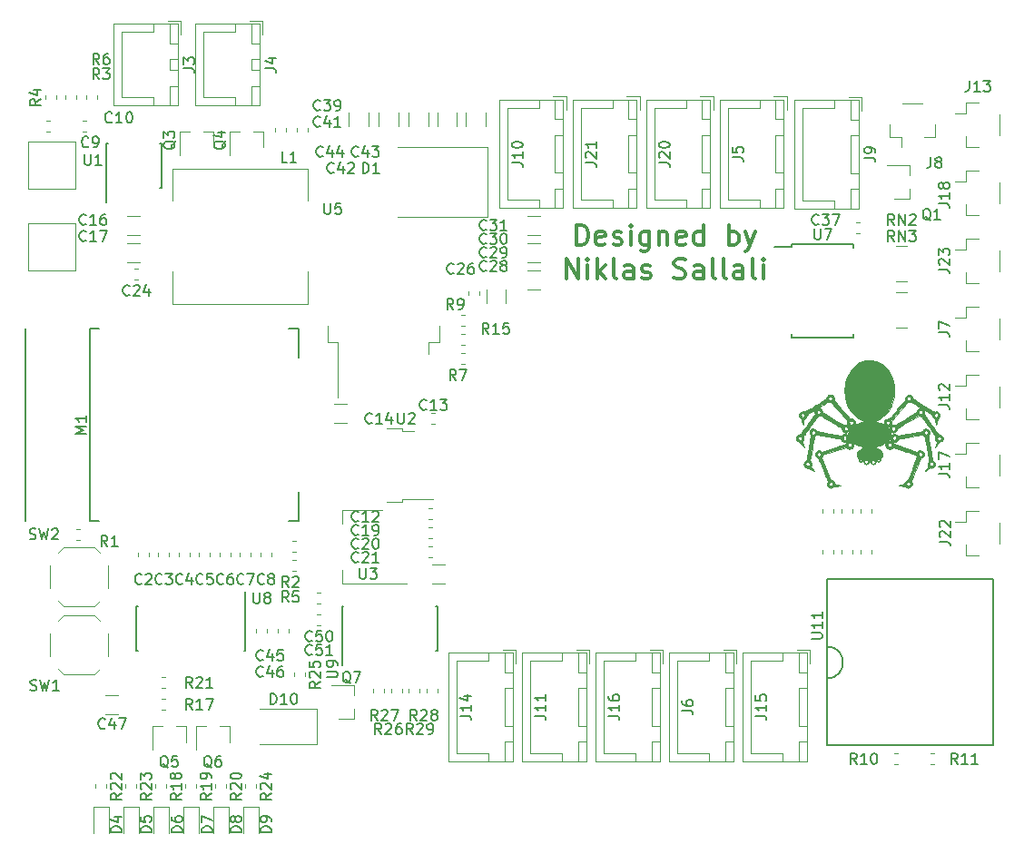
<source format=gbr>
G04 #@! TF.GenerationSoftware,KiCad,Pcbnew,(5.0.0)*
G04 #@! TF.CreationDate,2019-05-21T21:20:09+02:00*
G04 #@! TF.ProjectId,Nightmare V2 pcb V6,4E696768746D61726520563220706362,rev?*
G04 #@! TF.SameCoordinates,Original*
G04 #@! TF.FileFunction,Legend,Top*
G04 #@! TF.FilePolarity,Positive*
%FSLAX46Y46*%
G04 Gerber Fmt 4.6, Leading zero omitted, Abs format (unit mm)*
G04 Created by KiCad (PCBNEW (5.0.0)) date 05/21/19 21:20:09*
%MOMM*%
%LPD*%
G01*
G04 APERTURE LIST*
%ADD10C,0.300000*%
%ADD11C,0.120000*%
%ADD12C,0.150000*%
%ADD13C,0.010000*%
G04 APERTURE END LIST*
D10*
X173376666Y-97582523D02*
X173376666Y-95682523D01*
X173829047Y-95682523D01*
X174100476Y-95773000D01*
X174281428Y-95953952D01*
X174371904Y-96134904D01*
X174462380Y-96496809D01*
X174462380Y-96768238D01*
X174371904Y-97130142D01*
X174281428Y-97311095D01*
X174100476Y-97492047D01*
X173829047Y-97582523D01*
X173376666Y-97582523D01*
X176000476Y-97492047D02*
X175819523Y-97582523D01*
X175457619Y-97582523D01*
X175276666Y-97492047D01*
X175186190Y-97311095D01*
X175186190Y-96587285D01*
X175276666Y-96406333D01*
X175457619Y-96315857D01*
X175819523Y-96315857D01*
X176000476Y-96406333D01*
X176090952Y-96587285D01*
X176090952Y-96768238D01*
X175186190Y-96949190D01*
X176814761Y-97492047D02*
X176995714Y-97582523D01*
X177357619Y-97582523D01*
X177538571Y-97492047D01*
X177629047Y-97311095D01*
X177629047Y-97220619D01*
X177538571Y-97039666D01*
X177357619Y-96949190D01*
X177086190Y-96949190D01*
X176905238Y-96858714D01*
X176814761Y-96677761D01*
X176814761Y-96587285D01*
X176905238Y-96406333D01*
X177086190Y-96315857D01*
X177357619Y-96315857D01*
X177538571Y-96406333D01*
X178443333Y-97582523D02*
X178443333Y-96315857D01*
X178443333Y-95682523D02*
X178352857Y-95773000D01*
X178443333Y-95863476D01*
X178533809Y-95773000D01*
X178443333Y-95682523D01*
X178443333Y-95863476D01*
X180162380Y-96315857D02*
X180162380Y-97853952D01*
X180071904Y-98034904D01*
X179981428Y-98125380D01*
X179800476Y-98215857D01*
X179529047Y-98215857D01*
X179348095Y-98125380D01*
X180162380Y-97492047D02*
X179981428Y-97582523D01*
X179619523Y-97582523D01*
X179438571Y-97492047D01*
X179348095Y-97401571D01*
X179257619Y-97220619D01*
X179257619Y-96677761D01*
X179348095Y-96496809D01*
X179438571Y-96406333D01*
X179619523Y-96315857D01*
X179981428Y-96315857D01*
X180162380Y-96406333D01*
X181067142Y-96315857D02*
X181067142Y-97582523D01*
X181067142Y-96496809D02*
X181157619Y-96406333D01*
X181338571Y-96315857D01*
X181610000Y-96315857D01*
X181790952Y-96406333D01*
X181881428Y-96587285D01*
X181881428Y-97582523D01*
X183510000Y-97492047D02*
X183329047Y-97582523D01*
X182967142Y-97582523D01*
X182786190Y-97492047D01*
X182695714Y-97311095D01*
X182695714Y-96587285D01*
X182786190Y-96406333D01*
X182967142Y-96315857D01*
X183329047Y-96315857D01*
X183510000Y-96406333D01*
X183600476Y-96587285D01*
X183600476Y-96768238D01*
X182695714Y-96949190D01*
X185229047Y-97582523D02*
X185229047Y-95682523D01*
X185229047Y-97492047D02*
X185048095Y-97582523D01*
X184686190Y-97582523D01*
X184505238Y-97492047D01*
X184414761Y-97401571D01*
X184324285Y-97220619D01*
X184324285Y-96677761D01*
X184414761Y-96496809D01*
X184505238Y-96406333D01*
X184686190Y-96315857D01*
X185048095Y-96315857D01*
X185229047Y-96406333D01*
X187581428Y-97582523D02*
X187581428Y-95682523D01*
X187581428Y-96406333D02*
X187762380Y-96315857D01*
X188124285Y-96315857D01*
X188305238Y-96406333D01*
X188395714Y-96496809D01*
X188486190Y-96677761D01*
X188486190Y-97220619D01*
X188395714Y-97401571D01*
X188305238Y-97492047D01*
X188124285Y-97582523D01*
X187762380Y-97582523D01*
X187581428Y-97492047D01*
X189119523Y-96315857D02*
X189571904Y-97582523D01*
X190024285Y-96315857D02*
X189571904Y-97582523D01*
X189390952Y-98034904D01*
X189300476Y-98125380D01*
X189119523Y-98215857D01*
X172426666Y-100732523D02*
X172426666Y-98832523D01*
X173512380Y-100732523D01*
X173512380Y-98832523D01*
X174417142Y-100732523D02*
X174417142Y-99465857D01*
X174417142Y-98832523D02*
X174326666Y-98923000D01*
X174417142Y-99013476D01*
X174507619Y-98923000D01*
X174417142Y-98832523D01*
X174417142Y-99013476D01*
X175321904Y-100732523D02*
X175321904Y-98832523D01*
X175502857Y-100008714D02*
X176045714Y-100732523D01*
X176045714Y-99465857D02*
X175321904Y-100189666D01*
X177131428Y-100732523D02*
X176950476Y-100642047D01*
X176860000Y-100461095D01*
X176860000Y-98832523D01*
X178669523Y-100732523D02*
X178669523Y-99737285D01*
X178579047Y-99556333D01*
X178398095Y-99465857D01*
X178036190Y-99465857D01*
X177855238Y-99556333D01*
X178669523Y-100642047D02*
X178488571Y-100732523D01*
X178036190Y-100732523D01*
X177855238Y-100642047D01*
X177764761Y-100461095D01*
X177764761Y-100280142D01*
X177855238Y-100099190D01*
X178036190Y-100008714D01*
X178488571Y-100008714D01*
X178669523Y-99918238D01*
X179483809Y-100642047D02*
X179664761Y-100732523D01*
X180026666Y-100732523D01*
X180207619Y-100642047D01*
X180298095Y-100461095D01*
X180298095Y-100370619D01*
X180207619Y-100189666D01*
X180026666Y-100099190D01*
X179755238Y-100099190D01*
X179574285Y-100008714D01*
X179483809Y-99827761D01*
X179483809Y-99737285D01*
X179574285Y-99556333D01*
X179755238Y-99465857D01*
X180026666Y-99465857D01*
X180207619Y-99556333D01*
X182469523Y-100642047D02*
X182740952Y-100732523D01*
X183193333Y-100732523D01*
X183374285Y-100642047D01*
X183464761Y-100551571D01*
X183555238Y-100370619D01*
X183555238Y-100189666D01*
X183464761Y-100008714D01*
X183374285Y-99918238D01*
X183193333Y-99827761D01*
X182831428Y-99737285D01*
X182650476Y-99646809D01*
X182560000Y-99556333D01*
X182469523Y-99375380D01*
X182469523Y-99194428D01*
X182560000Y-99013476D01*
X182650476Y-98923000D01*
X182831428Y-98832523D01*
X183283809Y-98832523D01*
X183555238Y-98923000D01*
X185183809Y-100732523D02*
X185183809Y-99737285D01*
X185093333Y-99556333D01*
X184912380Y-99465857D01*
X184550476Y-99465857D01*
X184369523Y-99556333D01*
X185183809Y-100642047D02*
X185002857Y-100732523D01*
X184550476Y-100732523D01*
X184369523Y-100642047D01*
X184279047Y-100461095D01*
X184279047Y-100280142D01*
X184369523Y-100099190D01*
X184550476Y-100008714D01*
X185002857Y-100008714D01*
X185183809Y-99918238D01*
X186360000Y-100732523D02*
X186179047Y-100642047D01*
X186088571Y-100461095D01*
X186088571Y-98832523D01*
X187355238Y-100732523D02*
X187174285Y-100642047D01*
X187083809Y-100461095D01*
X187083809Y-98832523D01*
X188893333Y-100732523D02*
X188893333Y-99737285D01*
X188802857Y-99556333D01*
X188621904Y-99465857D01*
X188260000Y-99465857D01*
X188079047Y-99556333D01*
X188893333Y-100642047D02*
X188712380Y-100732523D01*
X188260000Y-100732523D01*
X188079047Y-100642047D01*
X187988571Y-100461095D01*
X187988571Y-100280142D01*
X188079047Y-100099190D01*
X188260000Y-100008714D01*
X188712380Y-100008714D01*
X188893333Y-99918238D01*
X190069523Y-100732523D02*
X189888571Y-100642047D01*
X189798095Y-100461095D01*
X189798095Y-98832523D01*
X190793333Y-100732523D02*
X190793333Y-99465857D01*
X190793333Y-98832523D02*
X190702857Y-98923000D01*
X190793333Y-99013476D01*
X190883809Y-98923000D01*
X190793333Y-98832523D01*
X190793333Y-99013476D01*
D11*
G04 #@! TO.C,R30*
X200916000Y-126400779D02*
X200916000Y-126075221D01*
X199896000Y-126400779D02*
X199896000Y-126075221D01*
G04 #@! TO.C,R31*
X198097001Y-122590779D02*
X198097001Y-122265221D01*
X199117001Y-122590779D02*
X199117001Y-122265221D01*
G04 #@! TO.C,R32*
X200916000Y-122590779D02*
X200916000Y-122265221D01*
X199896000Y-122590779D02*
X199896000Y-122265221D01*
G04 #@! TO.C,R16*
X198118000Y-126400779D02*
X198118000Y-126075221D01*
X199138000Y-126400779D02*
X199138000Y-126075221D01*
G04 #@! TO.C,R14*
X197360000Y-126400779D02*
X197360000Y-126075221D01*
X196340000Y-126400779D02*
X196340000Y-126075221D01*
G04 #@! TO.C,R13*
X196340000Y-122590779D02*
X196340000Y-122265221D01*
X197360000Y-122590779D02*
X197360000Y-122265221D01*
D12*
G04 #@! TO.C,M1*
X127960000Y-123346000D02*
X128860000Y-123346000D01*
X147460000Y-105346000D02*
X146560000Y-105346000D01*
X147460000Y-123346000D02*
X146560000Y-123346000D01*
X127960000Y-123346000D02*
X127960000Y-105346000D01*
X127960000Y-105346000D02*
X128860000Y-105346000D01*
X147460000Y-105346000D02*
X147460000Y-108046000D01*
X147460000Y-123346000D02*
X147460000Y-120646000D01*
X127960000Y-123346000D02*
X127960000Y-105346000D01*
X121960000Y-123346000D02*
X121960000Y-105346000D01*
D11*
G04 #@! TO.C,C47*
X130650064Y-141372000D02*
X129445936Y-141372000D01*
X130650064Y-139552000D02*
X129445936Y-139552000D01*
G04 #@! TO.C,Q4*
X144201000Y-87021000D02*
X144201000Y-88481000D01*
X141041000Y-87021000D02*
X141041000Y-89181000D01*
X141041000Y-87021000D02*
X141971000Y-87021000D01*
X144201000Y-87021000D02*
X143271000Y-87021000D01*
G04 #@! TO.C,Q3*
X139511000Y-87021000D02*
X138581000Y-87021000D01*
X136351000Y-87021000D02*
X137281000Y-87021000D01*
X136351000Y-87021000D02*
X136351000Y-89181000D01*
X139511000Y-87021000D02*
X139511000Y-88481000D01*
G04 #@! TO.C,R11*
X206390021Y-144981200D02*
X206715579Y-144981200D01*
X206390021Y-146001200D02*
X206715579Y-146001200D01*
G04 #@! TO.C,R10*
X202986421Y-146001200D02*
X203311979Y-146001200D01*
X202986421Y-144981200D02*
X203311979Y-144981200D01*
G04 #@! TO.C,C24*
X132496779Y-100840000D02*
X132171221Y-100840000D01*
X132496779Y-99820000D02*
X132171221Y-99820000D01*
G04 #@! TO.C,L1*
X135686000Y-93474000D02*
X135686000Y-90474000D01*
X135686000Y-90474000D02*
X148286000Y-90474000D01*
X148286000Y-90474000D02*
X148286000Y-93474000D01*
X148286000Y-100074000D02*
X148286000Y-103074000D01*
X148286000Y-103074000D02*
X135686000Y-103074000D01*
X135686000Y-103074000D02*
X135686000Y-100074000D01*
G04 #@! TO.C,U5*
X150150000Y-105149000D02*
X150150000Y-106649000D01*
X150150000Y-106649000D02*
X151100000Y-106649000D01*
X151100000Y-106649000D02*
X151100000Y-111774000D01*
X160550000Y-105149000D02*
X160550000Y-106649000D01*
X160550000Y-106649000D02*
X159600000Y-106649000D01*
X159600000Y-106649000D02*
X159600000Y-107749000D01*
G04 #@! TO.C,J14*
X167433000Y-135616000D02*
X161463000Y-135616000D01*
X161463000Y-135616000D02*
X161463000Y-145736000D01*
X161463000Y-145736000D02*
X167433000Y-145736000D01*
X167433000Y-145736000D02*
X167433000Y-135616000D01*
X167423000Y-138926000D02*
X166673000Y-138926000D01*
X166673000Y-138926000D02*
X166673000Y-142426000D01*
X166673000Y-142426000D02*
X167423000Y-142426000D01*
X167423000Y-142426000D02*
X167423000Y-138926000D01*
X167423000Y-135626000D02*
X166673000Y-135626000D01*
X166673000Y-135626000D02*
X166673000Y-137426000D01*
X166673000Y-137426000D02*
X167423000Y-137426000D01*
X167423000Y-137426000D02*
X167423000Y-135626000D01*
X167423000Y-143926000D02*
X166673000Y-143926000D01*
X166673000Y-143926000D02*
X166673000Y-145726000D01*
X166673000Y-145726000D02*
X167423000Y-145726000D01*
X167423000Y-145726000D02*
X167423000Y-143926000D01*
X165173000Y-135626000D02*
X165173000Y-136376000D01*
X165173000Y-136376000D02*
X162223000Y-136376000D01*
X162223000Y-136376000D02*
X162223000Y-140676000D01*
X165173000Y-145726000D02*
X165173000Y-144976000D01*
X165173000Y-144976000D02*
X162223000Y-144976000D01*
X162223000Y-144976000D02*
X162223000Y-140676000D01*
X167723000Y-136576000D02*
X167723000Y-135326000D01*
X167723000Y-135326000D02*
X166473000Y-135326000D01*
G04 #@! TO.C,J9*
X199691000Y-84054000D02*
X193721000Y-84054000D01*
X193721000Y-84054000D02*
X193721000Y-94174000D01*
X193721000Y-94174000D02*
X199691000Y-94174000D01*
X199691000Y-94174000D02*
X199691000Y-84054000D01*
X199681000Y-87364000D02*
X198931000Y-87364000D01*
X198931000Y-87364000D02*
X198931000Y-90864000D01*
X198931000Y-90864000D02*
X199681000Y-90864000D01*
X199681000Y-90864000D02*
X199681000Y-87364000D01*
X199681000Y-84064000D02*
X198931000Y-84064000D01*
X198931000Y-84064000D02*
X198931000Y-85864000D01*
X198931000Y-85864000D02*
X199681000Y-85864000D01*
X199681000Y-85864000D02*
X199681000Y-84064000D01*
X199681000Y-92364000D02*
X198931000Y-92364000D01*
X198931000Y-92364000D02*
X198931000Y-94164000D01*
X198931000Y-94164000D02*
X199681000Y-94164000D01*
X199681000Y-94164000D02*
X199681000Y-92364000D01*
X197431000Y-84064000D02*
X197431000Y-84814000D01*
X197431000Y-84814000D02*
X194481000Y-84814000D01*
X194481000Y-84814000D02*
X194481000Y-89114000D01*
X197431000Y-94164000D02*
X197431000Y-93414000D01*
X197431000Y-93414000D02*
X194481000Y-93414000D01*
X194481000Y-93414000D02*
X194481000Y-89114000D01*
X199981000Y-85014000D02*
X199981000Y-83764000D01*
X199981000Y-83764000D02*
X198731000Y-83764000D01*
G04 #@! TO.C,U2*
X155656000Y-121560000D02*
X157156000Y-121560000D01*
X157156000Y-121560000D02*
X157156000Y-121290000D01*
X157156000Y-121290000D02*
X159986000Y-121290000D01*
X155656000Y-114660000D02*
X157156000Y-114660000D01*
X157156000Y-114660000D02*
X157156000Y-114930000D01*
X157156000Y-114930000D02*
X158256000Y-114930000D01*
G04 #@! TO.C,D1*
X165074000Y-88444000D02*
X165074000Y-94944000D01*
X165074000Y-88444000D02*
X156674000Y-88444000D01*
X165074000Y-94944000D02*
X156674000Y-94944000D01*
G04 #@! TO.C,R15*
X162651221Y-106936000D02*
X162976779Y-106936000D01*
X162651221Y-105916000D02*
X162976779Y-105916000D01*
D13*
G04 #@! TO.C,MH5*
G36*
X200951046Y-108346691D02*
X201247549Y-108408520D01*
X201535672Y-108520139D01*
X201817074Y-108681913D01*
X201853800Y-108707029D01*
X201988610Y-108803011D01*
X202092516Y-108883373D01*
X202177746Y-108959326D01*
X202256530Y-109042084D01*
X202341099Y-109142859D01*
X202373730Y-109183708D01*
X202549746Y-109439528D01*
X202704913Y-109732304D01*
X202835586Y-110051192D01*
X202938122Y-110385351D01*
X203008875Y-110723938D01*
X203044202Y-111056111D01*
X203047600Y-111188500D01*
X203034094Y-111435375D01*
X202996010Y-111708011D01*
X202936993Y-111989933D01*
X202860690Y-112264665D01*
X202770749Y-112515731D01*
X202735867Y-112596853D01*
X202639986Y-112782020D01*
X202518108Y-112977547D01*
X202381557Y-113167308D01*
X202241655Y-113335176D01*
X202154763Y-113424457D01*
X202017216Y-113542890D01*
X201860983Y-113657382D01*
X201695239Y-113762915D01*
X201529159Y-113854468D01*
X201371919Y-113927020D01*
X201232694Y-113975551D01*
X201120659Y-113995041D01*
X201111664Y-113995200D01*
X201067515Y-114000935D01*
X201065314Y-114014925D01*
X201097920Y-114032343D01*
X201158194Y-114048364D01*
X201199750Y-114054737D01*
X201296004Y-114073049D01*
X201424680Y-114107055D01*
X201571691Y-114152029D01*
X201722948Y-114203242D01*
X201864364Y-114255967D01*
X201981851Y-114305479D01*
X202049757Y-114339955D01*
X202164077Y-114406951D01*
X202107338Y-114330208D01*
X202056642Y-114221603D01*
X202053888Y-114153251D01*
X202234800Y-114153251D01*
X202256367Y-114234790D01*
X202312018Y-114292986D01*
X202388176Y-114322076D01*
X202471265Y-114316299D01*
X202535703Y-114280950D01*
X202591713Y-114207195D01*
X202604743Y-114127546D01*
X202579452Y-114053742D01*
X202520500Y-113997522D01*
X202432546Y-113970627D01*
X202412196Y-113969800D01*
X202319115Y-113989843D01*
X202258994Y-114047731D01*
X202235081Y-114140105D01*
X202234800Y-114153251D01*
X202053888Y-114153251D01*
X202051843Y-114102530D01*
X202092910Y-113984232D01*
X202108327Y-113959083D01*
X202192133Y-113867598D01*
X202297342Y-113801904D01*
X202407659Y-113770941D01*
X202452039Y-113770482D01*
X202473199Y-113771143D01*
X202494637Y-113767125D01*
X202519526Y-113755136D01*
X202551040Y-113731881D01*
X202592352Y-113694068D01*
X202646634Y-113638402D01*
X202717060Y-113561590D01*
X202806802Y-113460338D01*
X202919034Y-113331354D01*
X203056928Y-113171342D01*
X203223659Y-112977011D01*
X203281491Y-112909524D01*
X204025500Y-112041204D01*
X204018077Y-111919652D01*
X204024376Y-111852962D01*
X204192405Y-111852962D01*
X204196460Y-111933924D01*
X204233310Y-112001048D01*
X204293959Y-112046847D01*
X204369409Y-112063830D01*
X204450664Y-112044510D01*
X204511687Y-112000021D01*
X204557775Y-111923925D01*
X204554851Y-111840417D01*
X204503115Y-111754687D01*
X204502184Y-111753650D01*
X204439610Y-111716841D01*
X204358465Y-111708095D01*
X204280304Y-111726459D01*
X204230140Y-111765651D01*
X204192405Y-111852962D01*
X204024376Y-111852962D01*
X204030401Y-111789177D01*
X204079024Y-111683936D01*
X204155306Y-111605476D01*
X204250605Y-111555344D01*
X204356282Y-111535086D01*
X204463696Y-111546250D01*
X204564206Y-111590382D01*
X204649171Y-111669029D01*
X204709952Y-111783738D01*
X204713700Y-111795117D01*
X204754736Y-111925297D01*
X205740538Y-112543182D01*
X205975808Y-112690366D01*
X206171962Y-112812331D01*
X206332708Y-112911190D01*
X206461753Y-112989051D01*
X206562803Y-113048026D01*
X206639566Y-113090225D01*
X206695748Y-113117760D01*
X206735058Y-113132739D01*
X206761201Y-113137275D01*
X206777600Y-113133633D01*
X206861607Y-113110231D01*
X206964664Y-113110106D01*
X207061029Y-113132574D01*
X207081171Y-113141699D01*
X207178440Y-113212699D01*
X207243034Y-113313201D01*
X207261620Y-113363101D01*
X207272230Y-113470758D01*
X207245750Y-113585157D01*
X207189050Y-113687584D01*
X207118135Y-113753894D01*
X207055502Y-113810316D01*
X207036378Y-113862171D01*
X207027617Y-113926590D01*
X207006152Y-114020920D01*
X206976986Y-114127459D01*
X206945125Y-114228503D01*
X206915571Y-114306350D01*
X206904446Y-114328942D01*
X206889323Y-114350502D01*
X206878590Y-114348380D01*
X206870838Y-114316064D01*
X206864660Y-114247044D01*
X206858650Y-114134808D01*
X206857600Y-114112191D01*
X206850654Y-113986710D01*
X206842281Y-113902549D01*
X206830618Y-113850233D01*
X206813803Y-113820284D01*
X206797698Y-113807391D01*
X206698857Y-113738071D01*
X206634939Y-113662624D01*
X206591370Y-113563496D01*
X206588940Y-113555956D01*
X206572673Y-113507260D01*
X206554582Y-113468141D01*
X206546342Y-113457171D01*
X206745926Y-113457171D01*
X206760078Y-113526155D01*
X206813280Y-113607850D01*
X206856348Y-113629962D01*
X206924397Y-113638690D01*
X206993057Y-113632692D01*
X207027460Y-113619644D01*
X207057522Y-113583566D01*
X207085757Y-113526462D01*
X207097875Y-113432443D01*
X207066138Y-113348781D01*
X206996304Y-113289291D01*
X206984725Y-113284051D01*
X206899602Y-113270582D01*
X206826857Y-113306137D01*
X206768192Y-113386582D01*
X206745926Y-113457171D01*
X206546342Y-113457171D01*
X206527948Y-113432687D01*
X206486049Y-113394988D01*
X206422165Y-113349131D01*
X206329576Y-113289206D01*
X206201559Y-113209300D01*
X206178683Y-113195100D01*
X206056125Y-113119328D01*
X205948203Y-113053175D01*
X205862464Y-113001221D01*
X205806456Y-112968046D01*
X205788327Y-112958176D01*
X205782695Y-112974125D01*
X205793434Y-113024051D01*
X205804403Y-113057961D01*
X205827330Y-113143799D01*
X205824565Y-113214382D01*
X205814156Y-113252092D01*
X205801697Y-113299152D01*
X205803642Y-113339792D01*
X205824637Y-113387854D01*
X205869325Y-113457176D01*
X205895749Y-113495208D01*
X206116782Y-113810608D01*
X206310823Y-114086729D01*
X206479756Y-114326089D01*
X206625463Y-114531204D01*
X206749827Y-114704592D01*
X206854732Y-114848771D01*
X206942058Y-114966257D01*
X207013691Y-115059568D01*
X207071512Y-115131222D01*
X207117404Y-115183734D01*
X207153250Y-115219624D01*
X207180933Y-115241407D01*
X207202336Y-115251602D01*
X207210570Y-115253092D01*
X207343132Y-115285852D01*
X207448198Y-115358371D01*
X207519385Y-115466030D01*
X207525215Y-115480733D01*
X207550881Y-115557124D01*
X207557461Y-115613628D01*
X207545317Y-115675991D01*
X207528694Y-115728438D01*
X207498763Y-115804935D01*
X207461990Y-115853874D01*
X207402081Y-115892908D01*
X207356378Y-115915150D01*
X207280496Y-115948570D01*
X207222265Y-115970754D01*
X207200500Y-115976177D01*
X207174898Y-115996713D01*
X207136047Y-116049256D01*
X207106953Y-116097075D01*
X207070489Y-116152162D01*
X207018379Y-116219600D01*
X206958748Y-116290363D01*
X206899719Y-116355424D01*
X206849418Y-116405755D01*
X206815968Y-116432331D01*
X206806800Y-116430567D01*
X206815766Y-116401949D01*
X206837430Y-116344700D01*
X206857600Y-116344700D01*
X206870300Y-116357400D01*
X206883000Y-116344700D01*
X206870300Y-116332000D01*
X206857600Y-116344700D01*
X206837430Y-116344700D01*
X206839317Y-116339716D01*
X206872432Y-116257115D01*
X206873780Y-116253829D01*
X206925498Y-116122431D01*
X206956058Y-116026930D01*
X206966547Y-115957551D01*
X206958051Y-115904522D01*
X206931656Y-115858067D01*
X206919460Y-115842819D01*
X206852569Y-115726223D01*
X206833322Y-115592566D01*
X206836932Y-115573029D01*
X207010417Y-115573029D01*
X207021123Y-115657910D01*
X207058474Y-115732086D01*
X207065227Y-115739812D01*
X207140983Y-115790799D01*
X207221683Y-115792840D01*
X207300619Y-115746436D01*
X207325242Y-115720451D01*
X207371671Y-115660812D01*
X207387773Y-115617741D01*
X207377690Y-115570492D01*
X207362305Y-115534811D01*
X207305534Y-115465541D01*
X207223143Y-115432279D01*
X207130366Y-115440845D01*
X207123137Y-115443442D01*
X207064449Y-115472668D01*
X207029955Y-115501739D01*
X207010417Y-115573029D01*
X206836932Y-115573029D01*
X206859885Y-115448827D01*
X206847643Y-115422167D01*
X206808460Y-115358680D01*
X206745256Y-115262637D01*
X206660951Y-115138309D01*
X206558465Y-114989966D01*
X206440717Y-114821878D01*
X206310629Y-114638317D01*
X206199145Y-114482514D01*
X205527991Y-113548474D01*
X205258981Y-113468934D01*
X204268372Y-114068617D01*
X204034823Y-114210137D01*
X203841097Y-114328007D01*
X203683482Y-114424754D01*
X203558266Y-114502904D01*
X203461734Y-114564982D01*
X203390175Y-114613516D01*
X203339875Y-114651031D01*
X203307122Y-114680053D01*
X203288201Y-114703110D01*
X203279402Y-114722726D01*
X203277009Y-114741428D01*
X203276982Y-114743134D01*
X203252410Y-114845358D01*
X203187766Y-114940664D01*
X203093472Y-115016582D01*
X203020651Y-115049814D01*
X202943893Y-115072756D01*
X202889406Y-115076817D01*
X202831854Y-115060845D01*
X202780113Y-115038868D01*
X202662824Y-114986986D01*
X202683650Y-115068943D01*
X202696318Y-115148573D01*
X202701454Y-115242535D01*
X202701202Y-115263194D01*
X202700309Y-115330800D01*
X202706073Y-115354631D01*
X202723123Y-115341669D01*
X202739414Y-115320828D01*
X202788466Y-115279550D01*
X202863338Y-115239724D01*
X202896482Y-115226923D01*
X202974154Y-115204299D01*
X203033459Y-115201839D01*
X203102676Y-115219588D01*
X203125082Y-115227271D01*
X203201999Y-115261834D01*
X203262046Y-115302029D01*
X203276200Y-115316643D01*
X203286248Y-115328100D01*
X203299874Y-115336686D01*
X203321476Y-115341838D01*
X203355451Y-115342993D01*
X203406195Y-115339587D01*
X203478106Y-115331057D01*
X203575580Y-115316841D01*
X203703016Y-115296375D01*
X203864808Y-115269096D01*
X204065356Y-115234441D01*
X204309055Y-115191846D01*
X204467182Y-115164111D01*
X204702121Y-115122745D01*
X204809680Y-115103677D01*
X205785751Y-115103677D01*
X205813399Y-115174561D01*
X205864622Y-115230454D01*
X205934858Y-115260402D01*
X206019543Y-115253448D01*
X206030962Y-115249421D01*
X206070671Y-115216978D01*
X206109991Y-115160297D01*
X206111240Y-115157913D01*
X206132816Y-115071256D01*
X206113655Y-114992327D01*
X206063015Y-114931466D01*
X205990149Y-114899012D01*
X205904313Y-114905303D01*
X205889879Y-114910643D01*
X205819428Y-114960763D01*
X205786240Y-115028759D01*
X205785751Y-115103677D01*
X204809680Y-115103677D01*
X204921104Y-115083924D01*
X205119178Y-115048542D01*
X205291392Y-115017499D01*
X205432795Y-114991689D01*
X205538434Y-114972011D01*
X205603358Y-114959362D01*
X205622882Y-114954750D01*
X205676004Y-114854055D01*
X205747280Y-114788250D01*
X205826665Y-114750566D01*
X205911865Y-114723791D01*
X205976451Y-114719115D01*
X206041898Y-114733799D01*
X206148650Y-114775929D01*
X206218468Y-114828524D01*
X206265172Y-114904186D01*
X206284244Y-114954813D01*
X206307495Y-115034568D01*
X206311663Y-115093333D01*
X206296933Y-115157121D01*
X206285936Y-115189463D01*
X206254438Y-115265970D01*
X206221884Y-115326162D01*
X206211434Y-115340138D01*
X206203932Y-115355219D01*
X206200300Y-115382652D01*
X206201124Y-115426701D01*
X206206991Y-115491628D01*
X206218487Y-115581697D01*
X206236200Y-115701171D01*
X206260716Y-115854313D01*
X206292622Y-116045386D01*
X206332504Y-116278653D01*
X206371988Y-116506812D01*
X206567769Y-117634125D01*
X206673882Y-117710993D01*
X206771320Y-117808154D01*
X206827294Y-117922572D01*
X206840463Y-118044484D01*
X206809485Y-118164126D01*
X206748654Y-118255410D01*
X206675681Y-118313024D01*
X206583678Y-118355224D01*
X206491886Y-118375270D01*
X206425128Y-118368718D01*
X206383578Y-118360366D01*
X206341676Y-118373433D01*
X206285471Y-118414027D01*
X206248000Y-118446243D01*
X206084810Y-118567594D01*
X205920991Y-118646435D01*
X205892400Y-118655598D01*
X205863257Y-118660908D01*
X205861357Y-118648212D01*
X205889767Y-118611484D01*
X205945671Y-118550907D01*
X206057288Y-118423286D01*
X206127371Y-118319348D01*
X206157568Y-118236019D01*
X206149626Y-118170436D01*
X206119739Y-118046730D01*
X206128540Y-117979034D01*
X206300350Y-117979034D01*
X206309727Y-118069346D01*
X206363813Y-118147487D01*
X206413100Y-118182269D01*
X206453251Y-118203458D01*
X206480840Y-118206921D01*
X206518703Y-118191188D01*
X206553308Y-118173237D01*
X206634846Y-118109513D01*
X206668999Y-118030999D01*
X206654572Y-117944045D01*
X206609358Y-117875050D01*
X206547665Y-117838220D01*
X206466915Y-117829427D01*
X206388810Y-117847712D01*
X206338340Y-117887051D01*
X206300350Y-117979034D01*
X206128540Y-117979034D01*
X206136300Y-117919347D01*
X206197229Y-117799627D01*
X206223669Y-117767100D01*
X206234096Y-117753522D01*
X206241570Y-117735919D01*
X206245471Y-117709827D01*
X206245178Y-117670781D01*
X206240074Y-117614318D01*
X206229536Y-117535974D01*
X206212946Y-117431282D01*
X206189684Y-117295781D01*
X206159130Y-117125005D01*
X206120664Y-116914490D01*
X206073667Y-116659771D01*
X206058666Y-116578687D01*
X206015281Y-116345211D01*
X205974468Y-116127426D01*
X205937190Y-115930346D01*
X205904415Y-115758991D01*
X205877105Y-115618375D01*
X205856227Y-115513516D01*
X205842745Y-115449430D01*
X205837859Y-115430792D01*
X205812309Y-115411445D01*
X205760053Y-115374811D01*
X205734375Y-115357261D01*
X205641175Y-115294014D01*
X204515837Y-115482373D01*
X204283633Y-115521235D01*
X204067427Y-115557411D01*
X203872246Y-115590060D01*
X203703117Y-115618342D01*
X203565066Y-115641417D01*
X203463121Y-115658443D01*
X203402308Y-115668581D01*
X203386658Y-115671166D01*
X203372729Y-115690980D01*
X203342562Y-115739989D01*
X203330501Y-115760269D01*
X203242215Y-115866702D01*
X203130805Y-115929465D01*
X203000934Y-115945968D01*
X202996800Y-115945722D01*
X202882500Y-115938300D01*
X202937718Y-116052272D01*
X202992937Y-116166244D01*
X205164023Y-116862996D01*
X205238060Y-116800698D01*
X205335587Y-116747978D01*
X205442607Y-116737199D01*
X205549682Y-116763159D01*
X205647378Y-116820656D01*
X205726258Y-116904488D01*
X205776885Y-117009455D01*
X205790705Y-117105334D01*
X205768502Y-117220274D01*
X205708622Y-117323466D01*
X205621486Y-117400320D01*
X205560400Y-117427740D01*
X205541285Y-117432041D01*
X205525430Y-117434471D01*
X205511252Y-117438441D01*
X205497170Y-117447362D01*
X205481600Y-117464644D01*
X205462962Y-117493696D01*
X205439672Y-117537931D01*
X205410150Y-117600757D01*
X205372812Y-117685586D01*
X205326078Y-117795828D01*
X205268364Y-117934893D01*
X205198089Y-118106192D01*
X205113671Y-118313136D01*
X205013527Y-118559134D01*
X204896076Y-118847597D01*
X204855080Y-118948200D01*
X204580711Y-119621300D01*
X204626860Y-119697500D01*
X204671368Y-119814825D01*
X204670063Y-119933578D01*
X204626698Y-120044059D01*
X204545025Y-120136565D01*
X204432437Y-120200064D01*
X204354592Y-120226336D01*
X204299803Y-120233331D01*
X204244382Y-120221663D01*
X204201233Y-120206060D01*
X204124334Y-120169359D01*
X204062268Y-120127365D01*
X204050073Y-120115687D01*
X204020764Y-120091301D01*
X203978872Y-120076147D01*
X203912770Y-120068077D01*
X203810830Y-120064942D01*
X203773913Y-120064654D01*
X203651342Y-120060155D01*
X203546569Y-120049053D01*
X203474734Y-120033061D01*
X203466700Y-120029897D01*
X203390500Y-119996285D01*
X203492100Y-119978445D01*
X203570638Y-119961741D01*
X203673652Y-119936069D01*
X203765109Y-119910883D01*
X203857418Y-119881872D01*
X203868458Y-119876662D01*
X204139800Y-119876662D01*
X204148934Y-119943715D01*
X204185436Y-119990117D01*
X204222350Y-120015278D01*
X204278703Y-120047793D01*
X204314184Y-120064859D01*
X204317600Y-120065610D01*
X204345467Y-120053621D01*
X204398460Y-120023936D01*
X204412850Y-120015278D01*
X204470339Y-119970456D01*
X204492918Y-119917653D01*
X204495400Y-119876662D01*
X204474135Y-119781823D01*
X204439810Y-119736589D01*
X204361520Y-119692141D01*
X204280178Y-119690445D01*
X204207995Y-119725800D01*
X204157180Y-119792505D01*
X204139800Y-119876662D01*
X203868458Y-119876662D01*
X203913898Y-119855219D01*
X203948168Y-119821626D01*
X203973842Y-119771796D01*
X203975871Y-119766977D01*
X204043758Y-119647433D01*
X204128105Y-119570440D01*
X204192034Y-119544784D01*
X204253039Y-119523250D01*
X204288190Y-119499017D01*
X204302401Y-119469806D01*
X204333165Y-119398183D01*
X204378498Y-119289030D01*
X204436415Y-119147232D01*
X204504929Y-118977672D01*
X204582056Y-118785234D01*
X204665811Y-118574801D01*
X204735641Y-118398330D01*
X205158191Y-117327760D01*
X205106777Y-117243217D01*
X205093333Y-117222756D01*
X205076727Y-117204120D01*
X205052566Y-117185681D01*
X205016458Y-117165810D01*
X204964008Y-117142879D01*
X204890823Y-117115259D01*
X204872694Y-117109001D01*
X205248334Y-117109001D01*
X205276449Y-117185154D01*
X205339334Y-117248812D01*
X205357520Y-117259823D01*
X205408470Y-117286182D01*
X205443018Y-117291848D01*
X205483103Y-117275153D01*
X205530450Y-117246678D01*
X205586461Y-117204039D01*
X205609412Y-117153848D01*
X205613000Y-117097294D01*
X205593540Y-117007543D01*
X205542849Y-116947242D01*
X205472461Y-116918422D01*
X205393910Y-116923114D01*
X205318728Y-116963348D01*
X205261432Y-117035398D01*
X205248334Y-117109001D01*
X204872694Y-117109001D01*
X204792511Y-117081323D01*
X204664677Y-117039440D01*
X204502928Y-116987984D01*
X204302870Y-116925324D01*
X204060112Y-116849834D01*
X203970394Y-116821987D01*
X202885425Y-116485301D01*
X202777839Y-116548350D01*
X202647934Y-116601177D01*
X202520810Y-116603807D01*
X202391448Y-116556240D01*
X202377604Y-116548376D01*
X202273968Y-116460233D01*
X202207730Y-116345287D01*
X202182945Y-116215063D01*
X202187270Y-116187101D01*
X202400733Y-116187101D01*
X202403844Y-116233708D01*
X202425977Y-116282510D01*
X202469716Y-116342348D01*
X202520097Y-116379983D01*
X202521748Y-116380621D01*
X202605416Y-116387199D01*
X202684480Y-116354037D01*
X202739075Y-116289847D01*
X202741548Y-116284221D01*
X202757047Y-116196834D01*
X202734153Y-116122981D01*
X202683600Y-116067923D01*
X202616122Y-116036918D01*
X202542452Y-116035227D01*
X202473324Y-116068108D01*
X202425109Y-116129167D01*
X202400733Y-116187101D01*
X202187270Y-116187101D01*
X202203669Y-116081086D01*
X202208462Y-116067764D01*
X202232925Y-116003422D01*
X202111196Y-116078323D01*
X201991984Y-116142611D01*
X201845085Y-116208087D01*
X201682802Y-116270605D01*
X201517442Y-116326015D01*
X201361307Y-116370169D01*
X201226702Y-116398920D01*
X201132736Y-116408200D01*
X201084383Y-116413462D01*
X201082550Y-116427757D01*
X201124222Y-116448847D01*
X201206385Y-116474493D01*
X201230434Y-116480736D01*
X201423925Y-116546317D01*
X201594748Y-116637422D01*
X201736494Y-116748634D01*
X201842752Y-116874538D01*
X201907113Y-117009715D01*
X201919347Y-117062978D01*
X201916194Y-117165075D01*
X201883628Y-117281869D01*
X201829216Y-117393235D01*
X201764127Y-117475725D01*
X201720106Y-117535869D01*
X201717365Y-117599275D01*
X201710483Y-117680643D01*
X201664915Y-117750771D01*
X201592712Y-117795858D01*
X201537566Y-117805200D01*
X201469861Y-117794293D01*
X201422741Y-117767966D01*
X201422000Y-117767100D01*
X201375799Y-117736372D01*
X201323539Y-117731250D01*
X201287186Y-117752744D01*
X201283624Y-117760750D01*
X201271054Y-117808441D01*
X201258713Y-117861647D01*
X201215397Y-117954261D01*
X201136432Y-118012986D01*
X201027264Y-118033796D01*
X201025768Y-118033800D01*
X200946323Y-118026065D01*
X200890085Y-117994951D01*
X200852757Y-117955651D01*
X200810975Y-117900618D01*
X200788333Y-117860331D01*
X200787000Y-117854051D01*
X200764919Y-117837582D01*
X200711722Y-117830601D01*
X200710800Y-117830600D01*
X200657289Y-117837395D01*
X200634605Y-117853767D01*
X200634600Y-117854051D01*
X200619522Y-117886870D01*
X200582008Y-117939528D01*
X200568842Y-117955651D01*
X200489280Y-118016588D01*
X200396878Y-118037829D01*
X200304604Y-118022375D01*
X200225424Y-117973229D01*
X200172307Y-117893394D01*
X200162886Y-117861647D01*
X200148128Y-117798652D01*
X200141516Y-117773966D01*
X200222901Y-117773966D01*
X200225122Y-117851544D01*
X200265162Y-117920722D01*
X200281116Y-117934682D01*
X200342176Y-117969162D01*
X200393300Y-117981870D01*
X200450003Y-117966815D01*
X200505483Y-117934682D01*
X200555437Y-117869595D01*
X200566363Y-117792799D01*
X200560547Y-117773966D01*
X200857901Y-117773966D01*
X200860122Y-117851544D01*
X200900162Y-117920722D01*
X200916116Y-117934682D01*
X200977176Y-117969162D01*
X201028300Y-117981870D01*
X201085003Y-117966815D01*
X201140483Y-117934682D01*
X201190437Y-117869595D01*
X201201363Y-117792799D01*
X201178248Y-117717950D01*
X201134730Y-117668533D01*
X201435147Y-117668533D01*
X201462874Y-117724514D01*
X201520900Y-117753347D01*
X201536300Y-117754400D01*
X201597824Y-117733876D01*
X201625200Y-117703600D01*
X201637452Y-117637066D01*
X201609725Y-117581085D01*
X201551699Y-117552252D01*
X201536300Y-117551200D01*
X201474775Y-117571723D01*
X201447400Y-117602000D01*
X201435147Y-117668533D01*
X201134730Y-117668533D01*
X201126076Y-117658706D01*
X201049834Y-117628724D01*
X201028300Y-117627400D01*
X200946976Y-117648237D01*
X200888514Y-117701645D01*
X200857901Y-117773966D01*
X200560547Y-117773966D01*
X200543248Y-117717950D01*
X200491076Y-117658706D01*
X200414834Y-117628724D01*
X200393300Y-117627400D01*
X200311976Y-117648237D01*
X200253514Y-117701645D01*
X200222901Y-117773966D01*
X200141516Y-117773966D01*
X200137975Y-117760750D01*
X200107766Y-117733528D01*
X200057029Y-117733133D01*
X200007729Y-117758557D01*
X199999600Y-117767100D01*
X199953475Y-117793720D01*
X199885951Y-117805190D01*
X199884033Y-117805200D01*
X199801030Y-117783622D01*
X199736881Y-117728090D01*
X199710719Y-117668533D01*
X199784147Y-117668533D01*
X199811874Y-117724514D01*
X199869900Y-117753347D01*
X199885300Y-117754400D01*
X199946824Y-117733876D01*
X199974200Y-117703600D01*
X199986452Y-117637066D01*
X199958725Y-117581085D01*
X199900699Y-117552252D01*
X199885300Y-117551200D01*
X199823775Y-117571723D01*
X199796400Y-117602000D01*
X199784147Y-117668533D01*
X199710719Y-117668533D01*
X199703633Y-117652404D01*
X199704234Y-117599275D01*
X199700549Y-117533374D01*
X199657472Y-117475725D01*
X199589310Y-117388188D01*
X199535796Y-117276084D01*
X199504499Y-117159542D01*
X199502252Y-117062978D01*
X199548810Y-116925679D01*
X199639727Y-116795571D01*
X199768594Y-116678073D01*
X199929002Y-116578601D01*
X200114542Y-116502571D01*
X200191165Y-116480736D01*
X200282016Y-116454387D01*
X200333313Y-116432021D01*
X200341954Y-116415909D01*
X200304839Y-116408321D01*
X200290430Y-116408022D01*
X200174533Y-116396583D01*
X200026515Y-116365432D01*
X199859146Y-116318637D01*
X199685196Y-116260267D01*
X199517432Y-116194389D01*
X199368626Y-116125070D01*
X199320150Y-116098924D01*
X199250204Y-116060959D01*
X199201919Y-116037832D01*
X199186800Y-116034245D01*
X199194331Y-116063146D01*
X199212707Y-116119299D01*
X199215137Y-116126308D01*
X199229709Y-116241109D01*
X199199966Y-116358420D01*
X199130230Y-116466080D01*
X199076403Y-116516766D01*
X199004381Y-116567034D01*
X198938042Y-116591430D01*
X198851683Y-116598579D01*
X198832227Y-116598700D01*
X198728496Y-116591400D01*
X198652987Y-116565822D01*
X198615300Y-116541514D01*
X198539100Y-116484328D01*
X196356708Y-117161630D01*
X196302461Y-117261165D01*
X196248215Y-117360700D01*
X197117437Y-119489736D01*
X197222736Y-119534457D01*
X197302023Y-119583610D01*
X197376107Y-119655165D01*
X197432568Y-119734331D01*
X197458989Y-119806315D01*
X197459600Y-119816591D01*
X197474016Y-119844288D01*
X197521746Y-119873285D01*
X197609515Y-119907144D01*
X197664111Y-119924994D01*
X197767569Y-119955196D01*
X197860127Y-119977849D01*
X197925351Y-119989046D01*
X197935891Y-119989600D01*
X197980159Y-119996348D01*
X197978477Y-120014282D01*
X197936403Y-120033348D01*
X197858564Y-120050942D01*
X197759995Y-120065197D01*
X197655729Y-120074248D01*
X197560801Y-120076229D01*
X197508991Y-120072549D01*
X197435448Y-120067747D01*
X197394603Y-120081301D01*
X197377562Y-120102533D01*
X197336564Y-120142159D01*
X197265530Y-120184797D01*
X197183674Y-120221017D01*
X197110214Y-120241387D01*
X197091300Y-120243022D01*
X197037630Y-120232372D01*
X196964227Y-120205047D01*
X196938072Y-120192857D01*
X196862485Y-120142873D01*
X196801118Y-120081227D01*
X196789905Y-120064725D01*
X196756602Y-119973870D01*
X196748207Y-119892140D01*
X196911726Y-119892140D01*
X196934518Y-119968567D01*
X196994463Y-120028217D01*
X197004405Y-120033675D01*
X197086518Y-120062292D01*
X197157182Y-120050166D01*
X197216234Y-120012086D01*
X197268742Y-119944882D01*
X197281123Y-119868364D01*
X197259590Y-119794036D01*
X197210354Y-119733402D01*
X197139628Y-119697966D01*
X197053623Y-119699230D01*
X197048093Y-119700729D01*
X196970332Y-119744368D01*
X196924270Y-119812789D01*
X196911726Y-119892140D01*
X196748207Y-119892140D01*
X196745518Y-119865973D01*
X196757062Y-119763176D01*
X196783160Y-119699032D01*
X196791513Y-119683148D01*
X196795656Y-119663102D01*
X196794106Y-119634681D01*
X196785379Y-119593676D01*
X196767992Y-119535875D01*
X196740461Y-119457068D01*
X196701302Y-119353043D01*
X196649032Y-119219590D01*
X196582167Y-119052498D01*
X196499224Y-118847556D01*
X196398718Y-118600553D01*
X196379678Y-118553829D01*
X196289441Y-118332721D01*
X196205080Y-118126607D01*
X196128520Y-117940140D01*
X196061682Y-117777976D01*
X196006488Y-117644769D01*
X195964863Y-117545173D01*
X195938727Y-117483845D01*
X195930052Y-117465218D01*
X195905170Y-117453060D01*
X195850780Y-117425811D01*
X195822416Y-117411500D01*
X195717515Y-117334216D01*
X195652790Y-117234831D01*
X195628428Y-117122571D01*
X195632812Y-117091174D01*
X195803116Y-117091174D01*
X195821011Y-117182112D01*
X195872278Y-117246707D01*
X195944552Y-117280084D01*
X196025464Y-117277368D01*
X196102647Y-117233685D01*
X196119750Y-117215978D01*
X196157047Y-117139694D01*
X196153586Y-117058199D01*
X196115876Y-116984898D01*
X196050427Y-116933193D01*
X195974161Y-116916200D01*
X195897271Y-116939036D01*
X195835667Y-116997290D01*
X195804383Y-117075582D01*
X195803116Y-117091174D01*
X195632812Y-117091174D01*
X195644614Y-117006662D01*
X195701533Y-116896330D01*
X195799372Y-116800801D01*
X195809973Y-116793393D01*
X195916906Y-116749625D01*
X196035744Y-116748430D01*
X196151578Y-116789230D01*
X196180930Y-116807739D01*
X196253100Y-116858442D01*
X197319900Y-116518837D01*
X197543389Y-116448268D01*
X197752659Y-116383296D01*
X197942612Y-116325424D01*
X198108149Y-116276156D01*
X198244172Y-116236993D01*
X198345580Y-116209439D01*
X198407276Y-116194995D01*
X198424025Y-116193458D01*
X198448047Y-116197869D01*
X198445149Y-116191483D01*
X198443365Y-116175702D01*
X198654616Y-116175702D01*
X198658980Y-116253175D01*
X198682981Y-116319548D01*
X198697850Y-116337448D01*
X198780311Y-116392369D01*
X198854692Y-116400814D01*
X198931543Y-116363563D01*
X198942074Y-116355556D01*
X198991678Y-116290286D01*
X199006555Y-116211200D01*
X198990619Y-116132279D01*
X198947786Y-116067503D01*
X198881968Y-116030853D01*
X198850140Y-116027200D01*
X198781465Y-116042100D01*
X198711715Y-116077683D01*
X198672838Y-116113552D01*
X198654616Y-116175702D01*
X198443365Y-116175702D01*
X198441296Y-116157405D01*
X198455511Y-116097919D01*
X198481519Y-116032201D01*
X198513040Y-115979427D01*
X198515560Y-115976400D01*
X198528609Y-115954616D01*
X198512746Y-115944757D01*
X198459298Y-115944203D01*
X198416713Y-115946536D01*
X198282711Y-115933589D01*
X198170993Y-115879816D01*
X198132016Y-115836700D01*
X202446323Y-115836700D01*
X202592423Y-115836700D01*
X202678479Y-115833217D01*
X202716741Y-115822394D01*
X202715969Y-115809551D01*
X202690981Y-115768416D01*
X202661220Y-115705800D01*
X202659624Y-115702034D01*
X202625832Y-115621666D01*
X202536078Y-115729183D01*
X202446323Y-115836700D01*
X198132016Y-115836700D01*
X198120534Y-115824000D01*
X198713013Y-115824000D01*
X198839543Y-115824000D01*
X198912914Y-115822630D01*
X198944197Y-115815568D01*
X198942086Y-115798384D01*
X198926804Y-115779550D01*
X198886304Y-115726586D01*
X198842170Y-115659392D01*
X198840317Y-115656315D01*
X198798967Y-115587319D01*
X202831586Y-115587319D01*
X202855528Y-115643155D01*
X202856985Y-115645979D01*
X202900720Y-115706303D01*
X202950904Y-115744573D01*
X202953548Y-115745621D01*
X203036969Y-115752121D01*
X203116472Y-115719330D01*
X203171336Y-115655897D01*
X203172012Y-115654435D01*
X203187408Y-115575853D01*
X203172392Y-115495398D01*
X203133094Y-115431067D01*
X203086309Y-115402783D01*
X202984598Y-115395132D01*
X202907099Y-115431117D01*
X202863292Y-115485919D01*
X202833814Y-115544026D01*
X202831586Y-115587319D01*
X198798967Y-115587319D01*
X198793100Y-115577531D01*
X198753056Y-115700765D01*
X198713013Y-115824000D01*
X198120534Y-115824000D01*
X198089418Y-115789581D01*
X198071445Y-115754813D01*
X198019861Y-115684255D01*
X197969845Y-115660336D01*
X197931349Y-115653393D01*
X197848287Y-115639085D01*
X197726215Y-115618348D01*
X197570684Y-115592117D01*
X197387247Y-115561326D01*
X197263924Y-115540702D01*
X198222816Y-115540702D01*
X198227180Y-115618175D01*
X198251181Y-115684548D01*
X198266050Y-115702448D01*
X198348511Y-115757369D01*
X198422892Y-115765814D01*
X198499743Y-115728563D01*
X198510274Y-115720556D01*
X198559878Y-115655286D01*
X198574755Y-115576200D01*
X198558819Y-115497279D01*
X198515986Y-115432503D01*
X198466416Y-115404900D01*
X202666600Y-115404900D01*
X202679300Y-115417600D01*
X202692000Y-115404900D01*
X202679300Y-115392200D01*
X202666600Y-115404900D01*
X198466416Y-115404900D01*
X198450168Y-115395853D01*
X198418340Y-115392200D01*
X198349665Y-115407100D01*
X198279915Y-115442683D01*
X198241038Y-115478552D01*
X198222816Y-115540702D01*
X197263924Y-115540702D01*
X197181459Y-115526911D01*
X196958871Y-115489808D01*
X196830736Y-115468500D01*
X195757373Y-115290161D01*
X195655986Y-115357256D01*
X195596706Y-115396901D01*
X195559601Y-115422513D01*
X195553437Y-115427325D01*
X195548964Y-115452142D01*
X195536615Y-115522026D01*
X195517264Y-115632005D01*
X195491783Y-115777105D01*
X195461045Y-115952353D01*
X195425922Y-116152775D01*
X195387289Y-116373399D01*
X195352306Y-116573300D01*
X195152338Y-117716300D01*
X195203190Y-117770994D01*
X195243340Y-117836546D01*
X195271457Y-117924954D01*
X195285979Y-118021142D01*
X195285343Y-118110028D01*
X195267987Y-118176535D01*
X195247652Y-118200227D01*
X195244865Y-118229195D01*
X195270323Y-118286639D01*
X195318312Y-118363255D01*
X195383120Y-118449735D01*
X195444969Y-118521661D01*
X195501598Y-118585465D01*
X195541196Y-118633986D01*
X195554600Y-118655352D01*
X195535352Y-118660088D01*
X195484517Y-118641967D01*
X195412459Y-118606781D01*
X195329542Y-118560323D01*
X195246127Y-118508386D01*
X195172579Y-118456762D01*
X195120966Y-118412966D01*
X195065988Y-118377087D01*
X194995572Y-118376124D01*
X194987290Y-118377589D01*
X194870196Y-118375328D01*
X194757007Y-118330321D01*
X194661929Y-118249565D01*
X194626787Y-118199975D01*
X194588581Y-118117986D01*
X194566323Y-118037724D01*
X194565055Y-118023684D01*
X194741800Y-118023684D01*
X194762918Y-118107966D01*
X194817600Y-118167753D01*
X194892841Y-118198836D01*
X194975631Y-118197011D01*
X195052966Y-118158072D01*
X195078350Y-118132509D01*
X195118336Y-118050350D01*
X195108433Y-117962634D01*
X195070156Y-117897525D01*
X195001619Y-117844375D01*
X194922206Y-117831346D01*
X194844615Y-117853558D01*
X194781543Y-117906134D01*
X194745688Y-117984194D01*
X194741800Y-118023684D01*
X194565055Y-118023684D01*
X194564000Y-118012013D01*
X194581724Y-117927234D01*
X194627047Y-117834068D01*
X194688194Y-117751752D01*
X194753391Y-117699524D01*
X194756038Y-117698277D01*
X194807951Y-117658219D01*
X194831256Y-117616695D01*
X194838267Y-117581240D01*
X194853448Y-117501192D01*
X194875801Y-117381923D01*
X194904326Y-117228806D01*
X194938024Y-117047212D01*
X194975895Y-116842513D01*
X195016940Y-116620083D01*
X195045428Y-116465385D01*
X195247561Y-115366870D01*
X195186864Y-115306173D01*
X195126804Y-115212897D01*
X195103314Y-115100359D01*
X195109732Y-115036573D01*
X195283389Y-115036573D01*
X195284872Y-115116710D01*
X195323137Y-115203810D01*
X195389475Y-115253440D01*
X195473947Y-115261829D01*
X195566612Y-115225207D01*
X195568193Y-115224178D01*
X195610921Y-115184107D01*
X195628609Y-115126549D01*
X195630800Y-115077255D01*
X195625066Y-115004194D01*
X195600384Y-114959426D01*
X195553034Y-114925415D01*
X195462855Y-114895938D01*
X195380809Y-114909664D01*
X195317465Y-114959055D01*
X195283389Y-115036573D01*
X195109732Y-115036573D01*
X195115107Y-114983169D01*
X195160893Y-114875938D01*
X195231569Y-114798915D01*
X195350850Y-114729903D01*
X195463470Y-114709223D01*
X195574117Y-114737375D01*
X195687476Y-114814861D01*
X195726809Y-114851872D01*
X195843740Y-114968803D01*
X196959962Y-115167367D01*
X198076184Y-115365930D01*
X198158621Y-115293549D01*
X198270541Y-115225587D01*
X198394284Y-115200647D01*
X198517565Y-115218707D01*
X198628099Y-115279745D01*
X198644767Y-115294420D01*
X198704200Y-115350255D01*
X198704200Y-115230711D01*
X198713063Y-115133847D01*
X198735139Y-115039710D01*
X198743211Y-115017800D01*
X198772500Y-114947700D01*
X202641200Y-114947700D01*
X202653900Y-114960400D01*
X202666600Y-114947700D01*
X202653900Y-114935000D01*
X202641200Y-114947700D01*
X198772500Y-114947700D01*
X198782223Y-114924431D01*
X198721879Y-114981122D01*
X198618910Y-115047101D01*
X198505199Y-115070432D01*
X198390822Y-115054805D01*
X198285853Y-115003911D01*
X198200367Y-114921440D01*
X198144439Y-114811084D01*
X198133545Y-114765604D01*
X198128861Y-114742217D01*
X198121047Y-114720454D01*
X198115938Y-114712561D01*
X198313040Y-114712561D01*
X198333495Y-114804192D01*
X198386656Y-114867795D01*
X198460220Y-114898892D01*
X198541879Y-114893005D01*
X198619330Y-114845654D01*
X198634350Y-114829503D01*
X198674153Y-114748590D01*
X198665513Y-114663712D01*
X198616454Y-114590945D01*
X198537774Y-114541014D01*
X198455797Y-114533790D01*
X198382828Y-114564342D01*
X198331170Y-114627738D01*
X198313040Y-114712561D01*
X198115938Y-114712561D01*
X198106307Y-114697683D01*
X198080843Y-114671271D01*
X198040858Y-114638587D01*
X197982556Y-114596998D01*
X197902139Y-114543871D01*
X197795811Y-114476575D01*
X197659774Y-114392478D01*
X197490231Y-114288948D01*
X197283386Y-114163352D01*
X197135189Y-114073516D01*
X196932435Y-113951052D01*
X196742664Y-113837246D01*
X196570347Y-113734720D01*
X196419954Y-113646096D01*
X196295956Y-113573996D01*
X196202824Y-113521044D01*
X196145029Y-113489860D01*
X196127274Y-113482344D01*
X196088277Y-113490624D01*
X196020360Y-113507391D01*
X195985073Y-113516587D01*
X195955411Y-113525075D01*
X195928200Y-113536248D01*
X195900191Y-113554075D01*
X195868140Y-113582524D01*
X195828797Y-113625565D01*
X195778918Y-113687167D01*
X195715256Y-113771298D01*
X195634562Y-113881928D01*
X195533592Y-114023026D01*
X195409097Y-114198560D01*
X195293697Y-114361759D01*
X195162588Y-114547288D01*
X195037364Y-114724568D01*
X194921835Y-114888202D01*
X194819810Y-115032789D01*
X194735099Y-115152931D01*
X194671511Y-115243229D01*
X194632856Y-115298283D01*
X194629352Y-115303300D01*
X194579487Y-115380064D01*
X194556426Y-115435342D01*
X194554540Y-115486748D01*
X194560367Y-115519200D01*
X194568008Y-115643209D01*
X194539372Y-115757929D01*
X194490668Y-115833646D01*
X194452165Y-115886684D01*
X194437000Y-115930278D01*
X194446352Y-115987508D01*
X194470437Y-116073730D01*
X194503299Y-116171541D01*
X194538980Y-116263537D01*
X194571525Y-116332314D01*
X194578634Y-116344088D01*
X194604100Y-116394491D01*
X194606070Y-116425360D01*
X194605672Y-116425794D01*
X194580838Y-116418010D01*
X194533683Y-116379357D01*
X194472933Y-116319170D01*
X194407317Y-116246786D01*
X194345563Y-116171543D01*
X194296398Y-116102775D01*
X194283046Y-116080665D01*
X194229477Y-116006807D01*
X194167883Y-115970803D01*
X194146931Y-115965756D01*
X194081118Y-115939007D01*
X194005896Y-115888408D01*
X193973326Y-115859802D01*
X193890229Y-115749401D01*
X193855724Y-115631197D01*
X193859444Y-115599690D01*
X194034471Y-115599690D01*
X194052520Y-115680539D01*
X194092945Y-115736254D01*
X194174500Y-115789476D01*
X194261602Y-115792397D01*
X194308998Y-115773736D01*
X194363153Y-115720072D01*
X194387380Y-115644123D01*
X194383193Y-115561664D01*
X194352109Y-115488471D01*
X194295643Y-115440320D01*
X194276327Y-115433680D01*
X194181686Y-115430241D01*
X194105519Y-115463874D01*
X194054293Y-115523913D01*
X194034471Y-115599690D01*
X193859444Y-115599690D01*
X193869828Y-115511772D01*
X193932557Y-115397709D01*
X193972036Y-115354312D01*
X194078574Y-115278228D01*
X194166662Y-115251536D01*
X194191864Y-115247178D01*
X194215398Y-115239905D01*
X194240199Y-115226131D01*
X194269202Y-115202267D01*
X194305344Y-115164726D01*
X194351560Y-115109919D01*
X194410783Y-115034260D01*
X194485951Y-114934161D01*
X194579998Y-114806032D01*
X194695859Y-114646288D01*
X194836471Y-114451340D01*
X194947589Y-114297019D01*
X195623279Y-113358464D01*
X195596007Y-113256292D01*
X195588477Y-113211370D01*
X195763679Y-113211370D01*
X195791066Y-113266405D01*
X195817124Y-113294833D01*
X195883341Y-113346250D01*
X195947173Y-113355750D01*
X196025136Y-113324950D01*
X196039630Y-113316623D01*
X196088395Y-113279361D01*
X196109427Y-113231447D01*
X196113400Y-113167144D01*
X196106261Y-113090190D01*
X196079086Y-113042464D01*
X196050793Y-113020221D01*
X195957329Y-112982344D01*
X195872886Y-112990432D01*
X195806774Y-113040571D01*
X195768306Y-113128852D01*
X195766321Y-113139731D01*
X195763679Y-113211370D01*
X195588477Y-113211370D01*
X195581989Y-113172670D01*
X195592506Y-113093615D01*
X195609120Y-113041816D01*
X195649504Y-112929513D01*
X195556207Y-112986106D01*
X195361118Y-113104701D01*
X195205240Y-113200332D01*
X195084197Y-113276127D01*
X194993611Y-113335213D01*
X194929107Y-113380718D01*
X194886308Y-113415768D01*
X194860836Y-113443491D01*
X194848314Y-113467013D01*
X194844367Y-113489462D01*
X194844212Y-113494811D01*
X194819425Y-113607763D01*
X194754056Y-113702569D01*
X194678919Y-113755308D01*
X194626349Y-113789056D01*
X194589945Y-113837705D01*
X194567066Y-113909956D01*
X194555072Y-114014513D01*
X194551323Y-114160078D01*
X194551300Y-114175935D01*
X194550071Y-114272131D01*
X194545417Y-114324424D01*
X194535889Y-114339673D01*
X194520037Y-114324737D01*
X194519884Y-114324520D01*
X194482549Y-114258231D01*
X194446508Y-114164769D01*
X194408421Y-114034793D01*
X194388533Y-113957100D01*
X194358343Y-113852420D01*
X194327885Y-113787921D01*
X194292047Y-113753216D01*
X194286780Y-113750377D01*
X194209196Y-113685171D01*
X194157399Y-113588561D01*
X194135032Y-113474861D01*
X194136728Y-113456407D01*
X194310000Y-113456407D01*
X194331102Y-113545671D01*
X194386430Y-113608052D01*
X194464015Y-113637804D01*
X194551885Y-113629178D01*
X194609148Y-113600059D01*
X194651966Y-113549998D01*
X194665198Y-113472389D01*
X194665211Y-113466709D01*
X194657740Y-113380220D01*
X194629850Y-113327356D01*
X194571975Y-113292115D01*
X194557353Y-113286301D01*
X194463864Y-113273622D01*
X194384032Y-113303902D01*
X194329042Y-113369447D01*
X194310000Y-113456407D01*
X194136728Y-113456407D01*
X194145740Y-113358388D01*
X194170111Y-113292009D01*
X194216672Y-113212457D01*
X194268978Y-113161318D01*
X194339233Y-113132680D01*
X194439641Y-113120633D01*
X194527495Y-113118900D01*
X194739419Y-113118900D01*
X195232480Y-112814100D01*
X195834000Y-112814100D01*
X195846700Y-112826800D01*
X195859400Y-112814100D01*
X195846700Y-112801400D01*
X195834000Y-112814100D01*
X195232480Y-112814100D01*
X195274862Y-112787900D01*
X195876182Y-112787900D01*
X195978846Y-112808203D01*
X196093436Y-112850837D01*
X196190693Y-112924029D01*
X196258532Y-113016449D01*
X196283108Y-113093500D01*
X196296801Y-113195100D01*
X197290770Y-113790590D01*
X197543743Y-113941270D01*
X197765364Y-114071464D01*
X197953697Y-114180084D01*
X198106806Y-114266044D01*
X198222753Y-114328257D01*
X198299603Y-114365636D01*
X198335420Y-114377094D01*
X198335719Y-114377049D01*
X198391919Y-114371084D01*
X198472873Y-114366776D01*
X198505838Y-114365908D01*
X198590953Y-114371023D01*
X198652910Y-114396666D01*
X198704956Y-114439849D01*
X198800593Y-114553080D01*
X198850019Y-114665392D01*
X198856600Y-114721264D01*
X198856600Y-114789450D01*
X198911717Y-114716175D01*
X198969574Y-114643528D01*
X199026643Y-114577357D01*
X199080743Y-114518068D01*
X202361474Y-114518068D01*
X202383485Y-114556477D01*
X202436570Y-114622966D01*
X202438748Y-114625504D01*
X202552300Y-114757542D01*
X202566647Y-114674821D01*
X202567913Y-114669848D01*
X202742629Y-114669848D01*
X202747604Y-114748709D01*
X202787673Y-114824085D01*
X202857100Y-114880269D01*
X202899358Y-114901577D01*
X202930901Y-114904208D01*
X202972022Y-114885453D01*
X203015850Y-114859078D01*
X203072810Y-114815125D01*
X203095481Y-114763148D01*
X203098400Y-114715123D01*
X203080978Y-114616603D01*
X203028482Y-114554800D01*
X202940565Y-114529357D01*
X202918103Y-114528600D01*
X202829895Y-114548169D01*
X202770732Y-114599126D01*
X202742629Y-114669848D01*
X202567913Y-114669848D01*
X202586152Y-114598248D01*
X202610524Y-114537689D01*
X202649163Y-114486018D01*
X202707386Y-114427036D01*
X202721328Y-114414891D01*
X202764977Y-114382349D01*
X202809508Y-114363242D01*
X202866513Y-114356534D01*
X202947584Y-114361183D01*
X203064312Y-114376152D01*
X203098400Y-114381088D01*
X203127362Y-114369415D01*
X203195080Y-114333781D01*
X203297025Y-114276811D01*
X203428664Y-114201131D01*
X203585467Y-114109365D01*
X203762903Y-114004140D01*
X203956441Y-113888081D01*
X204117045Y-113790883D01*
X205097591Y-113195100D01*
X205101942Y-113182571D01*
X205302973Y-113182571D01*
X205325100Y-113262744D01*
X205380324Y-113318144D01*
X205460369Y-113340145D01*
X205549500Y-113323206D01*
X205614802Y-113278435D01*
X205649293Y-113226026D01*
X205658932Y-113140843D01*
X205631330Y-113069745D01*
X205577512Y-113017443D01*
X205508499Y-112988646D01*
X205435315Y-112988066D01*
X205368981Y-113020412D01*
X205322215Y-113086252D01*
X205302973Y-113182571D01*
X205101942Y-113182571D01*
X205145745Y-113056452D01*
X205206013Y-112937608D01*
X205294494Y-112857140D01*
X205418777Y-112808556D01*
X205441529Y-112803504D01*
X205464802Y-112796852D01*
X205473691Y-112786457D01*
X205463804Y-112768864D01*
X205430750Y-112740621D01*
X205370140Y-112698273D01*
X205277582Y-112638367D01*
X205148685Y-112557449D01*
X205053322Y-112498148D01*
X204914995Y-112413212D01*
X204790490Y-112338556D01*
X204686461Y-112278026D01*
X204609564Y-112235465D01*
X204566456Y-112214719D01*
X204560334Y-112213352D01*
X204521309Y-112219344D01*
X204450949Y-112229600D01*
X204401638Y-112236635D01*
X204269777Y-112255300D01*
X203523353Y-113113807D01*
X202776929Y-113972315D01*
X202788442Y-114111156D01*
X202791649Y-114200896D01*
X202778952Y-114265521D01*
X202744370Y-114329740D01*
X202730628Y-114350037D01*
X202662478Y-114420624D01*
X202573145Y-114476967D01*
X202478825Y-114511746D01*
X202395712Y-114517641D01*
X202372863Y-114511757D01*
X202361474Y-114518068D01*
X199080743Y-114518068D01*
X199086450Y-114511814D01*
X199015975Y-114521882D01*
X198916130Y-114513782D01*
X198810877Y-114469190D01*
X198718152Y-114396730D01*
X198691577Y-114365859D01*
X198643395Y-114282465D01*
X198625222Y-114187191D01*
X198624301Y-114156016D01*
X198624805Y-114122946D01*
X198810811Y-114122946D01*
X198826263Y-114213340D01*
X198835002Y-114231819D01*
X198877679Y-114292303D01*
X198933884Y-114319589D01*
X199000806Y-114325011D01*
X199081148Y-114306340D01*
X199134156Y-114258474D01*
X199170878Y-114199257D01*
X199186782Y-114148770D01*
X199186800Y-114147600D01*
X199164096Y-114073424D01*
X199106548Y-114010616D01*
X199030002Y-113973900D01*
X198995445Y-113969800D01*
X198901997Y-113990406D01*
X198838253Y-114045044D01*
X198810811Y-114122946D01*
X198624805Y-114122946D01*
X198625504Y-114077159D01*
X198629491Y-114017823D01*
X198632090Y-114002433D01*
X198617565Y-113977606D01*
X198572568Y-113918789D01*
X198500414Y-113829926D01*
X198404422Y-113714958D01*
X198287910Y-113577827D01*
X198154195Y-113422477D01*
X198006595Y-113252849D01*
X197878700Y-113107194D01*
X197116700Y-112242821D01*
X197010249Y-112242710D01*
X196940213Y-112236686D01*
X196893810Y-112221752D01*
X196887029Y-112215468D01*
X196877800Y-112204015D01*
X196863889Y-112199465D01*
X196840022Y-112204564D01*
X196800927Y-112222056D01*
X196741330Y-112254689D01*
X196655959Y-112305207D01*
X196539540Y-112376358D01*
X196386801Y-112470886D01*
X196336069Y-112502375D01*
X195876182Y-112787900D01*
X195274862Y-112787900D01*
X195704998Y-112522000D01*
X195938432Y-112377386D01*
X196131971Y-112256669D01*
X196289176Y-112157429D01*
X196413603Y-112077247D01*
X196508812Y-112013703D01*
X196578362Y-111964380D01*
X196625811Y-111926856D01*
X196654717Y-111898714D01*
X196668641Y-111877534D01*
X196671388Y-111865058D01*
X196671498Y-111864592D01*
X196857152Y-111864592D01*
X196859578Y-111948993D01*
X196900800Y-112014000D01*
X196968236Y-112053049D01*
X197050345Y-112063897D01*
X197125751Y-112046021D01*
X197159702Y-112020350D01*
X197209574Y-111938878D01*
X197212191Y-111859713D01*
X197193659Y-111812269D01*
X197133446Y-111740046D01*
X197056585Y-111708456D01*
X196976012Y-111719103D01*
X196904664Y-111773595D01*
X196902643Y-111776125D01*
X196857152Y-111864592D01*
X196671498Y-111864592D01*
X196692044Y-111778155D01*
X196743118Y-111685400D01*
X196811399Y-111606964D01*
X196864348Y-111570420D01*
X196989478Y-111535637D01*
X197115342Y-111543383D01*
X197229774Y-111589962D01*
X197320610Y-111671678D01*
X197350066Y-111718002D01*
X197377692Y-111803979D01*
X197388592Y-111911258D01*
X197388447Y-111928217D01*
X197385194Y-112058335D01*
X198134949Y-112918064D01*
X198312829Y-113121895D01*
X198460600Y-113290649D01*
X198581465Y-113427597D01*
X198678631Y-113536013D01*
X198755301Y-113619167D01*
X198814682Y-113680334D01*
X198859979Y-113722785D01*
X198894397Y-113749792D01*
X198921141Y-113764627D01*
X198943416Y-113770564D01*
X198964428Y-113770874D01*
X198969854Y-113770457D01*
X199075073Y-113783587D01*
X199183094Y-113833409D01*
X199275864Y-113910293D01*
X199307450Y-113950585D01*
X199348692Y-114045003D01*
X199364406Y-114153518D01*
X199353559Y-114255875D01*
X199326191Y-114318132D01*
X199305471Y-114349641D01*
X199308448Y-114357940D01*
X199342576Y-114342537D01*
X199396041Y-114313519D01*
X199486329Y-114271610D01*
X199611568Y-114223563D01*
X199757066Y-114174010D01*
X199908130Y-114127588D01*
X200050065Y-114088929D01*
X200168180Y-114062667D01*
X200213683Y-114055638D01*
X200290637Y-114043989D01*
X200342035Y-114031219D01*
X200355200Y-114022914D01*
X200332420Y-114010118D01*
X200273182Y-113993032D01*
X200203966Y-113978082D01*
X200067785Y-113938272D01*
X199908299Y-113869342D01*
X199737832Y-113778390D01*
X199568703Y-113672511D01*
X199413235Y-113558800D01*
X199292848Y-113453358D01*
X199034099Y-113164939D01*
X198814369Y-112845408D01*
X198635723Y-112498509D01*
X198500225Y-112127986D01*
X198444752Y-111915090D01*
X198415189Y-111738766D01*
X198395668Y-111527105D01*
X198386191Y-111294568D01*
X198386758Y-111055616D01*
X198397367Y-110824711D01*
X198418020Y-110616311D01*
X198444752Y-110461909D01*
X198539363Y-110128797D01*
X198669318Y-109805215D01*
X198829646Y-109500219D01*
X199015376Y-109222867D01*
X199221539Y-108982215D01*
X199297191Y-108908714D01*
X199545282Y-108709309D01*
X199812553Y-108549143D01*
X200091243Y-108432271D01*
X200326255Y-108370941D01*
X200644502Y-108334286D01*
X200951046Y-108346691D01*
X200951046Y-108346691D01*
G37*
X200951046Y-108346691D02*
X201247549Y-108408520D01*
X201535672Y-108520139D01*
X201817074Y-108681913D01*
X201853800Y-108707029D01*
X201988610Y-108803011D01*
X202092516Y-108883373D01*
X202177746Y-108959326D01*
X202256530Y-109042084D01*
X202341099Y-109142859D01*
X202373730Y-109183708D01*
X202549746Y-109439528D01*
X202704913Y-109732304D01*
X202835586Y-110051192D01*
X202938122Y-110385351D01*
X203008875Y-110723938D01*
X203044202Y-111056111D01*
X203047600Y-111188500D01*
X203034094Y-111435375D01*
X202996010Y-111708011D01*
X202936993Y-111989933D01*
X202860690Y-112264665D01*
X202770749Y-112515731D01*
X202735867Y-112596853D01*
X202639986Y-112782020D01*
X202518108Y-112977547D01*
X202381557Y-113167308D01*
X202241655Y-113335176D01*
X202154763Y-113424457D01*
X202017216Y-113542890D01*
X201860983Y-113657382D01*
X201695239Y-113762915D01*
X201529159Y-113854468D01*
X201371919Y-113927020D01*
X201232694Y-113975551D01*
X201120659Y-113995041D01*
X201111664Y-113995200D01*
X201067515Y-114000935D01*
X201065314Y-114014925D01*
X201097920Y-114032343D01*
X201158194Y-114048364D01*
X201199750Y-114054737D01*
X201296004Y-114073049D01*
X201424680Y-114107055D01*
X201571691Y-114152029D01*
X201722948Y-114203242D01*
X201864364Y-114255967D01*
X201981851Y-114305479D01*
X202049757Y-114339955D01*
X202164077Y-114406951D01*
X202107338Y-114330208D01*
X202056642Y-114221603D01*
X202053888Y-114153251D01*
X202234800Y-114153251D01*
X202256367Y-114234790D01*
X202312018Y-114292986D01*
X202388176Y-114322076D01*
X202471265Y-114316299D01*
X202535703Y-114280950D01*
X202591713Y-114207195D01*
X202604743Y-114127546D01*
X202579452Y-114053742D01*
X202520500Y-113997522D01*
X202432546Y-113970627D01*
X202412196Y-113969800D01*
X202319115Y-113989843D01*
X202258994Y-114047731D01*
X202235081Y-114140105D01*
X202234800Y-114153251D01*
X202053888Y-114153251D01*
X202051843Y-114102530D01*
X202092910Y-113984232D01*
X202108327Y-113959083D01*
X202192133Y-113867598D01*
X202297342Y-113801904D01*
X202407659Y-113770941D01*
X202452039Y-113770482D01*
X202473199Y-113771143D01*
X202494637Y-113767125D01*
X202519526Y-113755136D01*
X202551040Y-113731881D01*
X202592352Y-113694068D01*
X202646634Y-113638402D01*
X202717060Y-113561590D01*
X202806802Y-113460338D01*
X202919034Y-113331354D01*
X203056928Y-113171342D01*
X203223659Y-112977011D01*
X203281491Y-112909524D01*
X204025500Y-112041204D01*
X204018077Y-111919652D01*
X204024376Y-111852962D01*
X204192405Y-111852962D01*
X204196460Y-111933924D01*
X204233310Y-112001048D01*
X204293959Y-112046847D01*
X204369409Y-112063830D01*
X204450664Y-112044510D01*
X204511687Y-112000021D01*
X204557775Y-111923925D01*
X204554851Y-111840417D01*
X204503115Y-111754687D01*
X204502184Y-111753650D01*
X204439610Y-111716841D01*
X204358465Y-111708095D01*
X204280304Y-111726459D01*
X204230140Y-111765651D01*
X204192405Y-111852962D01*
X204024376Y-111852962D01*
X204030401Y-111789177D01*
X204079024Y-111683936D01*
X204155306Y-111605476D01*
X204250605Y-111555344D01*
X204356282Y-111535086D01*
X204463696Y-111546250D01*
X204564206Y-111590382D01*
X204649171Y-111669029D01*
X204709952Y-111783738D01*
X204713700Y-111795117D01*
X204754736Y-111925297D01*
X205740538Y-112543182D01*
X205975808Y-112690366D01*
X206171962Y-112812331D01*
X206332708Y-112911190D01*
X206461753Y-112989051D01*
X206562803Y-113048026D01*
X206639566Y-113090225D01*
X206695748Y-113117760D01*
X206735058Y-113132739D01*
X206761201Y-113137275D01*
X206777600Y-113133633D01*
X206861607Y-113110231D01*
X206964664Y-113110106D01*
X207061029Y-113132574D01*
X207081171Y-113141699D01*
X207178440Y-113212699D01*
X207243034Y-113313201D01*
X207261620Y-113363101D01*
X207272230Y-113470758D01*
X207245750Y-113585157D01*
X207189050Y-113687584D01*
X207118135Y-113753894D01*
X207055502Y-113810316D01*
X207036378Y-113862171D01*
X207027617Y-113926590D01*
X207006152Y-114020920D01*
X206976986Y-114127459D01*
X206945125Y-114228503D01*
X206915571Y-114306350D01*
X206904446Y-114328942D01*
X206889323Y-114350502D01*
X206878590Y-114348380D01*
X206870838Y-114316064D01*
X206864660Y-114247044D01*
X206858650Y-114134808D01*
X206857600Y-114112191D01*
X206850654Y-113986710D01*
X206842281Y-113902549D01*
X206830618Y-113850233D01*
X206813803Y-113820284D01*
X206797698Y-113807391D01*
X206698857Y-113738071D01*
X206634939Y-113662624D01*
X206591370Y-113563496D01*
X206588940Y-113555956D01*
X206572673Y-113507260D01*
X206554582Y-113468141D01*
X206546342Y-113457171D01*
X206745926Y-113457171D01*
X206760078Y-113526155D01*
X206813280Y-113607850D01*
X206856348Y-113629962D01*
X206924397Y-113638690D01*
X206993057Y-113632692D01*
X207027460Y-113619644D01*
X207057522Y-113583566D01*
X207085757Y-113526462D01*
X207097875Y-113432443D01*
X207066138Y-113348781D01*
X206996304Y-113289291D01*
X206984725Y-113284051D01*
X206899602Y-113270582D01*
X206826857Y-113306137D01*
X206768192Y-113386582D01*
X206745926Y-113457171D01*
X206546342Y-113457171D01*
X206527948Y-113432687D01*
X206486049Y-113394988D01*
X206422165Y-113349131D01*
X206329576Y-113289206D01*
X206201559Y-113209300D01*
X206178683Y-113195100D01*
X206056125Y-113119328D01*
X205948203Y-113053175D01*
X205862464Y-113001221D01*
X205806456Y-112968046D01*
X205788327Y-112958176D01*
X205782695Y-112974125D01*
X205793434Y-113024051D01*
X205804403Y-113057961D01*
X205827330Y-113143799D01*
X205824565Y-113214382D01*
X205814156Y-113252092D01*
X205801697Y-113299152D01*
X205803642Y-113339792D01*
X205824637Y-113387854D01*
X205869325Y-113457176D01*
X205895749Y-113495208D01*
X206116782Y-113810608D01*
X206310823Y-114086729D01*
X206479756Y-114326089D01*
X206625463Y-114531204D01*
X206749827Y-114704592D01*
X206854732Y-114848771D01*
X206942058Y-114966257D01*
X207013691Y-115059568D01*
X207071512Y-115131222D01*
X207117404Y-115183734D01*
X207153250Y-115219624D01*
X207180933Y-115241407D01*
X207202336Y-115251602D01*
X207210570Y-115253092D01*
X207343132Y-115285852D01*
X207448198Y-115358371D01*
X207519385Y-115466030D01*
X207525215Y-115480733D01*
X207550881Y-115557124D01*
X207557461Y-115613628D01*
X207545317Y-115675991D01*
X207528694Y-115728438D01*
X207498763Y-115804935D01*
X207461990Y-115853874D01*
X207402081Y-115892908D01*
X207356378Y-115915150D01*
X207280496Y-115948570D01*
X207222265Y-115970754D01*
X207200500Y-115976177D01*
X207174898Y-115996713D01*
X207136047Y-116049256D01*
X207106953Y-116097075D01*
X207070489Y-116152162D01*
X207018379Y-116219600D01*
X206958748Y-116290363D01*
X206899719Y-116355424D01*
X206849418Y-116405755D01*
X206815968Y-116432331D01*
X206806800Y-116430567D01*
X206815766Y-116401949D01*
X206837430Y-116344700D01*
X206857600Y-116344700D01*
X206870300Y-116357400D01*
X206883000Y-116344700D01*
X206870300Y-116332000D01*
X206857600Y-116344700D01*
X206837430Y-116344700D01*
X206839317Y-116339716D01*
X206872432Y-116257115D01*
X206873780Y-116253829D01*
X206925498Y-116122431D01*
X206956058Y-116026930D01*
X206966547Y-115957551D01*
X206958051Y-115904522D01*
X206931656Y-115858067D01*
X206919460Y-115842819D01*
X206852569Y-115726223D01*
X206833322Y-115592566D01*
X206836932Y-115573029D01*
X207010417Y-115573029D01*
X207021123Y-115657910D01*
X207058474Y-115732086D01*
X207065227Y-115739812D01*
X207140983Y-115790799D01*
X207221683Y-115792840D01*
X207300619Y-115746436D01*
X207325242Y-115720451D01*
X207371671Y-115660812D01*
X207387773Y-115617741D01*
X207377690Y-115570492D01*
X207362305Y-115534811D01*
X207305534Y-115465541D01*
X207223143Y-115432279D01*
X207130366Y-115440845D01*
X207123137Y-115443442D01*
X207064449Y-115472668D01*
X207029955Y-115501739D01*
X207010417Y-115573029D01*
X206836932Y-115573029D01*
X206859885Y-115448827D01*
X206847643Y-115422167D01*
X206808460Y-115358680D01*
X206745256Y-115262637D01*
X206660951Y-115138309D01*
X206558465Y-114989966D01*
X206440717Y-114821878D01*
X206310629Y-114638317D01*
X206199145Y-114482514D01*
X205527991Y-113548474D01*
X205258981Y-113468934D01*
X204268372Y-114068617D01*
X204034823Y-114210137D01*
X203841097Y-114328007D01*
X203683482Y-114424754D01*
X203558266Y-114502904D01*
X203461734Y-114564982D01*
X203390175Y-114613516D01*
X203339875Y-114651031D01*
X203307122Y-114680053D01*
X203288201Y-114703110D01*
X203279402Y-114722726D01*
X203277009Y-114741428D01*
X203276982Y-114743134D01*
X203252410Y-114845358D01*
X203187766Y-114940664D01*
X203093472Y-115016582D01*
X203020651Y-115049814D01*
X202943893Y-115072756D01*
X202889406Y-115076817D01*
X202831854Y-115060845D01*
X202780113Y-115038868D01*
X202662824Y-114986986D01*
X202683650Y-115068943D01*
X202696318Y-115148573D01*
X202701454Y-115242535D01*
X202701202Y-115263194D01*
X202700309Y-115330800D01*
X202706073Y-115354631D01*
X202723123Y-115341669D01*
X202739414Y-115320828D01*
X202788466Y-115279550D01*
X202863338Y-115239724D01*
X202896482Y-115226923D01*
X202974154Y-115204299D01*
X203033459Y-115201839D01*
X203102676Y-115219588D01*
X203125082Y-115227271D01*
X203201999Y-115261834D01*
X203262046Y-115302029D01*
X203276200Y-115316643D01*
X203286248Y-115328100D01*
X203299874Y-115336686D01*
X203321476Y-115341838D01*
X203355451Y-115342993D01*
X203406195Y-115339587D01*
X203478106Y-115331057D01*
X203575580Y-115316841D01*
X203703016Y-115296375D01*
X203864808Y-115269096D01*
X204065356Y-115234441D01*
X204309055Y-115191846D01*
X204467182Y-115164111D01*
X204702121Y-115122745D01*
X204809680Y-115103677D01*
X205785751Y-115103677D01*
X205813399Y-115174561D01*
X205864622Y-115230454D01*
X205934858Y-115260402D01*
X206019543Y-115253448D01*
X206030962Y-115249421D01*
X206070671Y-115216978D01*
X206109991Y-115160297D01*
X206111240Y-115157913D01*
X206132816Y-115071256D01*
X206113655Y-114992327D01*
X206063015Y-114931466D01*
X205990149Y-114899012D01*
X205904313Y-114905303D01*
X205889879Y-114910643D01*
X205819428Y-114960763D01*
X205786240Y-115028759D01*
X205785751Y-115103677D01*
X204809680Y-115103677D01*
X204921104Y-115083924D01*
X205119178Y-115048542D01*
X205291392Y-115017499D01*
X205432795Y-114991689D01*
X205538434Y-114972011D01*
X205603358Y-114959362D01*
X205622882Y-114954750D01*
X205676004Y-114854055D01*
X205747280Y-114788250D01*
X205826665Y-114750566D01*
X205911865Y-114723791D01*
X205976451Y-114719115D01*
X206041898Y-114733799D01*
X206148650Y-114775929D01*
X206218468Y-114828524D01*
X206265172Y-114904186D01*
X206284244Y-114954813D01*
X206307495Y-115034568D01*
X206311663Y-115093333D01*
X206296933Y-115157121D01*
X206285936Y-115189463D01*
X206254438Y-115265970D01*
X206221884Y-115326162D01*
X206211434Y-115340138D01*
X206203932Y-115355219D01*
X206200300Y-115382652D01*
X206201124Y-115426701D01*
X206206991Y-115491628D01*
X206218487Y-115581697D01*
X206236200Y-115701171D01*
X206260716Y-115854313D01*
X206292622Y-116045386D01*
X206332504Y-116278653D01*
X206371988Y-116506812D01*
X206567769Y-117634125D01*
X206673882Y-117710993D01*
X206771320Y-117808154D01*
X206827294Y-117922572D01*
X206840463Y-118044484D01*
X206809485Y-118164126D01*
X206748654Y-118255410D01*
X206675681Y-118313024D01*
X206583678Y-118355224D01*
X206491886Y-118375270D01*
X206425128Y-118368718D01*
X206383578Y-118360366D01*
X206341676Y-118373433D01*
X206285471Y-118414027D01*
X206248000Y-118446243D01*
X206084810Y-118567594D01*
X205920991Y-118646435D01*
X205892400Y-118655598D01*
X205863257Y-118660908D01*
X205861357Y-118648212D01*
X205889767Y-118611484D01*
X205945671Y-118550907D01*
X206057288Y-118423286D01*
X206127371Y-118319348D01*
X206157568Y-118236019D01*
X206149626Y-118170436D01*
X206119739Y-118046730D01*
X206128540Y-117979034D01*
X206300350Y-117979034D01*
X206309727Y-118069346D01*
X206363813Y-118147487D01*
X206413100Y-118182269D01*
X206453251Y-118203458D01*
X206480840Y-118206921D01*
X206518703Y-118191188D01*
X206553308Y-118173237D01*
X206634846Y-118109513D01*
X206668999Y-118030999D01*
X206654572Y-117944045D01*
X206609358Y-117875050D01*
X206547665Y-117838220D01*
X206466915Y-117829427D01*
X206388810Y-117847712D01*
X206338340Y-117887051D01*
X206300350Y-117979034D01*
X206128540Y-117979034D01*
X206136300Y-117919347D01*
X206197229Y-117799627D01*
X206223669Y-117767100D01*
X206234096Y-117753522D01*
X206241570Y-117735919D01*
X206245471Y-117709827D01*
X206245178Y-117670781D01*
X206240074Y-117614318D01*
X206229536Y-117535974D01*
X206212946Y-117431282D01*
X206189684Y-117295781D01*
X206159130Y-117125005D01*
X206120664Y-116914490D01*
X206073667Y-116659771D01*
X206058666Y-116578687D01*
X206015281Y-116345211D01*
X205974468Y-116127426D01*
X205937190Y-115930346D01*
X205904415Y-115758991D01*
X205877105Y-115618375D01*
X205856227Y-115513516D01*
X205842745Y-115449430D01*
X205837859Y-115430792D01*
X205812309Y-115411445D01*
X205760053Y-115374811D01*
X205734375Y-115357261D01*
X205641175Y-115294014D01*
X204515837Y-115482373D01*
X204283633Y-115521235D01*
X204067427Y-115557411D01*
X203872246Y-115590060D01*
X203703117Y-115618342D01*
X203565066Y-115641417D01*
X203463121Y-115658443D01*
X203402308Y-115668581D01*
X203386658Y-115671166D01*
X203372729Y-115690980D01*
X203342562Y-115739989D01*
X203330501Y-115760269D01*
X203242215Y-115866702D01*
X203130805Y-115929465D01*
X203000934Y-115945968D01*
X202996800Y-115945722D01*
X202882500Y-115938300D01*
X202937718Y-116052272D01*
X202992937Y-116166244D01*
X205164023Y-116862996D01*
X205238060Y-116800698D01*
X205335587Y-116747978D01*
X205442607Y-116737199D01*
X205549682Y-116763159D01*
X205647378Y-116820656D01*
X205726258Y-116904488D01*
X205776885Y-117009455D01*
X205790705Y-117105334D01*
X205768502Y-117220274D01*
X205708622Y-117323466D01*
X205621486Y-117400320D01*
X205560400Y-117427740D01*
X205541285Y-117432041D01*
X205525430Y-117434471D01*
X205511252Y-117438441D01*
X205497170Y-117447362D01*
X205481600Y-117464644D01*
X205462962Y-117493696D01*
X205439672Y-117537931D01*
X205410150Y-117600757D01*
X205372812Y-117685586D01*
X205326078Y-117795828D01*
X205268364Y-117934893D01*
X205198089Y-118106192D01*
X205113671Y-118313136D01*
X205013527Y-118559134D01*
X204896076Y-118847597D01*
X204855080Y-118948200D01*
X204580711Y-119621300D01*
X204626860Y-119697500D01*
X204671368Y-119814825D01*
X204670063Y-119933578D01*
X204626698Y-120044059D01*
X204545025Y-120136565D01*
X204432437Y-120200064D01*
X204354592Y-120226336D01*
X204299803Y-120233331D01*
X204244382Y-120221663D01*
X204201233Y-120206060D01*
X204124334Y-120169359D01*
X204062268Y-120127365D01*
X204050073Y-120115687D01*
X204020764Y-120091301D01*
X203978872Y-120076147D01*
X203912770Y-120068077D01*
X203810830Y-120064942D01*
X203773913Y-120064654D01*
X203651342Y-120060155D01*
X203546569Y-120049053D01*
X203474734Y-120033061D01*
X203466700Y-120029897D01*
X203390500Y-119996285D01*
X203492100Y-119978445D01*
X203570638Y-119961741D01*
X203673652Y-119936069D01*
X203765109Y-119910883D01*
X203857418Y-119881872D01*
X203868458Y-119876662D01*
X204139800Y-119876662D01*
X204148934Y-119943715D01*
X204185436Y-119990117D01*
X204222350Y-120015278D01*
X204278703Y-120047793D01*
X204314184Y-120064859D01*
X204317600Y-120065610D01*
X204345467Y-120053621D01*
X204398460Y-120023936D01*
X204412850Y-120015278D01*
X204470339Y-119970456D01*
X204492918Y-119917653D01*
X204495400Y-119876662D01*
X204474135Y-119781823D01*
X204439810Y-119736589D01*
X204361520Y-119692141D01*
X204280178Y-119690445D01*
X204207995Y-119725800D01*
X204157180Y-119792505D01*
X204139800Y-119876662D01*
X203868458Y-119876662D01*
X203913898Y-119855219D01*
X203948168Y-119821626D01*
X203973842Y-119771796D01*
X203975871Y-119766977D01*
X204043758Y-119647433D01*
X204128105Y-119570440D01*
X204192034Y-119544784D01*
X204253039Y-119523250D01*
X204288190Y-119499017D01*
X204302401Y-119469806D01*
X204333165Y-119398183D01*
X204378498Y-119289030D01*
X204436415Y-119147232D01*
X204504929Y-118977672D01*
X204582056Y-118785234D01*
X204665811Y-118574801D01*
X204735641Y-118398330D01*
X205158191Y-117327760D01*
X205106777Y-117243217D01*
X205093333Y-117222756D01*
X205076727Y-117204120D01*
X205052566Y-117185681D01*
X205016458Y-117165810D01*
X204964008Y-117142879D01*
X204890823Y-117115259D01*
X204872694Y-117109001D01*
X205248334Y-117109001D01*
X205276449Y-117185154D01*
X205339334Y-117248812D01*
X205357520Y-117259823D01*
X205408470Y-117286182D01*
X205443018Y-117291848D01*
X205483103Y-117275153D01*
X205530450Y-117246678D01*
X205586461Y-117204039D01*
X205609412Y-117153848D01*
X205613000Y-117097294D01*
X205593540Y-117007543D01*
X205542849Y-116947242D01*
X205472461Y-116918422D01*
X205393910Y-116923114D01*
X205318728Y-116963348D01*
X205261432Y-117035398D01*
X205248334Y-117109001D01*
X204872694Y-117109001D01*
X204792511Y-117081323D01*
X204664677Y-117039440D01*
X204502928Y-116987984D01*
X204302870Y-116925324D01*
X204060112Y-116849834D01*
X203970394Y-116821987D01*
X202885425Y-116485301D01*
X202777839Y-116548350D01*
X202647934Y-116601177D01*
X202520810Y-116603807D01*
X202391448Y-116556240D01*
X202377604Y-116548376D01*
X202273968Y-116460233D01*
X202207730Y-116345287D01*
X202182945Y-116215063D01*
X202187270Y-116187101D01*
X202400733Y-116187101D01*
X202403844Y-116233708D01*
X202425977Y-116282510D01*
X202469716Y-116342348D01*
X202520097Y-116379983D01*
X202521748Y-116380621D01*
X202605416Y-116387199D01*
X202684480Y-116354037D01*
X202739075Y-116289847D01*
X202741548Y-116284221D01*
X202757047Y-116196834D01*
X202734153Y-116122981D01*
X202683600Y-116067923D01*
X202616122Y-116036918D01*
X202542452Y-116035227D01*
X202473324Y-116068108D01*
X202425109Y-116129167D01*
X202400733Y-116187101D01*
X202187270Y-116187101D01*
X202203669Y-116081086D01*
X202208462Y-116067764D01*
X202232925Y-116003422D01*
X202111196Y-116078323D01*
X201991984Y-116142611D01*
X201845085Y-116208087D01*
X201682802Y-116270605D01*
X201517442Y-116326015D01*
X201361307Y-116370169D01*
X201226702Y-116398920D01*
X201132736Y-116408200D01*
X201084383Y-116413462D01*
X201082550Y-116427757D01*
X201124222Y-116448847D01*
X201206385Y-116474493D01*
X201230434Y-116480736D01*
X201423925Y-116546317D01*
X201594748Y-116637422D01*
X201736494Y-116748634D01*
X201842752Y-116874538D01*
X201907113Y-117009715D01*
X201919347Y-117062978D01*
X201916194Y-117165075D01*
X201883628Y-117281869D01*
X201829216Y-117393235D01*
X201764127Y-117475725D01*
X201720106Y-117535869D01*
X201717365Y-117599275D01*
X201710483Y-117680643D01*
X201664915Y-117750771D01*
X201592712Y-117795858D01*
X201537566Y-117805200D01*
X201469861Y-117794293D01*
X201422741Y-117767966D01*
X201422000Y-117767100D01*
X201375799Y-117736372D01*
X201323539Y-117731250D01*
X201287186Y-117752744D01*
X201283624Y-117760750D01*
X201271054Y-117808441D01*
X201258713Y-117861647D01*
X201215397Y-117954261D01*
X201136432Y-118012986D01*
X201027264Y-118033796D01*
X201025768Y-118033800D01*
X200946323Y-118026065D01*
X200890085Y-117994951D01*
X200852757Y-117955651D01*
X200810975Y-117900618D01*
X200788333Y-117860331D01*
X200787000Y-117854051D01*
X200764919Y-117837582D01*
X200711722Y-117830601D01*
X200710800Y-117830600D01*
X200657289Y-117837395D01*
X200634605Y-117853767D01*
X200634600Y-117854051D01*
X200619522Y-117886870D01*
X200582008Y-117939528D01*
X200568842Y-117955651D01*
X200489280Y-118016588D01*
X200396878Y-118037829D01*
X200304604Y-118022375D01*
X200225424Y-117973229D01*
X200172307Y-117893394D01*
X200162886Y-117861647D01*
X200148128Y-117798652D01*
X200141516Y-117773966D01*
X200222901Y-117773966D01*
X200225122Y-117851544D01*
X200265162Y-117920722D01*
X200281116Y-117934682D01*
X200342176Y-117969162D01*
X200393300Y-117981870D01*
X200450003Y-117966815D01*
X200505483Y-117934682D01*
X200555437Y-117869595D01*
X200566363Y-117792799D01*
X200560547Y-117773966D01*
X200857901Y-117773966D01*
X200860122Y-117851544D01*
X200900162Y-117920722D01*
X200916116Y-117934682D01*
X200977176Y-117969162D01*
X201028300Y-117981870D01*
X201085003Y-117966815D01*
X201140483Y-117934682D01*
X201190437Y-117869595D01*
X201201363Y-117792799D01*
X201178248Y-117717950D01*
X201134730Y-117668533D01*
X201435147Y-117668533D01*
X201462874Y-117724514D01*
X201520900Y-117753347D01*
X201536300Y-117754400D01*
X201597824Y-117733876D01*
X201625200Y-117703600D01*
X201637452Y-117637066D01*
X201609725Y-117581085D01*
X201551699Y-117552252D01*
X201536300Y-117551200D01*
X201474775Y-117571723D01*
X201447400Y-117602000D01*
X201435147Y-117668533D01*
X201134730Y-117668533D01*
X201126076Y-117658706D01*
X201049834Y-117628724D01*
X201028300Y-117627400D01*
X200946976Y-117648237D01*
X200888514Y-117701645D01*
X200857901Y-117773966D01*
X200560547Y-117773966D01*
X200543248Y-117717950D01*
X200491076Y-117658706D01*
X200414834Y-117628724D01*
X200393300Y-117627400D01*
X200311976Y-117648237D01*
X200253514Y-117701645D01*
X200222901Y-117773966D01*
X200141516Y-117773966D01*
X200137975Y-117760750D01*
X200107766Y-117733528D01*
X200057029Y-117733133D01*
X200007729Y-117758557D01*
X199999600Y-117767100D01*
X199953475Y-117793720D01*
X199885951Y-117805190D01*
X199884033Y-117805200D01*
X199801030Y-117783622D01*
X199736881Y-117728090D01*
X199710719Y-117668533D01*
X199784147Y-117668533D01*
X199811874Y-117724514D01*
X199869900Y-117753347D01*
X199885300Y-117754400D01*
X199946824Y-117733876D01*
X199974200Y-117703600D01*
X199986452Y-117637066D01*
X199958725Y-117581085D01*
X199900699Y-117552252D01*
X199885300Y-117551200D01*
X199823775Y-117571723D01*
X199796400Y-117602000D01*
X199784147Y-117668533D01*
X199710719Y-117668533D01*
X199703633Y-117652404D01*
X199704234Y-117599275D01*
X199700549Y-117533374D01*
X199657472Y-117475725D01*
X199589310Y-117388188D01*
X199535796Y-117276084D01*
X199504499Y-117159542D01*
X199502252Y-117062978D01*
X199548810Y-116925679D01*
X199639727Y-116795571D01*
X199768594Y-116678073D01*
X199929002Y-116578601D01*
X200114542Y-116502571D01*
X200191165Y-116480736D01*
X200282016Y-116454387D01*
X200333313Y-116432021D01*
X200341954Y-116415909D01*
X200304839Y-116408321D01*
X200290430Y-116408022D01*
X200174533Y-116396583D01*
X200026515Y-116365432D01*
X199859146Y-116318637D01*
X199685196Y-116260267D01*
X199517432Y-116194389D01*
X199368626Y-116125070D01*
X199320150Y-116098924D01*
X199250204Y-116060959D01*
X199201919Y-116037832D01*
X199186800Y-116034245D01*
X199194331Y-116063146D01*
X199212707Y-116119299D01*
X199215137Y-116126308D01*
X199229709Y-116241109D01*
X199199966Y-116358420D01*
X199130230Y-116466080D01*
X199076403Y-116516766D01*
X199004381Y-116567034D01*
X198938042Y-116591430D01*
X198851683Y-116598579D01*
X198832227Y-116598700D01*
X198728496Y-116591400D01*
X198652987Y-116565822D01*
X198615300Y-116541514D01*
X198539100Y-116484328D01*
X196356708Y-117161630D01*
X196302461Y-117261165D01*
X196248215Y-117360700D01*
X197117437Y-119489736D01*
X197222736Y-119534457D01*
X197302023Y-119583610D01*
X197376107Y-119655165D01*
X197432568Y-119734331D01*
X197458989Y-119806315D01*
X197459600Y-119816591D01*
X197474016Y-119844288D01*
X197521746Y-119873285D01*
X197609515Y-119907144D01*
X197664111Y-119924994D01*
X197767569Y-119955196D01*
X197860127Y-119977849D01*
X197925351Y-119989046D01*
X197935891Y-119989600D01*
X197980159Y-119996348D01*
X197978477Y-120014282D01*
X197936403Y-120033348D01*
X197858564Y-120050942D01*
X197759995Y-120065197D01*
X197655729Y-120074248D01*
X197560801Y-120076229D01*
X197508991Y-120072549D01*
X197435448Y-120067747D01*
X197394603Y-120081301D01*
X197377562Y-120102533D01*
X197336564Y-120142159D01*
X197265530Y-120184797D01*
X197183674Y-120221017D01*
X197110214Y-120241387D01*
X197091300Y-120243022D01*
X197037630Y-120232372D01*
X196964227Y-120205047D01*
X196938072Y-120192857D01*
X196862485Y-120142873D01*
X196801118Y-120081227D01*
X196789905Y-120064725D01*
X196756602Y-119973870D01*
X196748207Y-119892140D01*
X196911726Y-119892140D01*
X196934518Y-119968567D01*
X196994463Y-120028217D01*
X197004405Y-120033675D01*
X197086518Y-120062292D01*
X197157182Y-120050166D01*
X197216234Y-120012086D01*
X197268742Y-119944882D01*
X197281123Y-119868364D01*
X197259590Y-119794036D01*
X197210354Y-119733402D01*
X197139628Y-119697966D01*
X197053623Y-119699230D01*
X197048093Y-119700729D01*
X196970332Y-119744368D01*
X196924270Y-119812789D01*
X196911726Y-119892140D01*
X196748207Y-119892140D01*
X196745518Y-119865973D01*
X196757062Y-119763176D01*
X196783160Y-119699032D01*
X196791513Y-119683148D01*
X196795656Y-119663102D01*
X196794106Y-119634681D01*
X196785379Y-119593676D01*
X196767992Y-119535875D01*
X196740461Y-119457068D01*
X196701302Y-119353043D01*
X196649032Y-119219590D01*
X196582167Y-119052498D01*
X196499224Y-118847556D01*
X196398718Y-118600553D01*
X196379678Y-118553829D01*
X196289441Y-118332721D01*
X196205080Y-118126607D01*
X196128520Y-117940140D01*
X196061682Y-117777976D01*
X196006488Y-117644769D01*
X195964863Y-117545173D01*
X195938727Y-117483845D01*
X195930052Y-117465218D01*
X195905170Y-117453060D01*
X195850780Y-117425811D01*
X195822416Y-117411500D01*
X195717515Y-117334216D01*
X195652790Y-117234831D01*
X195628428Y-117122571D01*
X195632812Y-117091174D01*
X195803116Y-117091174D01*
X195821011Y-117182112D01*
X195872278Y-117246707D01*
X195944552Y-117280084D01*
X196025464Y-117277368D01*
X196102647Y-117233685D01*
X196119750Y-117215978D01*
X196157047Y-117139694D01*
X196153586Y-117058199D01*
X196115876Y-116984898D01*
X196050427Y-116933193D01*
X195974161Y-116916200D01*
X195897271Y-116939036D01*
X195835667Y-116997290D01*
X195804383Y-117075582D01*
X195803116Y-117091174D01*
X195632812Y-117091174D01*
X195644614Y-117006662D01*
X195701533Y-116896330D01*
X195799372Y-116800801D01*
X195809973Y-116793393D01*
X195916906Y-116749625D01*
X196035744Y-116748430D01*
X196151578Y-116789230D01*
X196180930Y-116807739D01*
X196253100Y-116858442D01*
X197319900Y-116518837D01*
X197543389Y-116448268D01*
X197752659Y-116383296D01*
X197942612Y-116325424D01*
X198108149Y-116276156D01*
X198244172Y-116236993D01*
X198345580Y-116209439D01*
X198407276Y-116194995D01*
X198424025Y-116193458D01*
X198448047Y-116197869D01*
X198445149Y-116191483D01*
X198443365Y-116175702D01*
X198654616Y-116175702D01*
X198658980Y-116253175D01*
X198682981Y-116319548D01*
X198697850Y-116337448D01*
X198780311Y-116392369D01*
X198854692Y-116400814D01*
X198931543Y-116363563D01*
X198942074Y-116355556D01*
X198991678Y-116290286D01*
X199006555Y-116211200D01*
X198990619Y-116132279D01*
X198947786Y-116067503D01*
X198881968Y-116030853D01*
X198850140Y-116027200D01*
X198781465Y-116042100D01*
X198711715Y-116077683D01*
X198672838Y-116113552D01*
X198654616Y-116175702D01*
X198443365Y-116175702D01*
X198441296Y-116157405D01*
X198455511Y-116097919D01*
X198481519Y-116032201D01*
X198513040Y-115979427D01*
X198515560Y-115976400D01*
X198528609Y-115954616D01*
X198512746Y-115944757D01*
X198459298Y-115944203D01*
X198416713Y-115946536D01*
X198282711Y-115933589D01*
X198170993Y-115879816D01*
X198132016Y-115836700D01*
X202446323Y-115836700D01*
X202592423Y-115836700D01*
X202678479Y-115833217D01*
X202716741Y-115822394D01*
X202715969Y-115809551D01*
X202690981Y-115768416D01*
X202661220Y-115705800D01*
X202659624Y-115702034D01*
X202625832Y-115621666D01*
X202536078Y-115729183D01*
X202446323Y-115836700D01*
X198132016Y-115836700D01*
X198120534Y-115824000D01*
X198713013Y-115824000D01*
X198839543Y-115824000D01*
X198912914Y-115822630D01*
X198944197Y-115815568D01*
X198942086Y-115798384D01*
X198926804Y-115779550D01*
X198886304Y-115726586D01*
X198842170Y-115659392D01*
X198840317Y-115656315D01*
X198798967Y-115587319D01*
X202831586Y-115587319D01*
X202855528Y-115643155D01*
X202856985Y-115645979D01*
X202900720Y-115706303D01*
X202950904Y-115744573D01*
X202953548Y-115745621D01*
X203036969Y-115752121D01*
X203116472Y-115719330D01*
X203171336Y-115655897D01*
X203172012Y-115654435D01*
X203187408Y-115575853D01*
X203172392Y-115495398D01*
X203133094Y-115431067D01*
X203086309Y-115402783D01*
X202984598Y-115395132D01*
X202907099Y-115431117D01*
X202863292Y-115485919D01*
X202833814Y-115544026D01*
X202831586Y-115587319D01*
X198798967Y-115587319D01*
X198793100Y-115577531D01*
X198753056Y-115700765D01*
X198713013Y-115824000D01*
X198120534Y-115824000D01*
X198089418Y-115789581D01*
X198071445Y-115754813D01*
X198019861Y-115684255D01*
X197969845Y-115660336D01*
X197931349Y-115653393D01*
X197848287Y-115639085D01*
X197726215Y-115618348D01*
X197570684Y-115592117D01*
X197387247Y-115561326D01*
X197263924Y-115540702D01*
X198222816Y-115540702D01*
X198227180Y-115618175D01*
X198251181Y-115684548D01*
X198266050Y-115702448D01*
X198348511Y-115757369D01*
X198422892Y-115765814D01*
X198499743Y-115728563D01*
X198510274Y-115720556D01*
X198559878Y-115655286D01*
X198574755Y-115576200D01*
X198558819Y-115497279D01*
X198515986Y-115432503D01*
X198466416Y-115404900D01*
X202666600Y-115404900D01*
X202679300Y-115417600D01*
X202692000Y-115404900D01*
X202679300Y-115392200D01*
X202666600Y-115404900D01*
X198466416Y-115404900D01*
X198450168Y-115395853D01*
X198418340Y-115392200D01*
X198349665Y-115407100D01*
X198279915Y-115442683D01*
X198241038Y-115478552D01*
X198222816Y-115540702D01*
X197263924Y-115540702D01*
X197181459Y-115526911D01*
X196958871Y-115489808D01*
X196830736Y-115468500D01*
X195757373Y-115290161D01*
X195655986Y-115357256D01*
X195596706Y-115396901D01*
X195559601Y-115422513D01*
X195553437Y-115427325D01*
X195548964Y-115452142D01*
X195536615Y-115522026D01*
X195517264Y-115632005D01*
X195491783Y-115777105D01*
X195461045Y-115952353D01*
X195425922Y-116152775D01*
X195387289Y-116373399D01*
X195352306Y-116573300D01*
X195152338Y-117716300D01*
X195203190Y-117770994D01*
X195243340Y-117836546D01*
X195271457Y-117924954D01*
X195285979Y-118021142D01*
X195285343Y-118110028D01*
X195267987Y-118176535D01*
X195247652Y-118200227D01*
X195244865Y-118229195D01*
X195270323Y-118286639D01*
X195318312Y-118363255D01*
X195383120Y-118449735D01*
X195444969Y-118521661D01*
X195501598Y-118585465D01*
X195541196Y-118633986D01*
X195554600Y-118655352D01*
X195535352Y-118660088D01*
X195484517Y-118641967D01*
X195412459Y-118606781D01*
X195329542Y-118560323D01*
X195246127Y-118508386D01*
X195172579Y-118456762D01*
X195120966Y-118412966D01*
X195065988Y-118377087D01*
X194995572Y-118376124D01*
X194987290Y-118377589D01*
X194870196Y-118375328D01*
X194757007Y-118330321D01*
X194661929Y-118249565D01*
X194626787Y-118199975D01*
X194588581Y-118117986D01*
X194566323Y-118037724D01*
X194565055Y-118023684D01*
X194741800Y-118023684D01*
X194762918Y-118107966D01*
X194817600Y-118167753D01*
X194892841Y-118198836D01*
X194975631Y-118197011D01*
X195052966Y-118158072D01*
X195078350Y-118132509D01*
X195118336Y-118050350D01*
X195108433Y-117962634D01*
X195070156Y-117897525D01*
X195001619Y-117844375D01*
X194922206Y-117831346D01*
X194844615Y-117853558D01*
X194781543Y-117906134D01*
X194745688Y-117984194D01*
X194741800Y-118023684D01*
X194565055Y-118023684D01*
X194564000Y-118012013D01*
X194581724Y-117927234D01*
X194627047Y-117834068D01*
X194688194Y-117751752D01*
X194753391Y-117699524D01*
X194756038Y-117698277D01*
X194807951Y-117658219D01*
X194831256Y-117616695D01*
X194838267Y-117581240D01*
X194853448Y-117501192D01*
X194875801Y-117381923D01*
X194904326Y-117228806D01*
X194938024Y-117047212D01*
X194975895Y-116842513D01*
X195016940Y-116620083D01*
X195045428Y-116465385D01*
X195247561Y-115366870D01*
X195186864Y-115306173D01*
X195126804Y-115212897D01*
X195103314Y-115100359D01*
X195109732Y-115036573D01*
X195283389Y-115036573D01*
X195284872Y-115116710D01*
X195323137Y-115203810D01*
X195389475Y-115253440D01*
X195473947Y-115261829D01*
X195566612Y-115225207D01*
X195568193Y-115224178D01*
X195610921Y-115184107D01*
X195628609Y-115126549D01*
X195630800Y-115077255D01*
X195625066Y-115004194D01*
X195600384Y-114959426D01*
X195553034Y-114925415D01*
X195462855Y-114895938D01*
X195380809Y-114909664D01*
X195317465Y-114959055D01*
X195283389Y-115036573D01*
X195109732Y-115036573D01*
X195115107Y-114983169D01*
X195160893Y-114875938D01*
X195231569Y-114798915D01*
X195350850Y-114729903D01*
X195463470Y-114709223D01*
X195574117Y-114737375D01*
X195687476Y-114814861D01*
X195726809Y-114851872D01*
X195843740Y-114968803D01*
X196959962Y-115167367D01*
X198076184Y-115365930D01*
X198158621Y-115293549D01*
X198270541Y-115225587D01*
X198394284Y-115200647D01*
X198517565Y-115218707D01*
X198628099Y-115279745D01*
X198644767Y-115294420D01*
X198704200Y-115350255D01*
X198704200Y-115230711D01*
X198713063Y-115133847D01*
X198735139Y-115039710D01*
X198743211Y-115017800D01*
X198772500Y-114947700D01*
X202641200Y-114947700D01*
X202653900Y-114960400D01*
X202666600Y-114947700D01*
X202653900Y-114935000D01*
X202641200Y-114947700D01*
X198772500Y-114947700D01*
X198782223Y-114924431D01*
X198721879Y-114981122D01*
X198618910Y-115047101D01*
X198505199Y-115070432D01*
X198390822Y-115054805D01*
X198285853Y-115003911D01*
X198200367Y-114921440D01*
X198144439Y-114811084D01*
X198133545Y-114765604D01*
X198128861Y-114742217D01*
X198121047Y-114720454D01*
X198115938Y-114712561D01*
X198313040Y-114712561D01*
X198333495Y-114804192D01*
X198386656Y-114867795D01*
X198460220Y-114898892D01*
X198541879Y-114893005D01*
X198619330Y-114845654D01*
X198634350Y-114829503D01*
X198674153Y-114748590D01*
X198665513Y-114663712D01*
X198616454Y-114590945D01*
X198537774Y-114541014D01*
X198455797Y-114533790D01*
X198382828Y-114564342D01*
X198331170Y-114627738D01*
X198313040Y-114712561D01*
X198115938Y-114712561D01*
X198106307Y-114697683D01*
X198080843Y-114671271D01*
X198040858Y-114638587D01*
X197982556Y-114596998D01*
X197902139Y-114543871D01*
X197795811Y-114476575D01*
X197659774Y-114392478D01*
X197490231Y-114288948D01*
X197283386Y-114163352D01*
X197135189Y-114073516D01*
X196932435Y-113951052D01*
X196742664Y-113837246D01*
X196570347Y-113734720D01*
X196419954Y-113646096D01*
X196295956Y-113573996D01*
X196202824Y-113521044D01*
X196145029Y-113489860D01*
X196127274Y-113482344D01*
X196088277Y-113490624D01*
X196020360Y-113507391D01*
X195985073Y-113516587D01*
X195955411Y-113525075D01*
X195928200Y-113536248D01*
X195900191Y-113554075D01*
X195868140Y-113582524D01*
X195828797Y-113625565D01*
X195778918Y-113687167D01*
X195715256Y-113771298D01*
X195634562Y-113881928D01*
X195533592Y-114023026D01*
X195409097Y-114198560D01*
X195293697Y-114361759D01*
X195162588Y-114547288D01*
X195037364Y-114724568D01*
X194921835Y-114888202D01*
X194819810Y-115032789D01*
X194735099Y-115152931D01*
X194671511Y-115243229D01*
X194632856Y-115298283D01*
X194629352Y-115303300D01*
X194579487Y-115380064D01*
X194556426Y-115435342D01*
X194554540Y-115486748D01*
X194560367Y-115519200D01*
X194568008Y-115643209D01*
X194539372Y-115757929D01*
X194490668Y-115833646D01*
X194452165Y-115886684D01*
X194437000Y-115930278D01*
X194446352Y-115987508D01*
X194470437Y-116073730D01*
X194503299Y-116171541D01*
X194538980Y-116263537D01*
X194571525Y-116332314D01*
X194578634Y-116344088D01*
X194604100Y-116394491D01*
X194606070Y-116425360D01*
X194605672Y-116425794D01*
X194580838Y-116418010D01*
X194533683Y-116379357D01*
X194472933Y-116319170D01*
X194407317Y-116246786D01*
X194345563Y-116171543D01*
X194296398Y-116102775D01*
X194283046Y-116080665D01*
X194229477Y-116006807D01*
X194167883Y-115970803D01*
X194146931Y-115965756D01*
X194081118Y-115939007D01*
X194005896Y-115888408D01*
X193973326Y-115859802D01*
X193890229Y-115749401D01*
X193855724Y-115631197D01*
X193859444Y-115599690D01*
X194034471Y-115599690D01*
X194052520Y-115680539D01*
X194092945Y-115736254D01*
X194174500Y-115789476D01*
X194261602Y-115792397D01*
X194308998Y-115773736D01*
X194363153Y-115720072D01*
X194387380Y-115644123D01*
X194383193Y-115561664D01*
X194352109Y-115488471D01*
X194295643Y-115440320D01*
X194276327Y-115433680D01*
X194181686Y-115430241D01*
X194105519Y-115463874D01*
X194054293Y-115523913D01*
X194034471Y-115599690D01*
X193859444Y-115599690D01*
X193869828Y-115511772D01*
X193932557Y-115397709D01*
X193972036Y-115354312D01*
X194078574Y-115278228D01*
X194166662Y-115251536D01*
X194191864Y-115247178D01*
X194215398Y-115239905D01*
X194240199Y-115226131D01*
X194269202Y-115202267D01*
X194305344Y-115164726D01*
X194351560Y-115109919D01*
X194410783Y-115034260D01*
X194485951Y-114934161D01*
X194579998Y-114806032D01*
X194695859Y-114646288D01*
X194836471Y-114451340D01*
X194947589Y-114297019D01*
X195623279Y-113358464D01*
X195596007Y-113256292D01*
X195588477Y-113211370D01*
X195763679Y-113211370D01*
X195791066Y-113266405D01*
X195817124Y-113294833D01*
X195883341Y-113346250D01*
X195947173Y-113355750D01*
X196025136Y-113324950D01*
X196039630Y-113316623D01*
X196088395Y-113279361D01*
X196109427Y-113231447D01*
X196113400Y-113167144D01*
X196106261Y-113090190D01*
X196079086Y-113042464D01*
X196050793Y-113020221D01*
X195957329Y-112982344D01*
X195872886Y-112990432D01*
X195806774Y-113040571D01*
X195768306Y-113128852D01*
X195766321Y-113139731D01*
X195763679Y-113211370D01*
X195588477Y-113211370D01*
X195581989Y-113172670D01*
X195592506Y-113093615D01*
X195609120Y-113041816D01*
X195649504Y-112929513D01*
X195556207Y-112986106D01*
X195361118Y-113104701D01*
X195205240Y-113200332D01*
X195084197Y-113276127D01*
X194993611Y-113335213D01*
X194929107Y-113380718D01*
X194886308Y-113415768D01*
X194860836Y-113443491D01*
X194848314Y-113467013D01*
X194844367Y-113489462D01*
X194844212Y-113494811D01*
X194819425Y-113607763D01*
X194754056Y-113702569D01*
X194678919Y-113755308D01*
X194626349Y-113789056D01*
X194589945Y-113837705D01*
X194567066Y-113909956D01*
X194555072Y-114014513D01*
X194551323Y-114160078D01*
X194551300Y-114175935D01*
X194550071Y-114272131D01*
X194545417Y-114324424D01*
X194535889Y-114339673D01*
X194520037Y-114324737D01*
X194519884Y-114324520D01*
X194482549Y-114258231D01*
X194446508Y-114164769D01*
X194408421Y-114034793D01*
X194388533Y-113957100D01*
X194358343Y-113852420D01*
X194327885Y-113787921D01*
X194292047Y-113753216D01*
X194286780Y-113750377D01*
X194209196Y-113685171D01*
X194157399Y-113588561D01*
X194135032Y-113474861D01*
X194136728Y-113456407D01*
X194310000Y-113456407D01*
X194331102Y-113545671D01*
X194386430Y-113608052D01*
X194464015Y-113637804D01*
X194551885Y-113629178D01*
X194609148Y-113600059D01*
X194651966Y-113549998D01*
X194665198Y-113472389D01*
X194665211Y-113466709D01*
X194657740Y-113380220D01*
X194629850Y-113327356D01*
X194571975Y-113292115D01*
X194557353Y-113286301D01*
X194463864Y-113273622D01*
X194384032Y-113303902D01*
X194329042Y-113369447D01*
X194310000Y-113456407D01*
X194136728Y-113456407D01*
X194145740Y-113358388D01*
X194170111Y-113292009D01*
X194216672Y-113212457D01*
X194268978Y-113161318D01*
X194339233Y-113132680D01*
X194439641Y-113120633D01*
X194527495Y-113118900D01*
X194739419Y-113118900D01*
X195232480Y-112814100D01*
X195834000Y-112814100D01*
X195846700Y-112826800D01*
X195859400Y-112814100D01*
X195846700Y-112801400D01*
X195834000Y-112814100D01*
X195232480Y-112814100D01*
X195274862Y-112787900D01*
X195876182Y-112787900D01*
X195978846Y-112808203D01*
X196093436Y-112850837D01*
X196190693Y-112924029D01*
X196258532Y-113016449D01*
X196283108Y-113093500D01*
X196296801Y-113195100D01*
X197290770Y-113790590D01*
X197543743Y-113941270D01*
X197765364Y-114071464D01*
X197953697Y-114180084D01*
X198106806Y-114266044D01*
X198222753Y-114328257D01*
X198299603Y-114365636D01*
X198335420Y-114377094D01*
X198335719Y-114377049D01*
X198391919Y-114371084D01*
X198472873Y-114366776D01*
X198505838Y-114365908D01*
X198590953Y-114371023D01*
X198652910Y-114396666D01*
X198704956Y-114439849D01*
X198800593Y-114553080D01*
X198850019Y-114665392D01*
X198856600Y-114721264D01*
X198856600Y-114789450D01*
X198911717Y-114716175D01*
X198969574Y-114643528D01*
X199026643Y-114577357D01*
X199080743Y-114518068D01*
X202361474Y-114518068D01*
X202383485Y-114556477D01*
X202436570Y-114622966D01*
X202438748Y-114625504D01*
X202552300Y-114757542D01*
X202566647Y-114674821D01*
X202567913Y-114669848D01*
X202742629Y-114669848D01*
X202747604Y-114748709D01*
X202787673Y-114824085D01*
X202857100Y-114880269D01*
X202899358Y-114901577D01*
X202930901Y-114904208D01*
X202972022Y-114885453D01*
X203015850Y-114859078D01*
X203072810Y-114815125D01*
X203095481Y-114763148D01*
X203098400Y-114715123D01*
X203080978Y-114616603D01*
X203028482Y-114554800D01*
X202940565Y-114529357D01*
X202918103Y-114528600D01*
X202829895Y-114548169D01*
X202770732Y-114599126D01*
X202742629Y-114669848D01*
X202567913Y-114669848D01*
X202586152Y-114598248D01*
X202610524Y-114537689D01*
X202649163Y-114486018D01*
X202707386Y-114427036D01*
X202721328Y-114414891D01*
X202764977Y-114382349D01*
X202809508Y-114363242D01*
X202866513Y-114356534D01*
X202947584Y-114361183D01*
X203064312Y-114376152D01*
X203098400Y-114381088D01*
X203127362Y-114369415D01*
X203195080Y-114333781D01*
X203297025Y-114276811D01*
X203428664Y-114201131D01*
X203585467Y-114109365D01*
X203762903Y-114004140D01*
X203956441Y-113888081D01*
X204117045Y-113790883D01*
X205097591Y-113195100D01*
X205101942Y-113182571D01*
X205302973Y-113182571D01*
X205325100Y-113262744D01*
X205380324Y-113318144D01*
X205460369Y-113340145D01*
X205549500Y-113323206D01*
X205614802Y-113278435D01*
X205649293Y-113226026D01*
X205658932Y-113140843D01*
X205631330Y-113069745D01*
X205577512Y-113017443D01*
X205508499Y-112988646D01*
X205435315Y-112988066D01*
X205368981Y-113020412D01*
X205322215Y-113086252D01*
X205302973Y-113182571D01*
X205101942Y-113182571D01*
X205145745Y-113056452D01*
X205206013Y-112937608D01*
X205294494Y-112857140D01*
X205418777Y-112808556D01*
X205441529Y-112803504D01*
X205464802Y-112796852D01*
X205473691Y-112786457D01*
X205463804Y-112768864D01*
X205430750Y-112740621D01*
X205370140Y-112698273D01*
X205277582Y-112638367D01*
X205148685Y-112557449D01*
X205053322Y-112498148D01*
X204914995Y-112413212D01*
X204790490Y-112338556D01*
X204686461Y-112278026D01*
X204609564Y-112235465D01*
X204566456Y-112214719D01*
X204560334Y-112213352D01*
X204521309Y-112219344D01*
X204450949Y-112229600D01*
X204401638Y-112236635D01*
X204269777Y-112255300D01*
X203523353Y-113113807D01*
X202776929Y-113972315D01*
X202788442Y-114111156D01*
X202791649Y-114200896D01*
X202778952Y-114265521D01*
X202744370Y-114329740D01*
X202730628Y-114350037D01*
X202662478Y-114420624D01*
X202573145Y-114476967D01*
X202478825Y-114511746D01*
X202395712Y-114517641D01*
X202372863Y-114511757D01*
X202361474Y-114518068D01*
X199080743Y-114518068D01*
X199086450Y-114511814D01*
X199015975Y-114521882D01*
X198916130Y-114513782D01*
X198810877Y-114469190D01*
X198718152Y-114396730D01*
X198691577Y-114365859D01*
X198643395Y-114282465D01*
X198625222Y-114187191D01*
X198624301Y-114156016D01*
X198624805Y-114122946D01*
X198810811Y-114122946D01*
X198826263Y-114213340D01*
X198835002Y-114231819D01*
X198877679Y-114292303D01*
X198933884Y-114319589D01*
X199000806Y-114325011D01*
X199081148Y-114306340D01*
X199134156Y-114258474D01*
X199170878Y-114199257D01*
X199186782Y-114148770D01*
X199186800Y-114147600D01*
X199164096Y-114073424D01*
X199106548Y-114010616D01*
X199030002Y-113973900D01*
X198995445Y-113969800D01*
X198901997Y-113990406D01*
X198838253Y-114045044D01*
X198810811Y-114122946D01*
X198624805Y-114122946D01*
X198625504Y-114077159D01*
X198629491Y-114017823D01*
X198632090Y-114002433D01*
X198617565Y-113977606D01*
X198572568Y-113918789D01*
X198500414Y-113829926D01*
X198404422Y-113714958D01*
X198287910Y-113577827D01*
X198154195Y-113422477D01*
X198006595Y-113252849D01*
X197878700Y-113107194D01*
X197116700Y-112242821D01*
X197010249Y-112242710D01*
X196940213Y-112236686D01*
X196893810Y-112221752D01*
X196887029Y-112215468D01*
X196877800Y-112204015D01*
X196863889Y-112199465D01*
X196840022Y-112204564D01*
X196800927Y-112222056D01*
X196741330Y-112254689D01*
X196655959Y-112305207D01*
X196539540Y-112376358D01*
X196386801Y-112470886D01*
X196336069Y-112502375D01*
X195876182Y-112787900D01*
X195274862Y-112787900D01*
X195704998Y-112522000D01*
X195938432Y-112377386D01*
X196131971Y-112256669D01*
X196289176Y-112157429D01*
X196413603Y-112077247D01*
X196508812Y-112013703D01*
X196578362Y-111964380D01*
X196625811Y-111926856D01*
X196654717Y-111898714D01*
X196668641Y-111877534D01*
X196671388Y-111865058D01*
X196671498Y-111864592D01*
X196857152Y-111864592D01*
X196859578Y-111948993D01*
X196900800Y-112014000D01*
X196968236Y-112053049D01*
X197050345Y-112063897D01*
X197125751Y-112046021D01*
X197159702Y-112020350D01*
X197209574Y-111938878D01*
X197212191Y-111859713D01*
X197193659Y-111812269D01*
X197133446Y-111740046D01*
X197056585Y-111708456D01*
X196976012Y-111719103D01*
X196904664Y-111773595D01*
X196902643Y-111776125D01*
X196857152Y-111864592D01*
X196671498Y-111864592D01*
X196692044Y-111778155D01*
X196743118Y-111685400D01*
X196811399Y-111606964D01*
X196864348Y-111570420D01*
X196989478Y-111535637D01*
X197115342Y-111543383D01*
X197229774Y-111589962D01*
X197320610Y-111671678D01*
X197350066Y-111718002D01*
X197377692Y-111803979D01*
X197388592Y-111911258D01*
X197388447Y-111928217D01*
X197385194Y-112058335D01*
X198134949Y-112918064D01*
X198312829Y-113121895D01*
X198460600Y-113290649D01*
X198581465Y-113427597D01*
X198678631Y-113536013D01*
X198755301Y-113619167D01*
X198814682Y-113680334D01*
X198859979Y-113722785D01*
X198894397Y-113749792D01*
X198921141Y-113764627D01*
X198943416Y-113770564D01*
X198964428Y-113770874D01*
X198969854Y-113770457D01*
X199075073Y-113783587D01*
X199183094Y-113833409D01*
X199275864Y-113910293D01*
X199307450Y-113950585D01*
X199348692Y-114045003D01*
X199364406Y-114153518D01*
X199353559Y-114255875D01*
X199326191Y-114318132D01*
X199305471Y-114349641D01*
X199308448Y-114357940D01*
X199342576Y-114342537D01*
X199396041Y-114313519D01*
X199486329Y-114271610D01*
X199611568Y-114223563D01*
X199757066Y-114174010D01*
X199908130Y-114127588D01*
X200050065Y-114088929D01*
X200168180Y-114062667D01*
X200213683Y-114055638D01*
X200290637Y-114043989D01*
X200342035Y-114031219D01*
X200355200Y-114022914D01*
X200332420Y-114010118D01*
X200273182Y-113993032D01*
X200203966Y-113978082D01*
X200067785Y-113938272D01*
X199908299Y-113869342D01*
X199737832Y-113778390D01*
X199568703Y-113672511D01*
X199413235Y-113558800D01*
X199292848Y-113453358D01*
X199034099Y-113164939D01*
X198814369Y-112845408D01*
X198635723Y-112498509D01*
X198500225Y-112127986D01*
X198444752Y-111915090D01*
X198415189Y-111738766D01*
X198395668Y-111527105D01*
X198386191Y-111294568D01*
X198386758Y-111055616D01*
X198397367Y-110824711D01*
X198418020Y-110616311D01*
X198444752Y-110461909D01*
X198539363Y-110128797D01*
X198669318Y-109805215D01*
X198829646Y-109500219D01*
X199015376Y-109222867D01*
X199221539Y-108982215D01*
X199297191Y-108908714D01*
X199545282Y-108709309D01*
X199812553Y-108549143D01*
X200091243Y-108432271D01*
X200326255Y-108370941D01*
X200644502Y-108334286D01*
X200951046Y-108346691D01*
D12*
G04 #@! TO.C,U11*
X204470000Y-144275000D02*
X196720000Y-144275000D01*
X196720000Y-144275000D02*
X196720000Y-128775000D01*
X196720000Y-128775000D02*
X212220000Y-128775000D01*
X212220000Y-128775000D02*
X212220000Y-144275000D01*
X212220000Y-144275000D02*
X204470000Y-144275000D01*
X196720000Y-135025000D02*
G75*
G02X196720000Y-138025000I0J-1500000D01*
G01*
G04 #@! TO.C,U7*
X193467000Y-97529000D02*
X193467000Y-97754000D01*
X199217000Y-97529000D02*
X199217000Y-97829000D01*
X199217000Y-106179000D02*
X199217000Y-105879000D01*
X193467000Y-106179000D02*
X193467000Y-105879000D01*
X193467000Y-97529000D02*
X199217000Y-97529000D01*
X193467000Y-106179000D02*
X199217000Y-106179000D01*
X193467000Y-97754000D02*
X191867000Y-97754000D01*
D11*
G04 #@! TO.C,J23*
X212830000Y-98120000D02*
X212830000Y-100000000D01*
X209710000Y-101170000D02*
X209710000Y-100120000D01*
X210860000Y-101170000D02*
X209710000Y-101170000D01*
X209710000Y-98000000D02*
X208720000Y-98000000D01*
X209710000Y-96950000D02*
X209710000Y-98000000D01*
X210860000Y-96950000D02*
X209710000Y-96950000D01*
G04 #@! TO.C,J17*
X210860000Y-116000000D02*
X209710000Y-116000000D01*
X209710000Y-116000000D02*
X209710000Y-117050000D01*
X209710000Y-117050000D02*
X208720000Y-117050000D01*
X210860000Y-120220000D02*
X209710000Y-120220000D01*
X209710000Y-120220000D02*
X209710000Y-119170000D01*
X212830000Y-117170000D02*
X212830000Y-119050000D01*
G04 #@! TO.C,J22*
X212830000Y-123520000D02*
X212830000Y-125400000D01*
X209710000Y-126570000D02*
X209710000Y-125520000D01*
X210860000Y-126570000D02*
X209710000Y-126570000D01*
X209710000Y-123400000D02*
X208720000Y-123400000D01*
X209710000Y-122350000D02*
X209710000Y-123400000D01*
X210860000Y-122350000D02*
X209710000Y-122350000D01*
G04 #@! TO.C,J18*
X210860000Y-90600000D02*
X209710000Y-90600000D01*
X209710000Y-90600000D02*
X209710000Y-91650000D01*
X209710000Y-91650000D02*
X208720000Y-91650000D01*
X210860000Y-94820000D02*
X209710000Y-94820000D01*
X209710000Y-94820000D02*
X209710000Y-93770000D01*
X212830000Y-91770000D02*
X212830000Y-93650000D01*
G04 #@! TO.C,J12*
X212830000Y-110820000D02*
X212830000Y-112700000D01*
X209710000Y-113870000D02*
X209710000Y-112820000D01*
X210860000Y-113870000D02*
X209710000Y-113870000D01*
X209710000Y-110700000D02*
X208720000Y-110700000D01*
X209710000Y-109650000D02*
X209710000Y-110700000D01*
X210860000Y-109650000D02*
X209710000Y-109650000D01*
G04 #@! TO.C,J7*
X210860000Y-103300000D02*
X209710000Y-103300000D01*
X209710000Y-103300000D02*
X209710000Y-104350000D01*
X209710000Y-104350000D02*
X208720000Y-104350000D01*
X210860000Y-107520000D02*
X209710000Y-107520000D01*
X209710000Y-107520000D02*
X209710000Y-106470000D01*
X212830000Y-104470000D02*
X212830000Y-106350000D01*
G04 #@! TO.C,J13*
X212830000Y-85420000D02*
X212830000Y-87300000D01*
X209710000Y-88470000D02*
X209710000Y-87420000D01*
X210860000Y-88470000D02*
X209710000Y-88470000D01*
X209710000Y-85300000D02*
X208720000Y-85300000D01*
X209710000Y-84250000D02*
X209710000Y-85300000D01*
X210860000Y-84250000D02*
X209710000Y-84250000D01*
G04 #@! TO.C,J8*
X202614000Y-86320000D02*
X202614000Y-87470000D01*
X202614000Y-87470000D02*
X203664000Y-87470000D01*
X203664000Y-87470000D02*
X203664000Y-88460000D01*
X206834000Y-86320000D02*
X206834000Y-87470000D01*
X206834000Y-87470000D02*
X205784000Y-87470000D01*
X203784000Y-84350000D02*
X205664000Y-84350000D01*
G04 #@! TO.C,D10*
X149196000Y-144144000D02*
X149196000Y-140844000D01*
X149196000Y-140844000D02*
X143796000Y-140844000D01*
X149196000Y-144144000D02*
X143796000Y-144144000D01*
G04 #@! TO.C,C32*
X164867000Y-86454064D02*
X164867000Y-85249936D01*
X163047000Y-86454064D02*
X163047000Y-85249936D01*
G04 #@! TO.C,C33*
X160380000Y-86454064D02*
X160380000Y-85249936D01*
X162200000Y-86454064D02*
X162200000Y-85249936D01*
G04 #@! TO.C,C26*
X164340000Y-101945221D02*
X164340000Y-102270779D01*
X163320000Y-101945221D02*
X163320000Y-102270779D01*
G04 #@! TO.C,SW1*
X128450000Y-137594000D02*
X128940000Y-137104000D01*
X125550000Y-137594000D02*
X128450000Y-137594000D01*
X125550000Y-137594000D02*
X125060000Y-137104000D01*
X125550000Y-132154000D02*
X128450000Y-132154000D01*
X125550000Y-132154000D02*
X125060000Y-132644000D01*
X129720000Y-135914000D02*
X129720000Y-133834000D01*
X128450000Y-132154000D02*
X128940000Y-132644000D01*
X124280000Y-135914000D02*
X124280000Y-133834000D01*
G04 #@! TO.C,SW2*
X129720000Y-127484000D02*
X129720000Y-129564000D01*
X125550000Y-131244000D02*
X125060000Y-130754000D01*
X124280000Y-127484000D02*
X124280000Y-129564000D01*
X128450000Y-131244000D02*
X128940000Y-130754000D01*
X128450000Y-131244000D02*
X125550000Y-131244000D01*
X128450000Y-125804000D02*
X128940000Y-126294000D01*
X128450000Y-125804000D02*
X125550000Y-125804000D01*
X125550000Y-125804000D02*
X125060000Y-126294000D01*
G04 #@! TO.C,C4*
X137289000Y-126329221D02*
X137289000Y-126654779D01*
X136269000Y-126329221D02*
X136269000Y-126654779D01*
G04 #@! TO.C,C37*
X199806779Y-95502000D02*
X199481221Y-95502000D01*
X199806779Y-96522000D02*
X199481221Y-96522000D01*
G04 #@! TO.C,C39*
X145286000Y-86705221D02*
X145286000Y-87030779D01*
X146306000Y-86705221D02*
X146306000Y-87030779D01*
G04 #@! TO.C,C41*
X147318000Y-86679721D02*
X147318000Y-87005279D01*
X148338000Y-86679721D02*
X148338000Y-87005279D01*
G04 #@! TO.C,C45*
X143508000Y-133766779D02*
X143508000Y-133441221D01*
X144528000Y-133766779D02*
X144528000Y-133441221D01*
G04 #@! TO.C,C50*
X149514779Y-131066000D02*
X149189221Y-131066000D01*
X149514779Y-130046000D02*
X149189221Y-130046000D01*
G04 #@! TO.C,C51*
X149514779Y-133098000D02*
X149189221Y-133098000D01*
X149514779Y-132078000D02*
X149189221Y-132078000D01*
G04 #@! TO.C,C46*
X145540000Y-133766779D02*
X145540000Y-133441221D01*
X146560000Y-133766779D02*
X146560000Y-133441221D01*
G04 #@! TO.C,C9*
X127670779Y-85977000D02*
X127345221Y-85977000D01*
X127670779Y-86997000D02*
X127345221Y-86997000D01*
G04 #@! TO.C,C12*
X159603221Y-122172000D02*
X159928779Y-122172000D01*
X159603221Y-123192000D02*
X159928779Y-123192000D01*
G04 #@! TO.C,C13*
X159857221Y-114302000D02*
X160182779Y-114302000D01*
X159857221Y-113282000D02*
X160182779Y-113282000D01*
G04 #@! TO.C,C8*
X144909000Y-126329221D02*
X144909000Y-126654779D01*
X143889000Y-126329221D02*
X143889000Y-126654779D01*
G04 #@! TO.C,C7*
X141984000Y-126329221D02*
X141984000Y-126654779D01*
X143004000Y-126329221D02*
X143004000Y-126654779D01*
G04 #@! TO.C,C10*
X124241779Y-86997000D02*
X123916221Y-86997000D01*
X124241779Y-85977000D02*
X123916221Y-85977000D01*
G04 #@! TO.C,C20*
X159603221Y-126748000D02*
X159928779Y-126748000D01*
X159603221Y-125728000D02*
X159928779Y-125728000D01*
G04 #@! TO.C,C6*
X140079000Y-126329221D02*
X140079000Y-126654779D01*
X141099000Y-126329221D02*
X141099000Y-126654779D01*
G04 #@! TO.C,C5*
X139194000Y-126329221D02*
X139194000Y-126654779D01*
X138174000Y-126329221D02*
X138174000Y-126654779D01*
G04 #@! TO.C,C3*
X135384000Y-126329221D02*
X135384000Y-126654779D01*
X134364000Y-126329221D02*
X134364000Y-126654779D01*
G04 #@! TO.C,C2*
X132459000Y-126329221D02*
X132459000Y-126654779D01*
X133479000Y-126329221D02*
X133479000Y-126654779D01*
G04 #@! TO.C,C19*
X159603221Y-123950000D02*
X159928779Y-123950000D01*
X159603221Y-124970000D02*
X159928779Y-124970000D01*
G04 #@! TO.C,C28*
X164952000Y-101759936D02*
X164952000Y-102964064D01*
X166772000Y-101759936D02*
X166772000Y-102964064D01*
G04 #@! TO.C,C29*
X168815936Y-99928000D02*
X170020064Y-99928000D01*
X168815936Y-101748000D02*
X170020064Y-101748000D01*
G04 #@! TO.C,C30*
X168815936Y-99208000D02*
X170020064Y-99208000D01*
X168815936Y-97388000D02*
X170020064Y-97388000D01*
G04 #@! TO.C,C31*
X168815936Y-96668000D02*
X170020064Y-96668000D01*
X168815936Y-94848000D02*
X170020064Y-94848000D01*
G04 #@! TO.C,C21*
X159925936Y-127360000D02*
X161130064Y-127360000D01*
X159925936Y-129180000D02*
X161130064Y-129180000D01*
G04 #@! TO.C,C17*
X132682064Y-99208000D02*
X131477936Y-99208000D01*
X132682064Y-97388000D02*
X131477936Y-97388000D01*
G04 #@! TO.C,C16*
X132682064Y-96668000D02*
X131477936Y-96668000D01*
X132682064Y-94848000D02*
X131477936Y-94848000D01*
G04 #@! TO.C,C42*
X159533000Y-86454064D02*
X159533000Y-85249936D01*
X157713000Y-86454064D02*
X157713000Y-85249936D01*
G04 #@! TO.C,C44*
X152125000Y-86454064D02*
X152125000Y-85249936D01*
X153945000Y-86454064D02*
X153945000Y-85249936D01*
G04 #@! TO.C,C14*
X151986064Y-114194000D02*
X150781936Y-114194000D01*
X151986064Y-112374000D02*
X150781936Y-112374000D01*
G04 #@! TO.C,C43*
X156739000Y-86454064D02*
X156739000Y-85249936D01*
X154919000Y-86454064D02*
X154919000Y-85249936D01*
G04 #@! TO.C,J3*
X136191000Y-76942000D02*
X130221000Y-76942000D01*
X130221000Y-76942000D02*
X130221000Y-84562000D01*
X130221000Y-84562000D02*
X136191000Y-84562000D01*
X136191000Y-84562000D02*
X136191000Y-76942000D01*
X136181000Y-80252000D02*
X135431000Y-80252000D01*
X135431000Y-80252000D02*
X135431000Y-81252000D01*
X135431000Y-81252000D02*
X136181000Y-81252000D01*
X136181000Y-81252000D02*
X136181000Y-80252000D01*
X136181000Y-76952000D02*
X135431000Y-76952000D01*
X135431000Y-76952000D02*
X135431000Y-78752000D01*
X135431000Y-78752000D02*
X136181000Y-78752000D01*
X136181000Y-78752000D02*
X136181000Y-76952000D01*
X136181000Y-82752000D02*
X135431000Y-82752000D01*
X135431000Y-82752000D02*
X135431000Y-84552000D01*
X135431000Y-84552000D02*
X136181000Y-84552000D01*
X136181000Y-84552000D02*
X136181000Y-82752000D01*
X133931000Y-76952000D02*
X133931000Y-77702000D01*
X133931000Y-77702000D02*
X130981000Y-77702000D01*
X130981000Y-77702000D02*
X130981000Y-80752000D01*
X133931000Y-84552000D02*
X133931000Y-83802000D01*
X133931000Y-83802000D02*
X130981000Y-83802000D01*
X130981000Y-83802000D02*
X130981000Y-80752000D01*
X136481000Y-77902000D02*
X136481000Y-76652000D01*
X136481000Y-76652000D02*
X135231000Y-76652000D01*
G04 #@! TO.C,J4*
X143811000Y-76942000D02*
X137841000Y-76942000D01*
X137841000Y-76942000D02*
X137841000Y-84562000D01*
X137841000Y-84562000D02*
X143811000Y-84562000D01*
X143811000Y-84562000D02*
X143811000Y-76942000D01*
X143801000Y-80252000D02*
X143051000Y-80252000D01*
X143051000Y-80252000D02*
X143051000Y-81252000D01*
X143051000Y-81252000D02*
X143801000Y-81252000D01*
X143801000Y-81252000D02*
X143801000Y-80252000D01*
X143801000Y-76952000D02*
X143051000Y-76952000D01*
X143051000Y-76952000D02*
X143051000Y-78752000D01*
X143051000Y-78752000D02*
X143801000Y-78752000D01*
X143801000Y-78752000D02*
X143801000Y-76952000D01*
X143801000Y-82752000D02*
X143051000Y-82752000D01*
X143051000Y-82752000D02*
X143051000Y-84552000D01*
X143051000Y-84552000D02*
X143801000Y-84552000D01*
X143801000Y-84552000D02*
X143801000Y-82752000D01*
X141551000Y-76952000D02*
X141551000Y-77702000D01*
X141551000Y-77702000D02*
X138601000Y-77702000D01*
X138601000Y-77702000D02*
X138601000Y-80752000D01*
X141551000Y-84552000D02*
X141551000Y-83802000D01*
X141551000Y-83802000D02*
X138601000Y-83802000D01*
X138601000Y-83802000D02*
X138601000Y-80752000D01*
X144101000Y-77902000D02*
X144101000Y-76652000D01*
X144101000Y-76652000D02*
X142851000Y-76652000D01*
G04 #@! TO.C,J15*
X194865000Y-135616000D02*
X188895000Y-135616000D01*
X188895000Y-135616000D02*
X188895000Y-145736000D01*
X188895000Y-145736000D02*
X194865000Y-145736000D01*
X194865000Y-145736000D02*
X194865000Y-135616000D01*
X194855000Y-138926000D02*
X194105000Y-138926000D01*
X194105000Y-138926000D02*
X194105000Y-142426000D01*
X194105000Y-142426000D02*
X194855000Y-142426000D01*
X194855000Y-142426000D02*
X194855000Y-138926000D01*
X194855000Y-135626000D02*
X194105000Y-135626000D01*
X194105000Y-135626000D02*
X194105000Y-137426000D01*
X194105000Y-137426000D02*
X194855000Y-137426000D01*
X194855000Y-137426000D02*
X194855000Y-135626000D01*
X194855000Y-143926000D02*
X194105000Y-143926000D01*
X194105000Y-143926000D02*
X194105000Y-145726000D01*
X194105000Y-145726000D02*
X194855000Y-145726000D01*
X194855000Y-145726000D02*
X194855000Y-143926000D01*
X192605000Y-135626000D02*
X192605000Y-136376000D01*
X192605000Y-136376000D02*
X189655000Y-136376000D01*
X189655000Y-136376000D02*
X189655000Y-140676000D01*
X192605000Y-145726000D02*
X192605000Y-144976000D01*
X192605000Y-144976000D02*
X189655000Y-144976000D01*
X189655000Y-144976000D02*
X189655000Y-140676000D01*
X195155000Y-136576000D02*
X195155000Y-135326000D01*
X195155000Y-135326000D02*
X193905000Y-135326000D01*
G04 #@! TO.C,J6*
X188297000Y-135326000D02*
X187047000Y-135326000D01*
X188297000Y-136576000D02*
X188297000Y-135326000D01*
X182797000Y-144976000D02*
X182797000Y-140676000D01*
X185747000Y-144976000D02*
X182797000Y-144976000D01*
X185747000Y-145726000D02*
X185747000Y-144976000D01*
X182797000Y-136376000D02*
X182797000Y-140676000D01*
X185747000Y-136376000D02*
X182797000Y-136376000D01*
X185747000Y-135626000D02*
X185747000Y-136376000D01*
X187997000Y-145726000D02*
X187997000Y-143926000D01*
X187247000Y-145726000D02*
X187997000Y-145726000D01*
X187247000Y-143926000D02*
X187247000Y-145726000D01*
X187997000Y-143926000D02*
X187247000Y-143926000D01*
X187997000Y-137426000D02*
X187997000Y-135626000D01*
X187247000Y-137426000D02*
X187997000Y-137426000D01*
X187247000Y-135626000D02*
X187247000Y-137426000D01*
X187997000Y-135626000D02*
X187247000Y-135626000D01*
X187997000Y-142426000D02*
X187997000Y-138926000D01*
X187247000Y-142426000D02*
X187997000Y-142426000D01*
X187247000Y-138926000D02*
X187247000Y-142426000D01*
X187997000Y-138926000D02*
X187247000Y-138926000D01*
X188007000Y-145736000D02*
X188007000Y-135616000D01*
X182037000Y-145736000D02*
X188007000Y-145736000D01*
X182037000Y-135616000D02*
X182037000Y-145736000D01*
X188007000Y-135616000D02*
X182037000Y-135616000D01*
G04 #@! TO.C,J5*
X192706000Y-84014000D02*
X186736000Y-84014000D01*
X186736000Y-84014000D02*
X186736000Y-94134000D01*
X186736000Y-94134000D02*
X192706000Y-94134000D01*
X192706000Y-94134000D02*
X192706000Y-84014000D01*
X192696000Y-87324000D02*
X191946000Y-87324000D01*
X191946000Y-87324000D02*
X191946000Y-90824000D01*
X191946000Y-90824000D02*
X192696000Y-90824000D01*
X192696000Y-90824000D02*
X192696000Y-87324000D01*
X192696000Y-84024000D02*
X191946000Y-84024000D01*
X191946000Y-84024000D02*
X191946000Y-85824000D01*
X191946000Y-85824000D02*
X192696000Y-85824000D01*
X192696000Y-85824000D02*
X192696000Y-84024000D01*
X192696000Y-92324000D02*
X191946000Y-92324000D01*
X191946000Y-92324000D02*
X191946000Y-94124000D01*
X191946000Y-94124000D02*
X192696000Y-94124000D01*
X192696000Y-94124000D02*
X192696000Y-92324000D01*
X190446000Y-84024000D02*
X190446000Y-84774000D01*
X190446000Y-84774000D02*
X187496000Y-84774000D01*
X187496000Y-84774000D02*
X187496000Y-89074000D01*
X190446000Y-94124000D02*
X190446000Y-93374000D01*
X190446000Y-93374000D02*
X187496000Y-93374000D01*
X187496000Y-93374000D02*
X187496000Y-89074000D01*
X192996000Y-84974000D02*
X192996000Y-83724000D01*
X192996000Y-83724000D02*
X191746000Y-83724000D01*
G04 #@! TO.C,J16*
X181439000Y-135326000D02*
X180189000Y-135326000D01*
X181439000Y-136576000D02*
X181439000Y-135326000D01*
X175939000Y-144976000D02*
X175939000Y-140676000D01*
X178889000Y-144976000D02*
X175939000Y-144976000D01*
X178889000Y-145726000D02*
X178889000Y-144976000D01*
X175939000Y-136376000D02*
X175939000Y-140676000D01*
X178889000Y-136376000D02*
X175939000Y-136376000D01*
X178889000Y-135626000D02*
X178889000Y-136376000D01*
X181139000Y-145726000D02*
X181139000Y-143926000D01*
X180389000Y-145726000D02*
X181139000Y-145726000D01*
X180389000Y-143926000D02*
X180389000Y-145726000D01*
X181139000Y-143926000D02*
X180389000Y-143926000D01*
X181139000Y-137426000D02*
X181139000Y-135626000D01*
X180389000Y-137426000D02*
X181139000Y-137426000D01*
X180389000Y-135626000D02*
X180389000Y-137426000D01*
X181139000Y-135626000D02*
X180389000Y-135626000D01*
X181139000Y-142426000D02*
X181139000Y-138926000D01*
X180389000Y-142426000D02*
X181139000Y-142426000D01*
X180389000Y-138926000D02*
X180389000Y-142426000D01*
X181139000Y-138926000D02*
X180389000Y-138926000D01*
X181149000Y-145736000D02*
X181149000Y-135616000D01*
X175179000Y-145736000D02*
X181149000Y-145736000D01*
X175179000Y-135616000D02*
X175179000Y-145736000D01*
X181149000Y-135616000D02*
X175179000Y-135616000D01*
G04 #@! TO.C,J11*
X174581000Y-135326000D02*
X173331000Y-135326000D01*
X174581000Y-136576000D02*
X174581000Y-135326000D01*
X169081000Y-144976000D02*
X169081000Y-140676000D01*
X172031000Y-144976000D02*
X169081000Y-144976000D01*
X172031000Y-145726000D02*
X172031000Y-144976000D01*
X169081000Y-136376000D02*
X169081000Y-140676000D01*
X172031000Y-136376000D02*
X169081000Y-136376000D01*
X172031000Y-135626000D02*
X172031000Y-136376000D01*
X174281000Y-145726000D02*
X174281000Y-143926000D01*
X173531000Y-145726000D02*
X174281000Y-145726000D01*
X173531000Y-143926000D02*
X173531000Y-145726000D01*
X174281000Y-143926000D02*
X173531000Y-143926000D01*
X174281000Y-137426000D02*
X174281000Y-135626000D01*
X173531000Y-137426000D02*
X174281000Y-137426000D01*
X173531000Y-135626000D02*
X173531000Y-137426000D01*
X174281000Y-135626000D02*
X173531000Y-135626000D01*
X174281000Y-142426000D02*
X174281000Y-138926000D01*
X173531000Y-142426000D02*
X174281000Y-142426000D01*
X173531000Y-138926000D02*
X173531000Y-142426000D01*
X174281000Y-138926000D02*
X173531000Y-138926000D01*
X174291000Y-145736000D02*
X174291000Y-135616000D01*
X168321000Y-145736000D02*
X174291000Y-145736000D01*
X168321000Y-135616000D02*
X168321000Y-145736000D01*
X174291000Y-135616000D02*
X168321000Y-135616000D01*
G04 #@! TO.C,J21*
X178990000Y-84014000D02*
X173020000Y-84014000D01*
X173020000Y-84014000D02*
X173020000Y-94134000D01*
X173020000Y-94134000D02*
X178990000Y-94134000D01*
X178990000Y-94134000D02*
X178990000Y-84014000D01*
X178980000Y-87324000D02*
X178230000Y-87324000D01*
X178230000Y-87324000D02*
X178230000Y-90824000D01*
X178230000Y-90824000D02*
X178980000Y-90824000D01*
X178980000Y-90824000D02*
X178980000Y-87324000D01*
X178980000Y-84024000D02*
X178230000Y-84024000D01*
X178230000Y-84024000D02*
X178230000Y-85824000D01*
X178230000Y-85824000D02*
X178980000Y-85824000D01*
X178980000Y-85824000D02*
X178980000Y-84024000D01*
X178980000Y-92324000D02*
X178230000Y-92324000D01*
X178230000Y-92324000D02*
X178230000Y-94124000D01*
X178230000Y-94124000D02*
X178980000Y-94124000D01*
X178980000Y-94124000D02*
X178980000Y-92324000D01*
X176730000Y-84024000D02*
X176730000Y-84774000D01*
X176730000Y-84774000D02*
X173780000Y-84774000D01*
X173780000Y-84774000D02*
X173780000Y-89074000D01*
X176730000Y-94124000D02*
X176730000Y-93374000D01*
X176730000Y-93374000D02*
X173780000Y-93374000D01*
X173780000Y-93374000D02*
X173780000Y-89074000D01*
X179280000Y-84974000D02*
X179280000Y-83724000D01*
X179280000Y-83724000D02*
X178030000Y-83724000D01*
G04 #@! TO.C,J20*
X186138000Y-83724000D02*
X184888000Y-83724000D01*
X186138000Y-84974000D02*
X186138000Y-83724000D01*
X180638000Y-93374000D02*
X180638000Y-89074000D01*
X183588000Y-93374000D02*
X180638000Y-93374000D01*
X183588000Y-94124000D02*
X183588000Y-93374000D01*
X180638000Y-84774000D02*
X180638000Y-89074000D01*
X183588000Y-84774000D02*
X180638000Y-84774000D01*
X183588000Y-84024000D02*
X183588000Y-84774000D01*
X185838000Y-94124000D02*
X185838000Y-92324000D01*
X185088000Y-94124000D02*
X185838000Y-94124000D01*
X185088000Y-92324000D02*
X185088000Y-94124000D01*
X185838000Y-92324000D02*
X185088000Y-92324000D01*
X185838000Y-85824000D02*
X185838000Y-84024000D01*
X185088000Y-85824000D02*
X185838000Y-85824000D01*
X185088000Y-84024000D02*
X185088000Y-85824000D01*
X185838000Y-84024000D02*
X185088000Y-84024000D01*
X185838000Y-90824000D02*
X185838000Y-87324000D01*
X185088000Y-90824000D02*
X185838000Y-90824000D01*
X185088000Y-87324000D02*
X185088000Y-90824000D01*
X185838000Y-87324000D02*
X185088000Y-87324000D01*
X185848000Y-94134000D02*
X185848000Y-84014000D01*
X179878000Y-94134000D02*
X185848000Y-94134000D01*
X179878000Y-84014000D02*
X179878000Y-94134000D01*
X185848000Y-84014000D02*
X179878000Y-84014000D01*
G04 #@! TO.C,J10*
X172132000Y-84014000D02*
X166162000Y-84014000D01*
X166162000Y-84014000D02*
X166162000Y-94134000D01*
X166162000Y-94134000D02*
X172132000Y-94134000D01*
X172132000Y-94134000D02*
X172132000Y-84014000D01*
X172122000Y-87324000D02*
X171372000Y-87324000D01*
X171372000Y-87324000D02*
X171372000Y-90824000D01*
X171372000Y-90824000D02*
X172122000Y-90824000D01*
X172122000Y-90824000D02*
X172122000Y-87324000D01*
X172122000Y-84024000D02*
X171372000Y-84024000D01*
X171372000Y-84024000D02*
X171372000Y-85824000D01*
X171372000Y-85824000D02*
X172122000Y-85824000D01*
X172122000Y-85824000D02*
X172122000Y-84024000D01*
X172122000Y-92324000D02*
X171372000Y-92324000D01*
X171372000Y-92324000D02*
X171372000Y-94124000D01*
X171372000Y-94124000D02*
X172122000Y-94124000D01*
X172122000Y-94124000D02*
X172122000Y-92324000D01*
X169872000Y-84024000D02*
X169872000Y-84774000D01*
X169872000Y-84774000D02*
X166922000Y-84774000D01*
X166922000Y-84774000D02*
X166922000Y-89074000D01*
X169872000Y-94124000D02*
X169872000Y-93374000D01*
X169872000Y-93374000D02*
X166922000Y-93374000D01*
X166922000Y-93374000D02*
X166922000Y-89074000D01*
X172422000Y-84974000D02*
X172422000Y-83724000D01*
X172422000Y-83724000D02*
X171172000Y-83724000D01*
G04 #@! TO.C,D6*
X133885000Y-149978000D02*
X133885000Y-152438000D01*
X135355000Y-149978000D02*
X133885000Y-149978000D01*
X135355000Y-152438000D02*
X135355000Y-149978000D01*
G04 #@! TO.C,D9*
X143737000Y-152438000D02*
X143737000Y-149978000D01*
X143737000Y-149978000D02*
X142267000Y-149978000D01*
X142267000Y-149978000D02*
X142267000Y-152438000D01*
G04 #@! TO.C,D8*
X139473000Y-149978000D02*
X139473000Y-152438000D01*
X140943000Y-149978000D02*
X139473000Y-149978000D01*
X140943000Y-152438000D02*
X140943000Y-149978000D01*
G04 #@! TO.C,D5*
X132561000Y-152438000D02*
X132561000Y-149978000D01*
X132561000Y-149978000D02*
X131091000Y-149978000D01*
X131091000Y-149978000D02*
X131091000Y-152438000D01*
G04 #@! TO.C,D7*
X136679000Y-149978000D02*
X136679000Y-152438000D01*
X138149000Y-149978000D02*
X136679000Y-149978000D01*
X138149000Y-152438000D02*
X138149000Y-149978000D01*
G04 #@! TO.C,D4*
X129767000Y-152438000D02*
X129767000Y-149978000D01*
X129767000Y-149978000D02*
X128297000Y-149978000D01*
X128297000Y-149978000D02*
X128297000Y-152438000D01*
D12*
G04 #@! TO.C,U9*
X151506000Y-135425000D02*
X151531000Y-135425000D01*
X151506000Y-131275000D02*
X151621000Y-131275000D01*
X160406000Y-131275000D02*
X160291000Y-131275000D01*
X160406000Y-135425000D02*
X160291000Y-135425000D01*
X151506000Y-135425000D02*
X151506000Y-131275000D01*
X160406000Y-135425000D02*
X160406000Y-131275000D01*
X151531000Y-135425000D02*
X151531000Y-136800000D01*
G04 #@! TO.C,U8*
X142489000Y-131275000D02*
X142464000Y-131275000D01*
X142489000Y-135425000D02*
X142384000Y-135425000D01*
X132339000Y-135425000D02*
X132444000Y-135425000D01*
X132339000Y-131275000D02*
X132444000Y-131275000D01*
X142489000Y-131275000D02*
X142489000Y-135425000D01*
X132339000Y-131275000D02*
X132339000Y-135425000D01*
X142464000Y-131275000D02*
X142464000Y-129900000D01*
G04 #@! TO.C,U1*
X129505000Y-92245000D02*
X129555000Y-92245000D01*
X129505000Y-88095000D02*
X129650000Y-88095000D01*
X134655000Y-88095000D02*
X134510000Y-88095000D01*
X134655000Y-92245000D02*
X134510000Y-92245000D01*
X129505000Y-92245000D02*
X129505000Y-88095000D01*
X134655000Y-92245000D02*
X134655000Y-88095000D01*
X129555000Y-92245000D02*
X129555000Y-93645000D01*
D11*
G04 #@! TO.C,U3*
X151506000Y-122320000D02*
X151506000Y-123580000D01*
X151506000Y-129140000D02*
X151506000Y-127880000D01*
X155266000Y-122320000D02*
X151506000Y-122320000D01*
X157516000Y-129140000D02*
X151506000Y-129140000D01*
G04 #@! TO.C,Q7*
X152652000Y-141788000D02*
X151192000Y-141788000D01*
X152652000Y-138628000D02*
X150492000Y-138628000D01*
X152652000Y-138628000D02*
X152652000Y-139558000D01*
X152652000Y-141788000D02*
X152652000Y-140858000D01*
G04 #@! TO.C,Q6*
X141026000Y-142496000D02*
X141026000Y-143956000D01*
X137866000Y-142496000D02*
X137866000Y-144656000D01*
X137866000Y-142496000D02*
X138796000Y-142496000D01*
X141026000Y-142496000D02*
X140096000Y-142496000D01*
G04 #@! TO.C,Q1*
X204468000Y-93274000D02*
X203008000Y-93274000D01*
X204468000Y-90114000D02*
X202308000Y-90114000D01*
X204468000Y-90114000D02*
X204468000Y-91044000D01*
X204468000Y-93274000D02*
X204468000Y-92344000D01*
G04 #@! TO.C,Q5*
X136962000Y-142496000D02*
X136962000Y-143956000D01*
X133802000Y-142496000D02*
X133802000Y-144656000D01*
X133802000Y-142496000D02*
X134732000Y-142496000D01*
X136962000Y-142496000D02*
X136032000Y-142496000D01*
G04 #@! TO.C,R29*
X159383000Y-139354779D02*
X159383000Y-139029221D01*
X160403000Y-139354779D02*
X160403000Y-139029221D01*
G04 #@! TO.C,R28*
X158752000Y-139354779D02*
X158752000Y-139029221D01*
X157732000Y-139354779D02*
X157732000Y-139029221D01*
G04 #@! TO.C,R27*
X156081000Y-139354779D02*
X156081000Y-139029221D01*
X157101000Y-139354779D02*
X157101000Y-139029221D01*
G04 #@! TO.C,R17*
X134711221Y-140972000D02*
X135036779Y-140972000D01*
X134711221Y-139952000D02*
X135036779Y-139952000D01*
G04 #@! TO.C,R26*
X155450000Y-139029221D02*
X155450000Y-139354779D01*
X154430000Y-139029221D02*
X154430000Y-139354779D01*
G04 #@! TO.C,R25*
X147064000Y-137505221D02*
X147064000Y-137830779D01*
X148084000Y-137505221D02*
X148084000Y-137830779D01*
G04 #@! TO.C,R24*
X143512000Y-147919221D02*
X143512000Y-148244779D01*
X142492000Y-147919221D02*
X142492000Y-148244779D01*
G04 #@! TO.C,R21*
X134711221Y-138940000D02*
X135036779Y-138940000D01*
X134711221Y-137920000D02*
X135036779Y-137920000D01*
G04 #@! TO.C,R20*
X140718000Y-147919221D02*
X140718000Y-148244779D01*
X139698000Y-147919221D02*
X139698000Y-148244779D01*
G04 #@! TO.C,R19*
X136904000Y-147919221D02*
X136904000Y-148244779D01*
X137924000Y-147919221D02*
X137924000Y-148244779D01*
G04 #@! TO.C,R18*
X135130000Y-147919221D02*
X135130000Y-148244779D01*
X134110000Y-147919221D02*
X134110000Y-148244779D01*
G04 #@! TO.C,R23*
X131316000Y-147919221D02*
X131316000Y-148244779D01*
X132336000Y-147919221D02*
X132336000Y-148244779D01*
G04 #@! TO.C,R1*
X126710221Y-125097000D02*
X127035779Y-125097000D01*
X126710221Y-124077000D02*
X127035779Y-124077000D01*
G04 #@! TO.C,R2*
X147228779Y-126240000D02*
X146903221Y-126240000D01*
X147228779Y-125220000D02*
X146903221Y-125220000D01*
G04 #@! TO.C,R3*
X127633000Y-83657221D02*
X127633000Y-83982779D01*
X128653000Y-83657221D02*
X128653000Y-83982779D01*
G04 #@! TO.C,R4*
X125728000Y-83982779D02*
X125728000Y-83657221D01*
X126748000Y-83982779D02*
X126748000Y-83657221D01*
G04 #@! TO.C,R5*
X147228779Y-126998000D02*
X146903221Y-126998000D01*
X147228779Y-128018000D02*
X146903221Y-128018000D01*
G04 #@! TO.C,R6*
X124843000Y-83657221D02*
X124843000Y-83982779D01*
X123823000Y-83657221D02*
X123823000Y-83982779D01*
G04 #@! TO.C,R7*
X162976779Y-107694000D02*
X162651221Y-107694000D01*
X162976779Y-108714000D02*
X162651221Y-108714000D01*
G04 #@! TO.C,R9*
X162976779Y-105158000D02*
X162651221Y-105158000D01*
X162976779Y-104138000D02*
X162651221Y-104138000D01*
G04 #@! TO.C,R22*
X129542000Y-147919221D02*
X129542000Y-148244779D01*
X128522000Y-147919221D02*
X128522000Y-148244779D01*
G04 #@! TO.C,RN3*
X204208000Y-105312000D02*
X203208000Y-105312000D01*
X204208000Y-101952000D02*
X203208000Y-101952000D01*
G04 #@! TO.C,RN2*
X204208000Y-97634000D02*
X203208000Y-97634000D01*
X204208000Y-100994000D02*
X203208000Y-100994000D01*
G04 #@! TO.C,J1*
X126660000Y-87970000D02*
X126660000Y-92370000D01*
X122260000Y-87970000D02*
X126660000Y-87970000D01*
X122260000Y-92370000D02*
X122260000Y-87970000D01*
X126660000Y-92370000D02*
X122260000Y-92370000D01*
G04 #@! TO.C,J2*
X126660000Y-99990000D02*
X122260000Y-99990000D01*
X122260000Y-99990000D02*
X122260000Y-95590000D01*
X122260000Y-95590000D02*
X126660000Y-95590000D01*
X126660000Y-95590000D02*
X126660000Y-99990000D01*
G04 #@! TD*
G04 #@! TO.C,M1*
D12*
X127662380Y-115155523D02*
X126662380Y-115155523D01*
X127376666Y-114822190D01*
X126662380Y-114488857D01*
X127662380Y-114488857D01*
X127662380Y-113488857D02*
X127662380Y-114060285D01*
X127662380Y-113774571D02*
X126662380Y-113774571D01*
X126805238Y-113869809D01*
X126900476Y-113965047D01*
X126948095Y-114060285D01*
G04 #@! TO.C,C47*
X129405142Y-142639142D02*
X129357523Y-142686761D01*
X129214666Y-142734380D01*
X129119428Y-142734380D01*
X128976571Y-142686761D01*
X128881333Y-142591523D01*
X128833714Y-142496285D01*
X128786095Y-142305809D01*
X128786095Y-142162952D01*
X128833714Y-141972476D01*
X128881333Y-141877238D01*
X128976571Y-141782000D01*
X129119428Y-141734380D01*
X129214666Y-141734380D01*
X129357523Y-141782000D01*
X129405142Y-141829619D01*
X130262285Y-142067714D02*
X130262285Y-142734380D01*
X130024190Y-141686761D02*
X129786095Y-142401047D01*
X130405142Y-142401047D01*
X130690857Y-141734380D02*
X131357523Y-141734380D01*
X130928952Y-142734380D01*
G04 #@! TO.C,Q4*
X140668619Y-87876238D02*
X140621000Y-87971476D01*
X140525761Y-88066714D01*
X140382904Y-88209571D01*
X140335285Y-88304809D01*
X140335285Y-88400047D01*
X140573380Y-88352428D02*
X140525761Y-88447666D01*
X140430523Y-88542904D01*
X140240047Y-88590523D01*
X139906714Y-88590523D01*
X139716238Y-88542904D01*
X139621000Y-88447666D01*
X139573380Y-88352428D01*
X139573380Y-88161952D01*
X139621000Y-88066714D01*
X139716238Y-87971476D01*
X139906714Y-87923857D01*
X140240047Y-87923857D01*
X140430523Y-87971476D01*
X140525761Y-88066714D01*
X140573380Y-88161952D01*
X140573380Y-88352428D01*
X139906714Y-87066714D02*
X140573380Y-87066714D01*
X139525761Y-87304809D02*
X140240047Y-87542904D01*
X140240047Y-86923857D01*
G04 #@! TO.C,Q3*
X135978619Y-87876238D02*
X135931000Y-87971476D01*
X135835761Y-88066714D01*
X135692904Y-88209571D01*
X135645285Y-88304809D01*
X135645285Y-88400047D01*
X135883380Y-88352428D02*
X135835761Y-88447666D01*
X135740523Y-88542904D01*
X135550047Y-88590523D01*
X135216714Y-88590523D01*
X135026238Y-88542904D01*
X134931000Y-88447666D01*
X134883380Y-88352428D01*
X134883380Y-88161952D01*
X134931000Y-88066714D01*
X135026238Y-87971476D01*
X135216714Y-87923857D01*
X135550047Y-87923857D01*
X135740523Y-87971476D01*
X135835761Y-88066714D01*
X135883380Y-88161952D01*
X135883380Y-88352428D01*
X134883380Y-87590523D02*
X134883380Y-86971476D01*
X135264333Y-87304809D01*
X135264333Y-87161952D01*
X135311952Y-87066714D01*
X135359571Y-87019095D01*
X135454809Y-86971476D01*
X135692904Y-86971476D01*
X135788142Y-87019095D01*
X135835761Y-87066714D01*
X135883380Y-87161952D01*
X135883380Y-87447666D01*
X135835761Y-87542904D01*
X135788142Y-87590523D01*
G04 #@! TO.C,R11*
X208907142Y-145994380D02*
X208573809Y-145518190D01*
X208335714Y-145994380D02*
X208335714Y-144994380D01*
X208716666Y-144994380D01*
X208811904Y-145042000D01*
X208859523Y-145089619D01*
X208907142Y-145184857D01*
X208907142Y-145327714D01*
X208859523Y-145422952D01*
X208811904Y-145470571D01*
X208716666Y-145518190D01*
X208335714Y-145518190D01*
X209859523Y-145994380D02*
X209288095Y-145994380D01*
X209573809Y-145994380D02*
X209573809Y-144994380D01*
X209478571Y-145137238D01*
X209383333Y-145232476D01*
X209288095Y-145280095D01*
X210811904Y-145994380D02*
X210240476Y-145994380D01*
X210526190Y-145994380D02*
X210526190Y-144994380D01*
X210430952Y-145137238D01*
X210335714Y-145232476D01*
X210240476Y-145280095D01*
G04 #@! TO.C,R10*
X199509142Y-145994380D02*
X199175809Y-145518190D01*
X198937714Y-145994380D02*
X198937714Y-144994380D01*
X199318666Y-144994380D01*
X199413904Y-145042000D01*
X199461523Y-145089619D01*
X199509142Y-145184857D01*
X199509142Y-145327714D01*
X199461523Y-145422952D01*
X199413904Y-145470571D01*
X199318666Y-145518190D01*
X198937714Y-145518190D01*
X200461523Y-145994380D02*
X199890095Y-145994380D01*
X200175809Y-145994380D02*
X200175809Y-144994380D01*
X200080571Y-145137238D01*
X199985333Y-145232476D01*
X199890095Y-145280095D01*
X201080571Y-144994380D02*
X201175809Y-144994380D01*
X201271047Y-145042000D01*
X201318666Y-145089619D01*
X201366285Y-145184857D01*
X201413904Y-145375333D01*
X201413904Y-145613428D01*
X201366285Y-145803904D01*
X201318666Y-145899142D01*
X201271047Y-145946761D01*
X201175809Y-145994380D01*
X201080571Y-145994380D01*
X200985333Y-145946761D01*
X200937714Y-145899142D01*
X200890095Y-145803904D01*
X200842476Y-145613428D01*
X200842476Y-145375333D01*
X200890095Y-145184857D01*
X200937714Y-145089619D01*
X200985333Y-145042000D01*
X201080571Y-144994380D01*
G04 #@! TO.C,C24*
X131691142Y-102211142D02*
X131643523Y-102258761D01*
X131500666Y-102306380D01*
X131405428Y-102306380D01*
X131262571Y-102258761D01*
X131167333Y-102163523D01*
X131119714Y-102068285D01*
X131072095Y-101877809D01*
X131072095Y-101734952D01*
X131119714Y-101544476D01*
X131167333Y-101449238D01*
X131262571Y-101354000D01*
X131405428Y-101306380D01*
X131500666Y-101306380D01*
X131643523Y-101354000D01*
X131691142Y-101401619D01*
X132072095Y-101401619D02*
X132119714Y-101354000D01*
X132214952Y-101306380D01*
X132453047Y-101306380D01*
X132548285Y-101354000D01*
X132595904Y-101401619D01*
X132643523Y-101496857D01*
X132643523Y-101592095D01*
X132595904Y-101734952D01*
X132024476Y-102306380D01*
X132643523Y-102306380D01*
X133500666Y-101639714D02*
X133500666Y-102306380D01*
X133262571Y-101258761D02*
X133024476Y-101973047D01*
X133643523Y-101973047D01*
G04 #@! TO.C,L1*
X146391333Y-89860380D02*
X145915142Y-89860380D01*
X145915142Y-88860380D01*
X147248476Y-89860380D02*
X146677047Y-89860380D01*
X146962761Y-89860380D02*
X146962761Y-88860380D01*
X146867523Y-89003238D01*
X146772285Y-89098476D01*
X146677047Y-89146095D01*
G04 #@! TO.C,U5*
X149860095Y-93686380D02*
X149860095Y-94495904D01*
X149907714Y-94591142D01*
X149955333Y-94638761D01*
X150050571Y-94686380D01*
X150241047Y-94686380D01*
X150336285Y-94638761D01*
X150383904Y-94591142D01*
X150431523Y-94495904D01*
X150431523Y-93686380D01*
X151383904Y-93686380D02*
X150907714Y-93686380D01*
X150860095Y-94162571D01*
X150907714Y-94114952D01*
X151002952Y-94067333D01*
X151241047Y-94067333D01*
X151336285Y-94114952D01*
X151383904Y-94162571D01*
X151431523Y-94257809D01*
X151431523Y-94495904D01*
X151383904Y-94591142D01*
X151336285Y-94638761D01*
X151241047Y-94686380D01*
X151002952Y-94686380D01*
X150907714Y-94638761D01*
X150860095Y-94591142D01*
G04 #@! TO.C,J14*
X162520380Y-141485523D02*
X163234666Y-141485523D01*
X163377523Y-141533142D01*
X163472761Y-141628380D01*
X163520380Y-141771238D01*
X163520380Y-141866476D01*
X163520380Y-140485523D02*
X163520380Y-141056952D01*
X163520380Y-140771238D02*
X162520380Y-140771238D01*
X162663238Y-140866476D01*
X162758476Y-140961714D01*
X162806095Y-141056952D01*
X162853714Y-139628380D02*
X163520380Y-139628380D01*
X162472761Y-139866476D02*
X163187047Y-140104571D01*
X163187047Y-139485523D01*
G04 #@! TO.C,J9*
X200233380Y-89447333D02*
X200947666Y-89447333D01*
X201090523Y-89494952D01*
X201185761Y-89590190D01*
X201233380Y-89733047D01*
X201233380Y-89828285D01*
X201233380Y-88923523D02*
X201233380Y-88733047D01*
X201185761Y-88637809D01*
X201138142Y-88590190D01*
X200995285Y-88494952D01*
X200804809Y-88447333D01*
X200423857Y-88447333D01*
X200328619Y-88494952D01*
X200281000Y-88542571D01*
X200233380Y-88637809D01*
X200233380Y-88828285D01*
X200281000Y-88923523D01*
X200328619Y-88971142D01*
X200423857Y-89018761D01*
X200661952Y-89018761D01*
X200757190Y-88971142D01*
X200804809Y-88923523D01*
X200852428Y-88828285D01*
X200852428Y-88637809D01*
X200804809Y-88542571D01*
X200757190Y-88494952D01*
X200661952Y-88447333D01*
G04 #@! TO.C,U2*
X156718095Y-113244380D02*
X156718095Y-114053904D01*
X156765714Y-114149142D01*
X156813333Y-114196761D01*
X156908571Y-114244380D01*
X157099047Y-114244380D01*
X157194285Y-114196761D01*
X157241904Y-114149142D01*
X157289523Y-114053904D01*
X157289523Y-113244380D01*
X157718095Y-113339619D02*
X157765714Y-113292000D01*
X157860952Y-113244380D01*
X158099047Y-113244380D01*
X158194285Y-113292000D01*
X158241904Y-113339619D01*
X158289523Y-113434857D01*
X158289523Y-113530095D01*
X158241904Y-113672952D01*
X157670476Y-114244380D01*
X158289523Y-114244380D01*
G04 #@! TO.C,D1*
X153439904Y-90876380D02*
X153439904Y-89876380D01*
X153678000Y-89876380D01*
X153820857Y-89924000D01*
X153916095Y-90019238D01*
X153963714Y-90114476D01*
X154011333Y-90304952D01*
X154011333Y-90447809D01*
X153963714Y-90638285D01*
X153916095Y-90733523D01*
X153820857Y-90828761D01*
X153678000Y-90876380D01*
X153439904Y-90876380D01*
X154963714Y-90876380D02*
X154392285Y-90876380D01*
X154678000Y-90876380D02*
X154678000Y-89876380D01*
X154582761Y-90019238D01*
X154487523Y-90114476D01*
X154392285Y-90162095D01*
G04 #@! TO.C,R15*
X165193642Y-105862380D02*
X164860309Y-105386190D01*
X164622214Y-105862380D02*
X164622214Y-104862380D01*
X165003166Y-104862380D01*
X165098404Y-104910000D01*
X165146023Y-104957619D01*
X165193642Y-105052857D01*
X165193642Y-105195714D01*
X165146023Y-105290952D01*
X165098404Y-105338571D01*
X165003166Y-105386190D01*
X164622214Y-105386190D01*
X166146023Y-105862380D02*
X165574595Y-105862380D01*
X165860309Y-105862380D02*
X165860309Y-104862380D01*
X165765071Y-105005238D01*
X165669833Y-105100476D01*
X165574595Y-105148095D01*
X167050785Y-104862380D02*
X166574595Y-104862380D01*
X166526976Y-105338571D01*
X166574595Y-105290952D01*
X166669833Y-105243333D01*
X166907928Y-105243333D01*
X167003166Y-105290952D01*
X167050785Y-105338571D01*
X167098404Y-105433809D01*
X167098404Y-105671904D01*
X167050785Y-105767142D01*
X167003166Y-105814761D01*
X166907928Y-105862380D01*
X166669833Y-105862380D01*
X166574595Y-105814761D01*
X166526976Y-105767142D01*
G04 #@! TO.C,U11*
X195286380Y-134334095D02*
X196095904Y-134334095D01*
X196191142Y-134286476D01*
X196238761Y-134238857D01*
X196286380Y-134143619D01*
X196286380Y-133953142D01*
X196238761Y-133857904D01*
X196191142Y-133810285D01*
X196095904Y-133762666D01*
X195286380Y-133762666D01*
X196286380Y-132762666D02*
X196286380Y-133334095D01*
X196286380Y-133048380D02*
X195286380Y-133048380D01*
X195429238Y-133143619D01*
X195524476Y-133238857D01*
X195572095Y-133334095D01*
X196286380Y-131810285D02*
X196286380Y-132381714D01*
X196286380Y-132096000D02*
X195286380Y-132096000D01*
X195429238Y-132191238D01*
X195524476Y-132286476D01*
X195572095Y-132381714D01*
G04 #@! TO.C,U7*
X195580095Y-96056380D02*
X195580095Y-96865904D01*
X195627714Y-96961142D01*
X195675333Y-97008761D01*
X195770571Y-97056380D01*
X195961047Y-97056380D01*
X196056285Y-97008761D01*
X196103904Y-96961142D01*
X196151523Y-96865904D01*
X196151523Y-96056380D01*
X196532476Y-96056380D02*
X197199142Y-96056380D01*
X196770571Y-97056380D01*
G04 #@! TO.C,J23*
X207160880Y-99869523D02*
X207875166Y-99869523D01*
X208018023Y-99917142D01*
X208113261Y-100012380D01*
X208160880Y-100155238D01*
X208160880Y-100250476D01*
X207256119Y-99440952D02*
X207208500Y-99393333D01*
X207160880Y-99298095D01*
X207160880Y-99060000D01*
X207208500Y-98964761D01*
X207256119Y-98917142D01*
X207351357Y-98869523D01*
X207446595Y-98869523D01*
X207589452Y-98917142D01*
X208160880Y-99488571D01*
X208160880Y-98869523D01*
X207160880Y-98536190D02*
X207160880Y-97917142D01*
X207541833Y-98250476D01*
X207541833Y-98107619D01*
X207589452Y-98012380D01*
X207637071Y-97964761D01*
X207732309Y-97917142D01*
X207970404Y-97917142D01*
X208065642Y-97964761D01*
X208113261Y-98012380D01*
X208160880Y-98107619D01*
X208160880Y-98393333D01*
X208113261Y-98488571D01*
X208065642Y-98536190D01*
G04 #@! TO.C,J17*
X207160880Y-118919523D02*
X207875166Y-118919523D01*
X208018023Y-118967142D01*
X208113261Y-119062380D01*
X208160880Y-119205238D01*
X208160880Y-119300476D01*
X208160880Y-117919523D02*
X208160880Y-118490952D01*
X208160880Y-118205238D02*
X207160880Y-118205238D01*
X207303738Y-118300476D01*
X207398976Y-118395714D01*
X207446595Y-118490952D01*
X207160880Y-117586190D02*
X207160880Y-116919523D01*
X208160880Y-117348095D01*
G04 #@! TO.C,J22*
X207224380Y-125269523D02*
X207938666Y-125269523D01*
X208081523Y-125317142D01*
X208176761Y-125412380D01*
X208224380Y-125555238D01*
X208224380Y-125650476D01*
X207319619Y-124840952D02*
X207272000Y-124793333D01*
X207224380Y-124698095D01*
X207224380Y-124460000D01*
X207272000Y-124364761D01*
X207319619Y-124317142D01*
X207414857Y-124269523D01*
X207510095Y-124269523D01*
X207652952Y-124317142D01*
X208224380Y-124888571D01*
X208224380Y-124269523D01*
X207319619Y-123888571D02*
X207272000Y-123840952D01*
X207224380Y-123745714D01*
X207224380Y-123507619D01*
X207272000Y-123412380D01*
X207319619Y-123364761D01*
X207414857Y-123317142D01*
X207510095Y-123317142D01*
X207652952Y-123364761D01*
X208224380Y-123936190D01*
X208224380Y-123317142D01*
G04 #@! TO.C,J18*
X207160880Y-93710023D02*
X207875166Y-93710023D01*
X208018023Y-93757642D01*
X208113261Y-93852880D01*
X208160880Y-93995738D01*
X208160880Y-94090976D01*
X208160880Y-92710023D02*
X208160880Y-93281452D01*
X208160880Y-92995738D02*
X207160880Y-92995738D01*
X207303738Y-93090976D01*
X207398976Y-93186214D01*
X207446595Y-93281452D01*
X207589452Y-92138595D02*
X207541833Y-92233833D01*
X207494214Y-92281452D01*
X207398976Y-92329071D01*
X207351357Y-92329071D01*
X207256119Y-92281452D01*
X207208500Y-92233833D01*
X207160880Y-92138595D01*
X207160880Y-91948119D01*
X207208500Y-91852880D01*
X207256119Y-91805261D01*
X207351357Y-91757642D01*
X207398976Y-91757642D01*
X207494214Y-91805261D01*
X207541833Y-91852880D01*
X207589452Y-91948119D01*
X207589452Y-92138595D01*
X207637071Y-92233833D01*
X207684690Y-92281452D01*
X207779928Y-92329071D01*
X207970404Y-92329071D01*
X208065642Y-92281452D01*
X208113261Y-92233833D01*
X208160880Y-92138595D01*
X208160880Y-91948119D01*
X208113261Y-91852880D01*
X208065642Y-91805261D01*
X207970404Y-91757642D01*
X207779928Y-91757642D01*
X207684690Y-91805261D01*
X207637071Y-91852880D01*
X207589452Y-91948119D01*
G04 #@! TO.C,J12*
X207160880Y-112506023D02*
X207875166Y-112506023D01*
X208018023Y-112553642D01*
X208113261Y-112648880D01*
X208160880Y-112791738D01*
X208160880Y-112886976D01*
X208160880Y-111506023D02*
X208160880Y-112077452D01*
X208160880Y-111791738D02*
X207160880Y-111791738D01*
X207303738Y-111886976D01*
X207398976Y-111982214D01*
X207446595Y-112077452D01*
X207256119Y-111125071D02*
X207208500Y-111077452D01*
X207160880Y-110982214D01*
X207160880Y-110744119D01*
X207208500Y-110648880D01*
X207256119Y-110601261D01*
X207351357Y-110553642D01*
X207446595Y-110553642D01*
X207589452Y-110601261D01*
X208160880Y-111172690D01*
X208160880Y-110553642D01*
G04 #@! TO.C,J7*
X207160880Y-105743333D02*
X207875166Y-105743333D01*
X208018023Y-105790952D01*
X208113261Y-105886190D01*
X208160880Y-106029047D01*
X208160880Y-106124285D01*
X207160880Y-105362380D02*
X207160880Y-104695714D01*
X208160880Y-105124285D01*
G04 #@! TO.C,J13*
X210010476Y-82256380D02*
X210010476Y-82970666D01*
X209962857Y-83113523D01*
X209867619Y-83208761D01*
X209724761Y-83256380D01*
X209629523Y-83256380D01*
X211010476Y-83256380D02*
X210439047Y-83256380D01*
X210724761Y-83256380D02*
X210724761Y-82256380D01*
X210629523Y-82399238D01*
X210534285Y-82494476D01*
X210439047Y-82542095D01*
X211343809Y-82256380D02*
X211962857Y-82256380D01*
X211629523Y-82637333D01*
X211772380Y-82637333D01*
X211867619Y-82684952D01*
X211915238Y-82732571D01*
X211962857Y-82827809D01*
X211962857Y-83065904D01*
X211915238Y-83161142D01*
X211867619Y-83208761D01*
X211772380Y-83256380D01*
X211486666Y-83256380D01*
X211391428Y-83208761D01*
X211343809Y-83161142D01*
G04 #@! TO.C,J8*
X206422666Y-89368380D02*
X206422666Y-90082666D01*
X206375047Y-90225523D01*
X206279809Y-90320761D01*
X206136952Y-90368380D01*
X206041714Y-90368380D01*
X207041714Y-89796952D02*
X206946476Y-89749333D01*
X206898857Y-89701714D01*
X206851238Y-89606476D01*
X206851238Y-89558857D01*
X206898857Y-89463619D01*
X206946476Y-89416000D01*
X207041714Y-89368380D01*
X207232190Y-89368380D01*
X207327428Y-89416000D01*
X207375047Y-89463619D01*
X207422666Y-89558857D01*
X207422666Y-89606476D01*
X207375047Y-89701714D01*
X207327428Y-89749333D01*
X207232190Y-89796952D01*
X207041714Y-89796952D01*
X206946476Y-89844571D01*
X206898857Y-89892190D01*
X206851238Y-89987428D01*
X206851238Y-90177904D01*
X206898857Y-90273142D01*
X206946476Y-90320761D01*
X207041714Y-90368380D01*
X207232190Y-90368380D01*
X207327428Y-90320761D01*
X207375047Y-90273142D01*
X207422666Y-90177904D01*
X207422666Y-89987428D01*
X207375047Y-89892190D01*
X207327428Y-89844571D01*
X207232190Y-89796952D01*
G04 #@! TO.C,D10*
X144835714Y-140406380D02*
X144835714Y-139406380D01*
X145073809Y-139406380D01*
X145216666Y-139454000D01*
X145311904Y-139549238D01*
X145359523Y-139644476D01*
X145407142Y-139834952D01*
X145407142Y-139977809D01*
X145359523Y-140168285D01*
X145311904Y-140263523D01*
X145216666Y-140358761D01*
X145073809Y-140406380D01*
X144835714Y-140406380D01*
X146359523Y-140406380D02*
X145788095Y-140406380D01*
X146073809Y-140406380D02*
X146073809Y-139406380D01*
X145978571Y-139549238D01*
X145883333Y-139644476D01*
X145788095Y-139692095D01*
X146978571Y-139406380D02*
X147073809Y-139406380D01*
X147169047Y-139454000D01*
X147216666Y-139501619D01*
X147264285Y-139596857D01*
X147311904Y-139787333D01*
X147311904Y-140025428D01*
X147264285Y-140215904D01*
X147216666Y-140311142D01*
X147169047Y-140358761D01*
X147073809Y-140406380D01*
X146978571Y-140406380D01*
X146883333Y-140358761D01*
X146835714Y-140311142D01*
X146788095Y-140215904D01*
X146740476Y-140025428D01*
X146740476Y-139787333D01*
X146788095Y-139596857D01*
X146835714Y-139501619D01*
X146883333Y-139454000D01*
X146978571Y-139406380D01*
G04 #@! TO.C,C26*
X161917142Y-100179142D02*
X161869523Y-100226761D01*
X161726666Y-100274380D01*
X161631428Y-100274380D01*
X161488571Y-100226761D01*
X161393333Y-100131523D01*
X161345714Y-100036285D01*
X161298095Y-99845809D01*
X161298095Y-99702952D01*
X161345714Y-99512476D01*
X161393333Y-99417238D01*
X161488571Y-99322000D01*
X161631428Y-99274380D01*
X161726666Y-99274380D01*
X161869523Y-99322000D01*
X161917142Y-99369619D01*
X162298095Y-99369619D02*
X162345714Y-99322000D01*
X162440952Y-99274380D01*
X162679047Y-99274380D01*
X162774285Y-99322000D01*
X162821904Y-99369619D01*
X162869523Y-99464857D01*
X162869523Y-99560095D01*
X162821904Y-99702952D01*
X162250476Y-100274380D01*
X162869523Y-100274380D01*
X163726666Y-99274380D02*
X163536190Y-99274380D01*
X163440952Y-99322000D01*
X163393333Y-99369619D01*
X163298095Y-99512476D01*
X163250476Y-99702952D01*
X163250476Y-100083904D01*
X163298095Y-100179142D01*
X163345714Y-100226761D01*
X163440952Y-100274380D01*
X163631428Y-100274380D01*
X163726666Y-100226761D01*
X163774285Y-100179142D01*
X163821904Y-100083904D01*
X163821904Y-99845809D01*
X163774285Y-99750571D01*
X163726666Y-99702952D01*
X163631428Y-99655333D01*
X163440952Y-99655333D01*
X163345714Y-99702952D01*
X163298095Y-99750571D01*
X163250476Y-99845809D01*
G04 #@! TO.C,SW1*
X122440866Y-139088761D02*
X122583723Y-139136380D01*
X122821819Y-139136380D01*
X122917057Y-139088761D01*
X122964676Y-139041142D01*
X123012295Y-138945904D01*
X123012295Y-138850666D01*
X122964676Y-138755428D01*
X122917057Y-138707809D01*
X122821819Y-138660190D01*
X122631342Y-138612571D01*
X122536104Y-138564952D01*
X122488485Y-138517333D01*
X122440866Y-138422095D01*
X122440866Y-138326857D01*
X122488485Y-138231619D01*
X122536104Y-138184000D01*
X122631342Y-138136380D01*
X122869438Y-138136380D01*
X123012295Y-138184000D01*
X123345628Y-138136380D02*
X123583723Y-139136380D01*
X123774200Y-138422095D01*
X123964676Y-139136380D01*
X124202771Y-138136380D01*
X125107533Y-139136380D02*
X124536104Y-139136380D01*
X124821819Y-139136380D02*
X124821819Y-138136380D01*
X124726580Y-138279238D01*
X124631342Y-138374476D01*
X124536104Y-138422095D01*
G04 #@! TO.C,SW2*
X122364666Y-124991761D02*
X122507523Y-125039380D01*
X122745619Y-125039380D01*
X122840857Y-124991761D01*
X122888476Y-124944142D01*
X122936095Y-124848904D01*
X122936095Y-124753666D01*
X122888476Y-124658428D01*
X122840857Y-124610809D01*
X122745619Y-124563190D01*
X122555142Y-124515571D01*
X122459904Y-124467952D01*
X122412285Y-124420333D01*
X122364666Y-124325095D01*
X122364666Y-124229857D01*
X122412285Y-124134619D01*
X122459904Y-124087000D01*
X122555142Y-124039380D01*
X122793238Y-124039380D01*
X122936095Y-124087000D01*
X123269428Y-124039380D02*
X123507523Y-125039380D01*
X123698000Y-124325095D01*
X123888476Y-125039380D01*
X124126571Y-124039380D01*
X124459904Y-124134619D02*
X124507523Y-124087000D01*
X124602761Y-124039380D01*
X124840857Y-124039380D01*
X124936095Y-124087000D01*
X124983714Y-124134619D01*
X125031333Y-124229857D01*
X125031333Y-124325095D01*
X124983714Y-124467952D01*
X124412285Y-125039380D01*
X125031333Y-125039380D01*
G04 #@! TO.C,C4*
X136612333Y-129135142D02*
X136564714Y-129182761D01*
X136421857Y-129230380D01*
X136326619Y-129230380D01*
X136183761Y-129182761D01*
X136088523Y-129087523D01*
X136040904Y-128992285D01*
X135993285Y-128801809D01*
X135993285Y-128658952D01*
X136040904Y-128468476D01*
X136088523Y-128373238D01*
X136183761Y-128278000D01*
X136326619Y-128230380D01*
X136421857Y-128230380D01*
X136564714Y-128278000D01*
X136612333Y-128325619D01*
X137469476Y-128563714D02*
X137469476Y-129230380D01*
X137231380Y-128182761D02*
X136993285Y-128897047D01*
X137612333Y-128897047D01*
G04 #@! TO.C,C37*
X195953142Y-95607142D02*
X195905523Y-95654761D01*
X195762666Y-95702380D01*
X195667428Y-95702380D01*
X195524571Y-95654761D01*
X195429333Y-95559523D01*
X195381714Y-95464285D01*
X195334095Y-95273809D01*
X195334095Y-95130952D01*
X195381714Y-94940476D01*
X195429333Y-94845238D01*
X195524571Y-94750000D01*
X195667428Y-94702380D01*
X195762666Y-94702380D01*
X195905523Y-94750000D01*
X195953142Y-94797619D01*
X196286476Y-94702380D02*
X196905523Y-94702380D01*
X196572190Y-95083333D01*
X196715047Y-95083333D01*
X196810285Y-95130952D01*
X196857904Y-95178571D01*
X196905523Y-95273809D01*
X196905523Y-95511904D01*
X196857904Y-95607142D01*
X196810285Y-95654761D01*
X196715047Y-95702380D01*
X196429333Y-95702380D01*
X196334095Y-95654761D01*
X196286476Y-95607142D01*
X197238857Y-94702380D02*
X197905523Y-94702380D01*
X197476952Y-95702380D01*
G04 #@! TO.C,C39*
X149471142Y-84939142D02*
X149423523Y-84986761D01*
X149280666Y-85034380D01*
X149185428Y-85034380D01*
X149042571Y-84986761D01*
X148947333Y-84891523D01*
X148899714Y-84796285D01*
X148852095Y-84605809D01*
X148852095Y-84462952D01*
X148899714Y-84272476D01*
X148947333Y-84177238D01*
X149042571Y-84082000D01*
X149185428Y-84034380D01*
X149280666Y-84034380D01*
X149423523Y-84082000D01*
X149471142Y-84129619D01*
X149804476Y-84034380D02*
X150423523Y-84034380D01*
X150090190Y-84415333D01*
X150233047Y-84415333D01*
X150328285Y-84462952D01*
X150375904Y-84510571D01*
X150423523Y-84605809D01*
X150423523Y-84843904D01*
X150375904Y-84939142D01*
X150328285Y-84986761D01*
X150233047Y-85034380D01*
X149947333Y-85034380D01*
X149852095Y-84986761D01*
X149804476Y-84939142D01*
X150899714Y-85034380D02*
X151090190Y-85034380D01*
X151185428Y-84986761D01*
X151233047Y-84939142D01*
X151328285Y-84796285D01*
X151375904Y-84605809D01*
X151375904Y-84224857D01*
X151328285Y-84129619D01*
X151280666Y-84082000D01*
X151185428Y-84034380D01*
X150994952Y-84034380D01*
X150899714Y-84082000D01*
X150852095Y-84129619D01*
X150804476Y-84224857D01*
X150804476Y-84462952D01*
X150852095Y-84558190D01*
X150899714Y-84605809D01*
X150994952Y-84653428D01*
X151185428Y-84653428D01*
X151280666Y-84605809D01*
X151328285Y-84558190D01*
X151375904Y-84462952D01*
G04 #@! TO.C,C41*
X149471142Y-86463142D02*
X149423523Y-86510761D01*
X149280666Y-86558380D01*
X149185428Y-86558380D01*
X149042571Y-86510761D01*
X148947333Y-86415523D01*
X148899714Y-86320285D01*
X148852095Y-86129809D01*
X148852095Y-85986952D01*
X148899714Y-85796476D01*
X148947333Y-85701238D01*
X149042571Y-85606000D01*
X149185428Y-85558380D01*
X149280666Y-85558380D01*
X149423523Y-85606000D01*
X149471142Y-85653619D01*
X150328285Y-85891714D02*
X150328285Y-86558380D01*
X150090190Y-85510761D02*
X149852095Y-86225047D01*
X150471142Y-86225047D01*
X151375904Y-86558380D02*
X150804476Y-86558380D01*
X151090190Y-86558380D02*
X151090190Y-85558380D01*
X150994952Y-85701238D01*
X150899714Y-85796476D01*
X150804476Y-85844095D01*
G04 #@! TO.C,C45*
X144137142Y-136247142D02*
X144089523Y-136294761D01*
X143946666Y-136342380D01*
X143851428Y-136342380D01*
X143708571Y-136294761D01*
X143613333Y-136199523D01*
X143565714Y-136104285D01*
X143518095Y-135913809D01*
X143518095Y-135770952D01*
X143565714Y-135580476D01*
X143613333Y-135485238D01*
X143708571Y-135390000D01*
X143851428Y-135342380D01*
X143946666Y-135342380D01*
X144089523Y-135390000D01*
X144137142Y-135437619D01*
X144994285Y-135675714D02*
X144994285Y-136342380D01*
X144756190Y-135294761D02*
X144518095Y-136009047D01*
X145137142Y-136009047D01*
X145994285Y-135342380D02*
X145518095Y-135342380D01*
X145470476Y-135818571D01*
X145518095Y-135770952D01*
X145613333Y-135723333D01*
X145851428Y-135723333D01*
X145946666Y-135770952D01*
X145994285Y-135818571D01*
X146041904Y-135913809D01*
X146041904Y-136151904D01*
X145994285Y-136247142D01*
X145946666Y-136294761D01*
X145851428Y-136342380D01*
X145613333Y-136342380D01*
X145518095Y-136294761D01*
X145470476Y-136247142D01*
G04 #@! TO.C,C50*
X148709142Y-134469142D02*
X148661523Y-134516761D01*
X148518666Y-134564380D01*
X148423428Y-134564380D01*
X148280571Y-134516761D01*
X148185333Y-134421523D01*
X148137714Y-134326285D01*
X148090095Y-134135809D01*
X148090095Y-133992952D01*
X148137714Y-133802476D01*
X148185333Y-133707238D01*
X148280571Y-133612000D01*
X148423428Y-133564380D01*
X148518666Y-133564380D01*
X148661523Y-133612000D01*
X148709142Y-133659619D01*
X149613904Y-133564380D02*
X149137714Y-133564380D01*
X149090095Y-134040571D01*
X149137714Y-133992952D01*
X149232952Y-133945333D01*
X149471047Y-133945333D01*
X149566285Y-133992952D01*
X149613904Y-134040571D01*
X149661523Y-134135809D01*
X149661523Y-134373904D01*
X149613904Y-134469142D01*
X149566285Y-134516761D01*
X149471047Y-134564380D01*
X149232952Y-134564380D01*
X149137714Y-134516761D01*
X149090095Y-134469142D01*
X150280571Y-133564380D02*
X150375809Y-133564380D01*
X150471047Y-133612000D01*
X150518666Y-133659619D01*
X150566285Y-133754857D01*
X150613904Y-133945333D01*
X150613904Y-134183428D01*
X150566285Y-134373904D01*
X150518666Y-134469142D01*
X150471047Y-134516761D01*
X150375809Y-134564380D01*
X150280571Y-134564380D01*
X150185333Y-134516761D01*
X150137714Y-134469142D01*
X150090095Y-134373904D01*
X150042476Y-134183428D01*
X150042476Y-133945333D01*
X150090095Y-133754857D01*
X150137714Y-133659619D01*
X150185333Y-133612000D01*
X150280571Y-133564380D01*
G04 #@! TO.C,C51*
X148709142Y-135739142D02*
X148661523Y-135786761D01*
X148518666Y-135834380D01*
X148423428Y-135834380D01*
X148280571Y-135786761D01*
X148185333Y-135691523D01*
X148137714Y-135596285D01*
X148090095Y-135405809D01*
X148090095Y-135262952D01*
X148137714Y-135072476D01*
X148185333Y-134977238D01*
X148280571Y-134882000D01*
X148423428Y-134834380D01*
X148518666Y-134834380D01*
X148661523Y-134882000D01*
X148709142Y-134929619D01*
X149613904Y-134834380D02*
X149137714Y-134834380D01*
X149090095Y-135310571D01*
X149137714Y-135262952D01*
X149232952Y-135215333D01*
X149471047Y-135215333D01*
X149566285Y-135262952D01*
X149613904Y-135310571D01*
X149661523Y-135405809D01*
X149661523Y-135643904D01*
X149613904Y-135739142D01*
X149566285Y-135786761D01*
X149471047Y-135834380D01*
X149232952Y-135834380D01*
X149137714Y-135786761D01*
X149090095Y-135739142D01*
X150613904Y-135834380D02*
X150042476Y-135834380D01*
X150328190Y-135834380D02*
X150328190Y-134834380D01*
X150232952Y-134977238D01*
X150137714Y-135072476D01*
X150042476Y-135120095D01*
G04 #@! TO.C,C46*
X144137142Y-137771142D02*
X144089523Y-137818761D01*
X143946666Y-137866380D01*
X143851428Y-137866380D01*
X143708571Y-137818761D01*
X143613333Y-137723523D01*
X143565714Y-137628285D01*
X143518095Y-137437809D01*
X143518095Y-137294952D01*
X143565714Y-137104476D01*
X143613333Y-137009238D01*
X143708571Y-136914000D01*
X143851428Y-136866380D01*
X143946666Y-136866380D01*
X144089523Y-136914000D01*
X144137142Y-136961619D01*
X144994285Y-137199714D02*
X144994285Y-137866380D01*
X144756190Y-136818761D02*
X144518095Y-137533047D01*
X145137142Y-137533047D01*
X145946666Y-136866380D02*
X145756190Y-136866380D01*
X145660952Y-136914000D01*
X145613333Y-136961619D01*
X145518095Y-137104476D01*
X145470476Y-137294952D01*
X145470476Y-137675904D01*
X145518095Y-137771142D01*
X145565714Y-137818761D01*
X145660952Y-137866380D01*
X145851428Y-137866380D01*
X145946666Y-137818761D01*
X145994285Y-137771142D01*
X146041904Y-137675904D01*
X146041904Y-137437809D01*
X145994285Y-137342571D01*
X145946666Y-137294952D01*
X145851428Y-137247333D01*
X145660952Y-137247333D01*
X145565714Y-137294952D01*
X145518095Y-137342571D01*
X145470476Y-137437809D01*
G04 #@! TO.C,C9*
X127849333Y-88368142D02*
X127801714Y-88415761D01*
X127658857Y-88463380D01*
X127563619Y-88463380D01*
X127420761Y-88415761D01*
X127325523Y-88320523D01*
X127277904Y-88225285D01*
X127230285Y-88034809D01*
X127230285Y-87891952D01*
X127277904Y-87701476D01*
X127325523Y-87606238D01*
X127420761Y-87511000D01*
X127563619Y-87463380D01*
X127658857Y-87463380D01*
X127801714Y-87511000D01*
X127849333Y-87558619D01*
X128325523Y-88463380D02*
X128516000Y-88463380D01*
X128611238Y-88415761D01*
X128658857Y-88368142D01*
X128754095Y-88225285D01*
X128801714Y-88034809D01*
X128801714Y-87653857D01*
X128754095Y-87558619D01*
X128706476Y-87511000D01*
X128611238Y-87463380D01*
X128420761Y-87463380D01*
X128325523Y-87511000D01*
X128277904Y-87558619D01*
X128230285Y-87653857D01*
X128230285Y-87891952D01*
X128277904Y-87987190D01*
X128325523Y-88034809D01*
X128420761Y-88082428D01*
X128611238Y-88082428D01*
X128706476Y-88034809D01*
X128754095Y-87987190D01*
X128801714Y-87891952D01*
G04 #@! TO.C,C12*
X153027142Y-123293142D02*
X152979523Y-123340761D01*
X152836666Y-123388380D01*
X152741428Y-123388380D01*
X152598571Y-123340761D01*
X152503333Y-123245523D01*
X152455714Y-123150285D01*
X152408095Y-122959809D01*
X152408095Y-122816952D01*
X152455714Y-122626476D01*
X152503333Y-122531238D01*
X152598571Y-122436000D01*
X152741428Y-122388380D01*
X152836666Y-122388380D01*
X152979523Y-122436000D01*
X153027142Y-122483619D01*
X153979523Y-123388380D02*
X153408095Y-123388380D01*
X153693809Y-123388380D02*
X153693809Y-122388380D01*
X153598571Y-122531238D01*
X153503333Y-122626476D01*
X153408095Y-122674095D01*
X154360476Y-122483619D02*
X154408095Y-122436000D01*
X154503333Y-122388380D01*
X154741428Y-122388380D01*
X154836666Y-122436000D01*
X154884285Y-122483619D01*
X154931904Y-122578857D01*
X154931904Y-122674095D01*
X154884285Y-122816952D01*
X154312857Y-123388380D01*
X154931904Y-123388380D01*
G04 #@! TO.C,C13*
X159377142Y-112879142D02*
X159329523Y-112926761D01*
X159186666Y-112974380D01*
X159091428Y-112974380D01*
X158948571Y-112926761D01*
X158853333Y-112831523D01*
X158805714Y-112736285D01*
X158758095Y-112545809D01*
X158758095Y-112402952D01*
X158805714Y-112212476D01*
X158853333Y-112117238D01*
X158948571Y-112022000D01*
X159091428Y-111974380D01*
X159186666Y-111974380D01*
X159329523Y-112022000D01*
X159377142Y-112069619D01*
X160329523Y-112974380D02*
X159758095Y-112974380D01*
X160043809Y-112974380D02*
X160043809Y-111974380D01*
X159948571Y-112117238D01*
X159853333Y-112212476D01*
X159758095Y-112260095D01*
X160662857Y-111974380D02*
X161281904Y-111974380D01*
X160948571Y-112355333D01*
X161091428Y-112355333D01*
X161186666Y-112402952D01*
X161234285Y-112450571D01*
X161281904Y-112545809D01*
X161281904Y-112783904D01*
X161234285Y-112879142D01*
X161186666Y-112926761D01*
X161091428Y-112974380D01*
X160805714Y-112974380D01*
X160710476Y-112926761D01*
X160662857Y-112879142D01*
G04 #@! TO.C,C8*
X144232333Y-129135142D02*
X144184714Y-129182761D01*
X144041857Y-129230380D01*
X143946619Y-129230380D01*
X143803761Y-129182761D01*
X143708523Y-129087523D01*
X143660904Y-128992285D01*
X143613285Y-128801809D01*
X143613285Y-128658952D01*
X143660904Y-128468476D01*
X143708523Y-128373238D01*
X143803761Y-128278000D01*
X143946619Y-128230380D01*
X144041857Y-128230380D01*
X144184714Y-128278000D01*
X144232333Y-128325619D01*
X144803761Y-128658952D02*
X144708523Y-128611333D01*
X144660904Y-128563714D01*
X144613285Y-128468476D01*
X144613285Y-128420857D01*
X144660904Y-128325619D01*
X144708523Y-128278000D01*
X144803761Y-128230380D01*
X144994238Y-128230380D01*
X145089476Y-128278000D01*
X145137095Y-128325619D01*
X145184714Y-128420857D01*
X145184714Y-128468476D01*
X145137095Y-128563714D01*
X145089476Y-128611333D01*
X144994238Y-128658952D01*
X144803761Y-128658952D01*
X144708523Y-128706571D01*
X144660904Y-128754190D01*
X144613285Y-128849428D01*
X144613285Y-129039904D01*
X144660904Y-129135142D01*
X144708523Y-129182761D01*
X144803761Y-129230380D01*
X144994238Y-129230380D01*
X145089476Y-129182761D01*
X145137095Y-129135142D01*
X145184714Y-129039904D01*
X145184714Y-128849428D01*
X145137095Y-128754190D01*
X145089476Y-128706571D01*
X144994238Y-128658952D01*
G04 #@! TO.C,C7*
X142327333Y-129135142D02*
X142279714Y-129182761D01*
X142136857Y-129230380D01*
X142041619Y-129230380D01*
X141898761Y-129182761D01*
X141803523Y-129087523D01*
X141755904Y-128992285D01*
X141708285Y-128801809D01*
X141708285Y-128658952D01*
X141755904Y-128468476D01*
X141803523Y-128373238D01*
X141898761Y-128278000D01*
X142041619Y-128230380D01*
X142136857Y-128230380D01*
X142279714Y-128278000D01*
X142327333Y-128325619D01*
X142660666Y-128230380D02*
X143327333Y-128230380D01*
X142898761Y-129230380D01*
G04 #@! TO.C,C10*
X130040142Y-86082142D02*
X129992523Y-86129761D01*
X129849666Y-86177380D01*
X129754428Y-86177380D01*
X129611571Y-86129761D01*
X129516333Y-86034523D01*
X129468714Y-85939285D01*
X129421095Y-85748809D01*
X129421095Y-85605952D01*
X129468714Y-85415476D01*
X129516333Y-85320238D01*
X129611571Y-85225000D01*
X129754428Y-85177380D01*
X129849666Y-85177380D01*
X129992523Y-85225000D01*
X130040142Y-85272619D01*
X130992523Y-86177380D02*
X130421095Y-86177380D01*
X130706809Y-86177380D02*
X130706809Y-85177380D01*
X130611571Y-85320238D01*
X130516333Y-85415476D01*
X130421095Y-85463095D01*
X131611571Y-85177380D02*
X131706809Y-85177380D01*
X131802047Y-85225000D01*
X131849666Y-85272619D01*
X131897285Y-85367857D01*
X131944904Y-85558333D01*
X131944904Y-85796428D01*
X131897285Y-85986904D01*
X131849666Y-86082142D01*
X131802047Y-86129761D01*
X131706809Y-86177380D01*
X131611571Y-86177380D01*
X131516333Y-86129761D01*
X131468714Y-86082142D01*
X131421095Y-85986904D01*
X131373476Y-85796428D01*
X131373476Y-85558333D01*
X131421095Y-85367857D01*
X131468714Y-85272619D01*
X131516333Y-85225000D01*
X131611571Y-85177380D01*
G04 #@! TO.C,C20*
X153027142Y-125833142D02*
X152979523Y-125880761D01*
X152836666Y-125928380D01*
X152741428Y-125928380D01*
X152598571Y-125880761D01*
X152503333Y-125785523D01*
X152455714Y-125690285D01*
X152408095Y-125499809D01*
X152408095Y-125356952D01*
X152455714Y-125166476D01*
X152503333Y-125071238D01*
X152598571Y-124976000D01*
X152741428Y-124928380D01*
X152836666Y-124928380D01*
X152979523Y-124976000D01*
X153027142Y-125023619D01*
X153408095Y-125023619D02*
X153455714Y-124976000D01*
X153550952Y-124928380D01*
X153789047Y-124928380D01*
X153884285Y-124976000D01*
X153931904Y-125023619D01*
X153979523Y-125118857D01*
X153979523Y-125214095D01*
X153931904Y-125356952D01*
X153360476Y-125928380D01*
X153979523Y-125928380D01*
X154598571Y-124928380D02*
X154693809Y-124928380D01*
X154789047Y-124976000D01*
X154836666Y-125023619D01*
X154884285Y-125118857D01*
X154931904Y-125309333D01*
X154931904Y-125547428D01*
X154884285Y-125737904D01*
X154836666Y-125833142D01*
X154789047Y-125880761D01*
X154693809Y-125928380D01*
X154598571Y-125928380D01*
X154503333Y-125880761D01*
X154455714Y-125833142D01*
X154408095Y-125737904D01*
X154360476Y-125547428D01*
X154360476Y-125309333D01*
X154408095Y-125118857D01*
X154455714Y-125023619D01*
X154503333Y-124976000D01*
X154598571Y-124928380D01*
G04 #@! TO.C,C6*
X140422333Y-129135142D02*
X140374714Y-129182761D01*
X140231857Y-129230380D01*
X140136619Y-129230380D01*
X139993761Y-129182761D01*
X139898523Y-129087523D01*
X139850904Y-128992285D01*
X139803285Y-128801809D01*
X139803285Y-128658952D01*
X139850904Y-128468476D01*
X139898523Y-128373238D01*
X139993761Y-128278000D01*
X140136619Y-128230380D01*
X140231857Y-128230380D01*
X140374714Y-128278000D01*
X140422333Y-128325619D01*
X141279476Y-128230380D02*
X141089000Y-128230380D01*
X140993761Y-128278000D01*
X140946142Y-128325619D01*
X140850904Y-128468476D01*
X140803285Y-128658952D01*
X140803285Y-129039904D01*
X140850904Y-129135142D01*
X140898523Y-129182761D01*
X140993761Y-129230380D01*
X141184238Y-129230380D01*
X141279476Y-129182761D01*
X141327095Y-129135142D01*
X141374714Y-129039904D01*
X141374714Y-128801809D01*
X141327095Y-128706571D01*
X141279476Y-128658952D01*
X141184238Y-128611333D01*
X140993761Y-128611333D01*
X140898523Y-128658952D01*
X140850904Y-128706571D01*
X140803285Y-128801809D01*
G04 #@! TO.C,C5*
X138517333Y-129135142D02*
X138469714Y-129182761D01*
X138326857Y-129230380D01*
X138231619Y-129230380D01*
X138088761Y-129182761D01*
X137993523Y-129087523D01*
X137945904Y-128992285D01*
X137898285Y-128801809D01*
X137898285Y-128658952D01*
X137945904Y-128468476D01*
X137993523Y-128373238D01*
X138088761Y-128278000D01*
X138231619Y-128230380D01*
X138326857Y-128230380D01*
X138469714Y-128278000D01*
X138517333Y-128325619D01*
X139422095Y-128230380D02*
X138945904Y-128230380D01*
X138898285Y-128706571D01*
X138945904Y-128658952D01*
X139041142Y-128611333D01*
X139279238Y-128611333D01*
X139374476Y-128658952D01*
X139422095Y-128706571D01*
X139469714Y-128801809D01*
X139469714Y-129039904D01*
X139422095Y-129135142D01*
X139374476Y-129182761D01*
X139279238Y-129230380D01*
X139041142Y-129230380D01*
X138945904Y-129182761D01*
X138898285Y-129135142D01*
G04 #@! TO.C,C3*
X134707333Y-129135142D02*
X134659714Y-129182761D01*
X134516857Y-129230380D01*
X134421619Y-129230380D01*
X134278761Y-129182761D01*
X134183523Y-129087523D01*
X134135904Y-128992285D01*
X134088285Y-128801809D01*
X134088285Y-128658952D01*
X134135904Y-128468476D01*
X134183523Y-128373238D01*
X134278761Y-128278000D01*
X134421619Y-128230380D01*
X134516857Y-128230380D01*
X134659714Y-128278000D01*
X134707333Y-128325619D01*
X135040666Y-128230380D02*
X135659714Y-128230380D01*
X135326380Y-128611333D01*
X135469238Y-128611333D01*
X135564476Y-128658952D01*
X135612095Y-128706571D01*
X135659714Y-128801809D01*
X135659714Y-129039904D01*
X135612095Y-129135142D01*
X135564476Y-129182761D01*
X135469238Y-129230380D01*
X135183523Y-129230380D01*
X135088285Y-129182761D01*
X135040666Y-129135142D01*
G04 #@! TO.C,C2*
X132802333Y-129135142D02*
X132754714Y-129182761D01*
X132611857Y-129230380D01*
X132516619Y-129230380D01*
X132373761Y-129182761D01*
X132278523Y-129087523D01*
X132230904Y-128992285D01*
X132183285Y-128801809D01*
X132183285Y-128658952D01*
X132230904Y-128468476D01*
X132278523Y-128373238D01*
X132373761Y-128278000D01*
X132516619Y-128230380D01*
X132611857Y-128230380D01*
X132754714Y-128278000D01*
X132802333Y-128325619D01*
X133183285Y-128325619D02*
X133230904Y-128278000D01*
X133326142Y-128230380D01*
X133564238Y-128230380D01*
X133659476Y-128278000D01*
X133707095Y-128325619D01*
X133754714Y-128420857D01*
X133754714Y-128516095D01*
X133707095Y-128658952D01*
X133135666Y-129230380D01*
X133754714Y-129230380D01*
G04 #@! TO.C,C19*
X153027142Y-124563142D02*
X152979523Y-124610761D01*
X152836666Y-124658380D01*
X152741428Y-124658380D01*
X152598571Y-124610761D01*
X152503333Y-124515523D01*
X152455714Y-124420285D01*
X152408095Y-124229809D01*
X152408095Y-124086952D01*
X152455714Y-123896476D01*
X152503333Y-123801238D01*
X152598571Y-123706000D01*
X152741428Y-123658380D01*
X152836666Y-123658380D01*
X152979523Y-123706000D01*
X153027142Y-123753619D01*
X153979523Y-124658380D02*
X153408095Y-124658380D01*
X153693809Y-124658380D02*
X153693809Y-123658380D01*
X153598571Y-123801238D01*
X153503333Y-123896476D01*
X153408095Y-123944095D01*
X154455714Y-124658380D02*
X154646190Y-124658380D01*
X154741428Y-124610761D01*
X154789047Y-124563142D01*
X154884285Y-124420285D01*
X154931904Y-124229809D01*
X154931904Y-123848857D01*
X154884285Y-123753619D01*
X154836666Y-123706000D01*
X154741428Y-123658380D01*
X154550952Y-123658380D01*
X154455714Y-123706000D01*
X154408095Y-123753619D01*
X154360476Y-123848857D01*
X154360476Y-124086952D01*
X154408095Y-124182190D01*
X154455714Y-124229809D01*
X154550952Y-124277428D01*
X154741428Y-124277428D01*
X154836666Y-124229809D01*
X154884285Y-124182190D01*
X154931904Y-124086952D01*
G04 #@! TO.C,C28*
X164965142Y-99925142D02*
X164917523Y-99972761D01*
X164774666Y-100020380D01*
X164679428Y-100020380D01*
X164536571Y-99972761D01*
X164441333Y-99877523D01*
X164393714Y-99782285D01*
X164346095Y-99591809D01*
X164346095Y-99448952D01*
X164393714Y-99258476D01*
X164441333Y-99163238D01*
X164536571Y-99068000D01*
X164679428Y-99020380D01*
X164774666Y-99020380D01*
X164917523Y-99068000D01*
X164965142Y-99115619D01*
X165346095Y-99115619D02*
X165393714Y-99068000D01*
X165488952Y-99020380D01*
X165727047Y-99020380D01*
X165822285Y-99068000D01*
X165869904Y-99115619D01*
X165917523Y-99210857D01*
X165917523Y-99306095D01*
X165869904Y-99448952D01*
X165298476Y-100020380D01*
X165917523Y-100020380D01*
X166488952Y-99448952D02*
X166393714Y-99401333D01*
X166346095Y-99353714D01*
X166298476Y-99258476D01*
X166298476Y-99210857D01*
X166346095Y-99115619D01*
X166393714Y-99068000D01*
X166488952Y-99020380D01*
X166679428Y-99020380D01*
X166774666Y-99068000D01*
X166822285Y-99115619D01*
X166869904Y-99210857D01*
X166869904Y-99258476D01*
X166822285Y-99353714D01*
X166774666Y-99401333D01*
X166679428Y-99448952D01*
X166488952Y-99448952D01*
X166393714Y-99496571D01*
X166346095Y-99544190D01*
X166298476Y-99639428D01*
X166298476Y-99829904D01*
X166346095Y-99925142D01*
X166393714Y-99972761D01*
X166488952Y-100020380D01*
X166679428Y-100020380D01*
X166774666Y-99972761D01*
X166822285Y-99925142D01*
X166869904Y-99829904D01*
X166869904Y-99639428D01*
X166822285Y-99544190D01*
X166774666Y-99496571D01*
X166679428Y-99448952D01*
G04 #@! TO.C,C29*
X164965142Y-98655142D02*
X164917523Y-98702761D01*
X164774666Y-98750380D01*
X164679428Y-98750380D01*
X164536571Y-98702761D01*
X164441333Y-98607523D01*
X164393714Y-98512285D01*
X164346095Y-98321809D01*
X164346095Y-98178952D01*
X164393714Y-97988476D01*
X164441333Y-97893238D01*
X164536571Y-97798000D01*
X164679428Y-97750380D01*
X164774666Y-97750380D01*
X164917523Y-97798000D01*
X164965142Y-97845619D01*
X165346095Y-97845619D02*
X165393714Y-97798000D01*
X165488952Y-97750380D01*
X165727047Y-97750380D01*
X165822285Y-97798000D01*
X165869904Y-97845619D01*
X165917523Y-97940857D01*
X165917523Y-98036095D01*
X165869904Y-98178952D01*
X165298476Y-98750380D01*
X165917523Y-98750380D01*
X166393714Y-98750380D02*
X166584190Y-98750380D01*
X166679428Y-98702761D01*
X166727047Y-98655142D01*
X166822285Y-98512285D01*
X166869904Y-98321809D01*
X166869904Y-97940857D01*
X166822285Y-97845619D01*
X166774666Y-97798000D01*
X166679428Y-97750380D01*
X166488952Y-97750380D01*
X166393714Y-97798000D01*
X166346095Y-97845619D01*
X166298476Y-97940857D01*
X166298476Y-98178952D01*
X166346095Y-98274190D01*
X166393714Y-98321809D01*
X166488952Y-98369428D01*
X166679428Y-98369428D01*
X166774666Y-98321809D01*
X166822285Y-98274190D01*
X166869904Y-98178952D01*
G04 #@! TO.C,C30*
X164965142Y-97385142D02*
X164917523Y-97432761D01*
X164774666Y-97480380D01*
X164679428Y-97480380D01*
X164536571Y-97432761D01*
X164441333Y-97337523D01*
X164393714Y-97242285D01*
X164346095Y-97051809D01*
X164346095Y-96908952D01*
X164393714Y-96718476D01*
X164441333Y-96623238D01*
X164536571Y-96528000D01*
X164679428Y-96480380D01*
X164774666Y-96480380D01*
X164917523Y-96528000D01*
X164965142Y-96575619D01*
X165298476Y-96480380D02*
X165917523Y-96480380D01*
X165584190Y-96861333D01*
X165727047Y-96861333D01*
X165822285Y-96908952D01*
X165869904Y-96956571D01*
X165917523Y-97051809D01*
X165917523Y-97289904D01*
X165869904Y-97385142D01*
X165822285Y-97432761D01*
X165727047Y-97480380D01*
X165441333Y-97480380D01*
X165346095Y-97432761D01*
X165298476Y-97385142D01*
X166536571Y-96480380D02*
X166631809Y-96480380D01*
X166727047Y-96528000D01*
X166774666Y-96575619D01*
X166822285Y-96670857D01*
X166869904Y-96861333D01*
X166869904Y-97099428D01*
X166822285Y-97289904D01*
X166774666Y-97385142D01*
X166727047Y-97432761D01*
X166631809Y-97480380D01*
X166536571Y-97480380D01*
X166441333Y-97432761D01*
X166393714Y-97385142D01*
X166346095Y-97289904D01*
X166298476Y-97099428D01*
X166298476Y-96861333D01*
X166346095Y-96670857D01*
X166393714Y-96575619D01*
X166441333Y-96528000D01*
X166536571Y-96480380D01*
G04 #@! TO.C,C31*
X164965142Y-96115142D02*
X164917523Y-96162761D01*
X164774666Y-96210380D01*
X164679428Y-96210380D01*
X164536571Y-96162761D01*
X164441333Y-96067523D01*
X164393714Y-95972285D01*
X164346095Y-95781809D01*
X164346095Y-95638952D01*
X164393714Y-95448476D01*
X164441333Y-95353238D01*
X164536571Y-95258000D01*
X164679428Y-95210380D01*
X164774666Y-95210380D01*
X164917523Y-95258000D01*
X164965142Y-95305619D01*
X165298476Y-95210380D02*
X165917523Y-95210380D01*
X165584190Y-95591333D01*
X165727047Y-95591333D01*
X165822285Y-95638952D01*
X165869904Y-95686571D01*
X165917523Y-95781809D01*
X165917523Y-96019904D01*
X165869904Y-96115142D01*
X165822285Y-96162761D01*
X165727047Y-96210380D01*
X165441333Y-96210380D01*
X165346095Y-96162761D01*
X165298476Y-96115142D01*
X166869904Y-96210380D02*
X166298476Y-96210380D01*
X166584190Y-96210380D02*
X166584190Y-95210380D01*
X166488952Y-95353238D01*
X166393714Y-95448476D01*
X166298476Y-95496095D01*
G04 #@! TO.C,C21*
X153027142Y-127103142D02*
X152979523Y-127150761D01*
X152836666Y-127198380D01*
X152741428Y-127198380D01*
X152598571Y-127150761D01*
X152503333Y-127055523D01*
X152455714Y-126960285D01*
X152408095Y-126769809D01*
X152408095Y-126626952D01*
X152455714Y-126436476D01*
X152503333Y-126341238D01*
X152598571Y-126246000D01*
X152741428Y-126198380D01*
X152836666Y-126198380D01*
X152979523Y-126246000D01*
X153027142Y-126293619D01*
X153408095Y-126293619D02*
X153455714Y-126246000D01*
X153550952Y-126198380D01*
X153789047Y-126198380D01*
X153884285Y-126246000D01*
X153931904Y-126293619D01*
X153979523Y-126388857D01*
X153979523Y-126484095D01*
X153931904Y-126626952D01*
X153360476Y-127198380D01*
X153979523Y-127198380D01*
X154931904Y-127198380D02*
X154360476Y-127198380D01*
X154646190Y-127198380D02*
X154646190Y-126198380D01*
X154550952Y-126341238D01*
X154455714Y-126436476D01*
X154360476Y-126484095D01*
G04 #@! TO.C,C17*
X127627142Y-97131142D02*
X127579523Y-97178761D01*
X127436666Y-97226380D01*
X127341428Y-97226380D01*
X127198571Y-97178761D01*
X127103333Y-97083523D01*
X127055714Y-96988285D01*
X127008095Y-96797809D01*
X127008095Y-96654952D01*
X127055714Y-96464476D01*
X127103333Y-96369238D01*
X127198571Y-96274000D01*
X127341428Y-96226380D01*
X127436666Y-96226380D01*
X127579523Y-96274000D01*
X127627142Y-96321619D01*
X128579523Y-97226380D02*
X128008095Y-97226380D01*
X128293809Y-97226380D02*
X128293809Y-96226380D01*
X128198571Y-96369238D01*
X128103333Y-96464476D01*
X128008095Y-96512095D01*
X128912857Y-96226380D02*
X129579523Y-96226380D01*
X129150952Y-97226380D01*
G04 #@! TO.C,C16*
X127627142Y-95607142D02*
X127579523Y-95654761D01*
X127436666Y-95702380D01*
X127341428Y-95702380D01*
X127198571Y-95654761D01*
X127103333Y-95559523D01*
X127055714Y-95464285D01*
X127008095Y-95273809D01*
X127008095Y-95130952D01*
X127055714Y-94940476D01*
X127103333Y-94845238D01*
X127198571Y-94750000D01*
X127341428Y-94702380D01*
X127436666Y-94702380D01*
X127579523Y-94750000D01*
X127627142Y-94797619D01*
X128579523Y-95702380D02*
X128008095Y-95702380D01*
X128293809Y-95702380D02*
X128293809Y-94702380D01*
X128198571Y-94845238D01*
X128103333Y-94940476D01*
X128008095Y-94988095D01*
X129436666Y-94702380D02*
X129246190Y-94702380D01*
X129150952Y-94750000D01*
X129103333Y-94797619D01*
X129008095Y-94940476D01*
X128960476Y-95130952D01*
X128960476Y-95511904D01*
X129008095Y-95607142D01*
X129055714Y-95654761D01*
X129150952Y-95702380D01*
X129341428Y-95702380D01*
X129436666Y-95654761D01*
X129484285Y-95607142D01*
X129531904Y-95511904D01*
X129531904Y-95273809D01*
X129484285Y-95178571D01*
X129436666Y-95130952D01*
X129341428Y-95083333D01*
X129150952Y-95083333D01*
X129055714Y-95130952D01*
X129008095Y-95178571D01*
X128960476Y-95273809D01*
G04 #@! TO.C,C42*
X150741142Y-90781142D02*
X150693523Y-90828761D01*
X150550666Y-90876380D01*
X150455428Y-90876380D01*
X150312571Y-90828761D01*
X150217333Y-90733523D01*
X150169714Y-90638285D01*
X150122095Y-90447809D01*
X150122095Y-90304952D01*
X150169714Y-90114476D01*
X150217333Y-90019238D01*
X150312571Y-89924000D01*
X150455428Y-89876380D01*
X150550666Y-89876380D01*
X150693523Y-89924000D01*
X150741142Y-89971619D01*
X151598285Y-90209714D02*
X151598285Y-90876380D01*
X151360190Y-89828761D02*
X151122095Y-90543047D01*
X151741142Y-90543047D01*
X152074476Y-89971619D02*
X152122095Y-89924000D01*
X152217333Y-89876380D01*
X152455428Y-89876380D01*
X152550666Y-89924000D01*
X152598285Y-89971619D01*
X152645904Y-90066857D01*
X152645904Y-90162095D01*
X152598285Y-90304952D01*
X152026857Y-90876380D01*
X152645904Y-90876380D01*
G04 #@! TO.C,C44*
X149725142Y-89257142D02*
X149677523Y-89304761D01*
X149534666Y-89352380D01*
X149439428Y-89352380D01*
X149296571Y-89304761D01*
X149201333Y-89209523D01*
X149153714Y-89114285D01*
X149106095Y-88923809D01*
X149106095Y-88780952D01*
X149153714Y-88590476D01*
X149201333Y-88495238D01*
X149296571Y-88400000D01*
X149439428Y-88352380D01*
X149534666Y-88352380D01*
X149677523Y-88400000D01*
X149725142Y-88447619D01*
X150582285Y-88685714D02*
X150582285Y-89352380D01*
X150344190Y-88304761D02*
X150106095Y-89019047D01*
X150725142Y-89019047D01*
X151534666Y-88685714D02*
X151534666Y-89352380D01*
X151296571Y-88304761D02*
X151058476Y-89019047D01*
X151677523Y-89019047D01*
G04 #@! TO.C,C14*
X154297142Y-114149142D02*
X154249523Y-114196761D01*
X154106666Y-114244380D01*
X154011428Y-114244380D01*
X153868571Y-114196761D01*
X153773333Y-114101523D01*
X153725714Y-114006285D01*
X153678095Y-113815809D01*
X153678095Y-113672952D01*
X153725714Y-113482476D01*
X153773333Y-113387238D01*
X153868571Y-113292000D01*
X154011428Y-113244380D01*
X154106666Y-113244380D01*
X154249523Y-113292000D01*
X154297142Y-113339619D01*
X155249523Y-114244380D02*
X154678095Y-114244380D01*
X154963809Y-114244380D02*
X154963809Y-113244380D01*
X154868571Y-113387238D01*
X154773333Y-113482476D01*
X154678095Y-113530095D01*
X156106666Y-113577714D02*
X156106666Y-114244380D01*
X155868571Y-113196761D02*
X155630476Y-113911047D01*
X156249523Y-113911047D01*
G04 #@! TO.C,C43*
X153027142Y-89257142D02*
X152979523Y-89304761D01*
X152836666Y-89352380D01*
X152741428Y-89352380D01*
X152598571Y-89304761D01*
X152503333Y-89209523D01*
X152455714Y-89114285D01*
X152408095Y-88923809D01*
X152408095Y-88780952D01*
X152455714Y-88590476D01*
X152503333Y-88495238D01*
X152598571Y-88400000D01*
X152741428Y-88352380D01*
X152836666Y-88352380D01*
X152979523Y-88400000D01*
X153027142Y-88447619D01*
X153884285Y-88685714D02*
X153884285Y-89352380D01*
X153646190Y-88304761D02*
X153408095Y-89019047D01*
X154027142Y-89019047D01*
X154312857Y-88352380D02*
X154931904Y-88352380D01*
X154598571Y-88733333D01*
X154741428Y-88733333D01*
X154836666Y-88780952D01*
X154884285Y-88828571D01*
X154931904Y-88923809D01*
X154931904Y-89161904D01*
X154884285Y-89257142D01*
X154836666Y-89304761D01*
X154741428Y-89352380D01*
X154455714Y-89352380D01*
X154360476Y-89304761D01*
X154312857Y-89257142D01*
G04 #@! TO.C,J3*
X136733380Y-81085333D02*
X137447666Y-81085333D01*
X137590523Y-81132952D01*
X137685761Y-81228190D01*
X137733380Y-81371047D01*
X137733380Y-81466285D01*
X136733380Y-80704380D02*
X136733380Y-80085333D01*
X137114333Y-80418666D01*
X137114333Y-80275809D01*
X137161952Y-80180571D01*
X137209571Y-80132952D01*
X137304809Y-80085333D01*
X137542904Y-80085333D01*
X137638142Y-80132952D01*
X137685761Y-80180571D01*
X137733380Y-80275809D01*
X137733380Y-80561523D01*
X137685761Y-80656761D01*
X137638142Y-80704380D01*
G04 #@! TO.C,J4*
X144353380Y-81085333D02*
X145067666Y-81085333D01*
X145210523Y-81132952D01*
X145305761Y-81228190D01*
X145353380Y-81371047D01*
X145353380Y-81466285D01*
X144686714Y-80180571D02*
X145353380Y-80180571D01*
X144305761Y-80418666D02*
X145020047Y-80656761D01*
X145020047Y-80037714D01*
G04 #@! TO.C,J15*
X190079380Y-141485523D02*
X190793666Y-141485523D01*
X190936523Y-141533142D01*
X191031761Y-141628380D01*
X191079380Y-141771238D01*
X191079380Y-141866476D01*
X191079380Y-140485523D02*
X191079380Y-141056952D01*
X191079380Y-140771238D02*
X190079380Y-140771238D01*
X190222238Y-140866476D01*
X190317476Y-140961714D01*
X190365095Y-141056952D01*
X190079380Y-139580761D02*
X190079380Y-140056952D01*
X190555571Y-140104571D01*
X190507952Y-140056952D01*
X190460333Y-139961714D01*
X190460333Y-139723619D01*
X190507952Y-139628380D01*
X190555571Y-139580761D01*
X190650809Y-139533142D01*
X190888904Y-139533142D01*
X190984142Y-139580761D01*
X191031761Y-139628380D01*
X191079380Y-139723619D01*
X191079380Y-139961714D01*
X191031761Y-140056952D01*
X190984142Y-140104571D01*
G04 #@! TO.C,J6*
X183221380Y-141009333D02*
X183935666Y-141009333D01*
X184078523Y-141056952D01*
X184173761Y-141152190D01*
X184221380Y-141295047D01*
X184221380Y-141390285D01*
X183221380Y-140104571D02*
X183221380Y-140295047D01*
X183269000Y-140390285D01*
X183316619Y-140437904D01*
X183459476Y-140533142D01*
X183649952Y-140580761D01*
X184030904Y-140580761D01*
X184126142Y-140533142D01*
X184173761Y-140485523D01*
X184221380Y-140390285D01*
X184221380Y-140199809D01*
X184173761Y-140104571D01*
X184126142Y-140056952D01*
X184030904Y-140009333D01*
X183792809Y-140009333D01*
X183697571Y-140056952D01*
X183649952Y-140104571D01*
X183602333Y-140199809D01*
X183602333Y-140390285D01*
X183649952Y-140485523D01*
X183697571Y-140533142D01*
X183792809Y-140580761D01*
G04 #@! TO.C,J5*
X187920380Y-89407333D02*
X188634666Y-89407333D01*
X188777523Y-89454952D01*
X188872761Y-89550190D01*
X188920380Y-89693047D01*
X188920380Y-89788285D01*
X187920380Y-88454952D02*
X187920380Y-88931142D01*
X188396571Y-88978761D01*
X188348952Y-88931142D01*
X188301333Y-88835904D01*
X188301333Y-88597809D01*
X188348952Y-88502571D01*
X188396571Y-88454952D01*
X188491809Y-88407333D01*
X188729904Y-88407333D01*
X188825142Y-88454952D01*
X188872761Y-88502571D01*
X188920380Y-88597809D01*
X188920380Y-88835904D01*
X188872761Y-88931142D01*
X188825142Y-88978761D01*
G04 #@! TO.C,J16*
X176363380Y-141485523D02*
X177077666Y-141485523D01*
X177220523Y-141533142D01*
X177315761Y-141628380D01*
X177363380Y-141771238D01*
X177363380Y-141866476D01*
X177363380Y-140485523D02*
X177363380Y-141056952D01*
X177363380Y-140771238D02*
X176363380Y-140771238D01*
X176506238Y-140866476D01*
X176601476Y-140961714D01*
X176649095Y-141056952D01*
X176363380Y-139628380D02*
X176363380Y-139818857D01*
X176411000Y-139914095D01*
X176458619Y-139961714D01*
X176601476Y-140056952D01*
X176791952Y-140104571D01*
X177172904Y-140104571D01*
X177268142Y-140056952D01*
X177315761Y-140009333D01*
X177363380Y-139914095D01*
X177363380Y-139723619D01*
X177315761Y-139628380D01*
X177268142Y-139580761D01*
X177172904Y-139533142D01*
X176934809Y-139533142D01*
X176839571Y-139580761D01*
X176791952Y-139628380D01*
X176744333Y-139723619D01*
X176744333Y-139914095D01*
X176791952Y-140009333D01*
X176839571Y-140056952D01*
X176934809Y-140104571D01*
G04 #@! TO.C,J11*
X169505380Y-141485523D02*
X170219666Y-141485523D01*
X170362523Y-141533142D01*
X170457761Y-141628380D01*
X170505380Y-141771238D01*
X170505380Y-141866476D01*
X170505380Y-140485523D02*
X170505380Y-141056952D01*
X170505380Y-140771238D02*
X169505380Y-140771238D01*
X169648238Y-140866476D01*
X169743476Y-140961714D01*
X169791095Y-141056952D01*
X170505380Y-139533142D02*
X170505380Y-140104571D01*
X170505380Y-139818857D02*
X169505380Y-139818857D01*
X169648238Y-139914095D01*
X169743476Y-140009333D01*
X169791095Y-140104571D01*
G04 #@! TO.C,J21*
X174204380Y-89883523D02*
X174918666Y-89883523D01*
X175061523Y-89931142D01*
X175156761Y-90026380D01*
X175204380Y-90169238D01*
X175204380Y-90264476D01*
X174299619Y-89454952D02*
X174252000Y-89407333D01*
X174204380Y-89312095D01*
X174204380Y-89074000D01*
X174252000Y-88978761D01*
X174299619Y-88931142D01*
X174394857Y-88883523D01*
X174490095Y-88883523D01*
X174632952Y-88931142D01*
X175204380Y-89502571D01*
X175204380Y-88883523D01*
X175204380Y-87931142D02*
X175204380Y-88502571D01*
X175204380Y-88216857D02*
X174204380Y-88216857D01*
X174347238Y-88312095D01*
X174442476Y-88407333D01*
X174490095Y-88502571D01*
G04 #@! TO.C,J20*
X181062380Y-89883523D02*
X181776666Y-89883523D01*
X181919523Y-89931142D01*
X182014761Y-90026380D01*
X182062380Y-90169238D01*
X182062380Y-90264476D01*
X181157619Y-89454952D02*
X181110000Y-89407333D01*
X181062380Y-89312095D01*
X181062380Y-89074000D01*
X181110000Y-88978761D01*
X181157619Y-88931142D01*
X181252857Y-88883523D01*
X181348095Y-88883523D01*
X181490952Y-88931142D01*
X182062380Y-89502571D01*
X182062380Y-88883523D01*
X181062380Y-88264476D02*
X181062380Y-88169238D01*
X181110000Y-88074000D01*
X181157619Y-88026380D01*
X181252857Y-87978761D01*
X181443333Y-87931142D01*
X181681428Y-87931142D01*
X181871904Y-87978761D01*
X181967142Y-88026380D01*
X182014761Y-88074000D01*
X182062380Y-88169238D01*
X182062380Y-88264476D01*
X182014761Y-88359714D01*
X181967142Y-88407333D01*
X181871904Y-88454952D01*
X181681428Y-88502571D01*
X181443333Y-88502571D01*
X181252857Y-88454952D01*
X181157619Y-88407333D01*
X181110000Y-88359714D01*
X181062380Y-88264476D01*
G04 #@! TO.C,J10*
X167346380Y-89883523D02*
X168060666Y-89883523D01*
X168203523Y-89931142D01*
X168298761Y-90026380D01*
X168346380Y-90169238D01*
X168346380Y-90264476D01*
X168346380Y-88883523D02*
X168346380Y-89454952D01*
X168346380Y-89169238D02*
X167346380Y-89169238D01*
X167489238Y-89264476D01*
X167584476Y-89359714D01*
X167632095Y-89454952D01*
X167346380Y-88264476D02*
X167346380Y-88169238D01*
X167394000Y-88074000D01*
X167441619Y-88026380D01*
X167536857Y-87978761D01*
X167727333Y-87931142D01*
X167965428Y-87931142D01*
X168155904Y-87978761D01*
X168251142Y-88026380D01*
X168298761Y-88074000D01*
X168346380Y-88169238D01*
X168346380Y-88264476D01*
X168298761Y-88359714D01*
X168251142Y-88407333D01*
X168155904Y-88454952D01*
X167965428Y-88502571D01*
X167727333Y-88502571D01*
X167536857Y-88454952D01*
X167441619Y-88407333D01*
X167394000Y-88359714D01*
X167346380Y-88264476D01*
G04 #@! TO.C,D6*
X136596380Y-152376095D02*
X135596380Y-152376095D01*
X135596380Y-152138000D01*
X135644000Y-151995142D01*
X135739238Y-151899904D01*
X135834476Y-151852285D01*
X136024952Y-151804666D01*
X136167809Y-151804666D01*
X136358285Y-151852285D01*
X136453523Y-151899904D01*
X136548761Y-151995142D01*
X136596380Y-152138000D01*
X136596380Y-152376095D01*
X135596380Y-150947523D02*
X135596380Y-151138000D01*
X135644000Y-151233238D01*
X135691619Y-151280857D01*
X135834476Y-151376095D01*
X136024952Y-151423714D01*
X136405904Y-151423714D01*
X136501142Y-151376095D01*
X136548761Y-151328476D01*
X136596380Y-151233238D01*
X136596380Y-151042761D01*
X136548761Y-150947523D01*
X136501142Y-150899904D01*
X136405904Y-150852285D01*
X136167809Y-150852285D01*
X136072571Y-150899904D01*
X136024952Y-150947523D01*
X135977333Y-151042761D01*
X135977333Y-151233238D01*
X136024952Y-151328476D01*
X136072571Y-151376095D01*
X136167809Y-151423714D01*
G04 #@! TO.C,D9*
X144884380Y-152376095D02*
X143884380Y-152376095D01*
X143884380Y-152138000D01*
X143932000Y-151995142D01*
X144027238Y-151899904D01*
X144122476Y-151852285D01*
X144312952Y-151804666D01*
X144455809Y-151804666D01*
X144646285Y-151852285D01*
X144741523Y-151899904D01*
X144836761Y-151995142D01*
X144884380Y-152138000D01*
X144884380Y-152376095D01*
X144884380Y-151328476D02*
X144884380Y-151138000D01*
X144836761Y-151042761D01*
X144789142Y-150995142D01*
X144646285Y-150899904D01*
X144455809Y-150852285D01*
X144074857Y-150852285D01*
X143979619Y-150899904D01*
X143932000Y-150947523D01*
X143884380Y-151042761D01*
X143884380Y-151233238D01*
X143932000Y-151328476D01*
X143979619Y-151376095D01*
X144074857Y-151423714D01*
X144312952Y-151423714D01*
X144408190Y-151376095D01*
X144455809Y-151328476D01*
X144503428Y-151233238D01*
X144503428Y-151042761D01*
X144455809Y-150947523D01*
X144408190Y-150899904D01*
X144312952Y-150852285D01*
G04 #@! TO.C,D8*
X142090380Y-152376095D02*
X141090380Y-152376095D01*
X141090380Y-152138000D01*
X141138000Y-151995142D01*
X141233238Y-151899904D01*
X141328476Y-151852285D01*
X141518952Y-151804666D01*
X141661809Y-151804666D01*
X141852285Y-151852285D01*
X141947523Y-151899904D01*
X142042761Y-151995142D01*
X142090380Y-152138000D01*
X142090380Y-152376095D01*
X141518952Y-151233238D02*
X141471333Y-151328476D01*
X141423714Y-151376095D01*
X141328476Y-151423714D01*
X141280857Y-151423714D01*
X141185619Y-151376095D01*
X141138000Y-151328476D01*
X141090380Y-151233238D01*
X141090380Y-151042761D01*
X141138000Y-150947523D01*
X141185619Y-150899904D01*
X141280857Y-150852285D01*
X141328476Y-150852285D01*
X141423714Y-150899904D01*
X141471333Y-150947523D01*
X141518952Y-151042761D01*
X141518952Y-151233238D01*
X141566571Y-151328476D01*
X141614190Y-151376095D01*
X141709428Y-151423714D01*
X141899904Y-151423714D01*
X141995142Y-151376095D01*
X142042761Y-151328476D01*
X142090380Y-151233238D01*
X142090380Y-151042761D01*
X142042761Y-150947523D01*
X141995142Y-150899904D01*
X141899904Y-150852285D01*
X141709428Y-150852285D01*
X141614190Y-150899904D01*
X141566571Y-150947523D01*
X141518952Y-151042761D01*
G04 #@! TO.C,D5*
X133708380Y-152376095D02*
X132708380Y-152376095D01*
X132708380Y-152138000D01*
X132756000Y-151995142D01*
X132851238Y-151899904D01*
X132946476Y-151852285D01*
X133136952Y-151804666D01*
X133279809Y-151804666D01*
X133470285Y-151852285D01*
X133565523Y-151899904D01*
X133660761Y-151995142D01*
X133708380Y-152138000D01*
X133708380Y-152376095D01*
X132708380Y-150899904D02*
X132708380Y-151376095D01*
X133184571Y-151423714D01*
X133136952Y-151376095D01*
X133089333Y-151280857D01*
X133089333Y-151042761D01*
X133136952Y-150947523D01*
X133184571Y-150899904D01*
X133279809Y-150852285D01*
X133517904Y-150852285D01*
X133613142Y-150899904D01*
X133660761Y-150947523D01*
X133708380Y-151042761D01*
X133708380Y-151280857D01*
X133660761Y-151376095D01*
X133613142Y-151423714D01*
G04 #@! TO.C,D7*
X139390380Y-152376095D02*
X138390380Y-152376095D01*
X138390380Y-152138000D01*
X138438000Y-151995142D01*
X138533238Y-151899904D01*
X138628476Y-151852285D01*
X138818952Y-151804666D01*
X138961809Y-151804666D01*
X139152285Y-151852285D01*
X139247523Y-151899904D01*
X139342761Y-151995142D01*
X139390380Y-152138000D01*
X139390380Y-152376095D01*
X138390380Y-151471333D02*
X138390380Y-150804666D01*
X139390380Y-151233238D01*
G04 #@! TO.C,D4*
X130914380Y-152376095D02*
X129914380Y-152376095D01*
X129914380Y-152138000D01*
X129962000Y-151995142D01*
X130057238Y-151899904D01*
X130152476Y-151852285D01*
X130342952Y-151804666D01*
X130485809Y-151804666D01*
X130676285Y-151852285D01*
X130771523Y-151899904D01*
X130866761Y-151995142D01*
X130914380Y-152138000D01*
X130914380Y-152376095D01*
X130247714Y-150947523D02*
X130914380Y-150947523D01*
X129866761Y-151185619D02*
X130581047Y-151423714D01*
X130581047Y-150804666D01*
G04 #@! TO.C,U9*
X150074380Y-137921904D02*
X150883904Y-137921904D01*
X150979142Y-137874285D01*
X151026761Y-137826666D01*
X151074380Y-137731428D01*
X151074380Y-137540952D01*
X151026761Y-137445714D01*
X150979142Y-137398095D01*
X150883904Y-137350476D01*
X150074380Y-137350476D01*
X151074380Y-136826666D02*
X151074380Y-136636190D01*
X151026761Y-136540952D01*
X150979142Y-136493333D01*
X150836285Y-136398095D01*
X150645809Y-136350476D01*
X150264857Y-136350476D01*
X150169619Y-136398095D01*
X150122000Y-136445714D01*
X150074380Y-136540952D01*
X150074380Y-136731428D01*
X150122000Y-136826666D01*
X150169619Y-136874285D01*
X150264857Y-136921904D01*
X150502952Y-136921904D01*
X150598190Y-136874285D01*
X150645809Y-136826666D01*
X150693428Y-136731428D01*
X150693428Y-136540952D01*
X150645809Y-136445714D01*
X150598190Y-136398095D01*
X150502952Y-136350476D01*
G04 #@! TO.C,U8*
X143256095Y-130008380D02*
X143256095Y-130817904D01*
X143303714Y-130913142D01*
X143351333Y-130960761D01*
X143446571Y-131008380D01*
X143637047Y-131008380D01*
X143732285Y-130960761D01*
X143779904Y-130913142D01*
X143827523Y-130817904D01*
X143827523Y-130008380D01*
X144446571Y-130436952D02*
X144351333Y-130389333D01*
X144303714Y-130341714D01*
X144256095Y-130246476D01*
X144256095Y-130198857D01*
X144303714Y-130103619D01*
X144351333Y-130056000D01*
X144446571Y-130008380D01*
X144637047Y-130008380D01*
X144732285Y-130056000D01*
X144779904Y-130103619D01*
X144827523Y-130198857D01*
X144827523Y-130246476D01*
X144779904Y-130341714D01*
X144732285Y-130389333D01*
X144637047Y-130436952D01*
X144446571Y-130436952D01*
X144351333Y-130484571D01*
X144303714Y-130532190D01*
X144256095Y-130627428D01*
X144256095Y-130817904D01*
X144303714Y-130913142D01*
X144351333Y-130960761D01*
X144446571Y-131008380D01*
X144637047Y-131008380D01*
X144732285Y-130960761D01*
X144779904Y-130913142D01*
X144827523Y-130817904D01*
X144827523Y-130627428D01*
X144779904Y-130532190D01*
X144732285Y-130484571D01*
X144637047Y-130436952D01*
G04 #@! TO.C,U1*
X127508095Y-89114380D02*
X127508095Y-89923904D01*
X127555714Y-90019142D01*
X127603333Y-90066761D01*
X127698571Y-90114380D01*
X127889047Y-90114380D01*
X127984285Y-90066761D01*
X128031904Y-90019142D01*
X128079523Y-89923904D01*
X128079523Y-89114380D01*
X129079523Y-90114380D02*
X128508095Y-90114380D01*
X128793809Y-90114380D02*
X128793809Y-89114380D01*
X128698571Y-89257238D01*
X128603333Y-89352476D01*
X128508095Y-89400095D01*
G04 #@! TO.C,U3*
X153162095Y-127722380D02*
X153162095Y-128531904D01*
X153209714Y-128627142D01*
X153257333Y-128674761D01*
X153352571Y-128722380D01*
X153543047Y-128722380D01*
X153638285Y-128674761D01*
X153685904Y-128627142D01*
X153733523Y-128531904D01*
X153733523Y-127722380D01*
X154114476Y-127722380D02*
X154733523Y-127722380D01*
X154400190Y-128103333D01*
X154543047Y-128103333D01*
X154638285Y-128150952D01*
X154685904Y-128198571D01*
X154733523Y-128293809D01*
X154733523Y-128531904D01*
X154685904Y-128627142D01*
X154638285Y-128674761D01*
X154543047Y-128722380D01*
X154257333Y-128722380D01*
X154162095Y-128674761D01*
X154114476Y-128627142D01*
G04 #@! TO.C,Q7*
X152304761Y-138469619D02*
X152209523Y-138422000D01*
X152114285Y-138326761D01*
X151971428Y-138183904D01*
X151876190Y-138136285D01*
X151780952Y-138136285D01*
X151828571Y-138374380D02*
X151733333Y-138326761D01*
X151638095Y-138231523D01*
X151590476Y-138041047D01*
X151590476Y-137707714D01*
X151638095Y-137517238D01*
X151733333Y-137422000D01*
X151828571Y-137374380D01*
X152019047Y-137374380D01*
X152114285Y-137422000D01*
X152209523Y-137517238D01*
X152257142Y-137707714D01*
X152257142Y-138041047D01*
X152209523Y-138231523D01*
X152114285Y-138326761D01*
X152019047Y-138374380D01*
X151828571Y-138374380D01*
X152590476Y-137374380D02*
X153257142Y-137374380D01*
X152828571Y-138374380D01*
G04 #@! TO.C,Q6*
X139350761Y-146343619D02*
X139255523Y-146296000D01*
X139160285Y-146200761D01*
X139017428Y-146057904D01*
X138922190Y-146010285D01*
X138826952Y-146010285D01*
X138874571Y-146248380D02*
X138779333Y-146200761D01*
X138684095Y-146105523D01*
X138636476Y-145915047D01*
X138636476Y-145581714D01*
X138684095Y-145391238D01*
X138779333Y-145296000D01*
X138874571Y-145248380D01*
X139065047Y-145248380D01*
X139160285Y-145296000D01*
X139255523Y-145391238D01*
X139303142Y-145581714D01*
X139303142Y-145915047D01*
X139255523Y-146105523D01*
X139160285Y-146200761D01*
X139065047Y-146248380D01*
X138874571Y-146248380D01*
X140160285Y-145248380D02*
X139969809Y-145248380D01*
X139874571Y-145296000D01*
X139826952Y-145343619D01*
X139731714Y-145486476D01*
X139684095Y-145676952D01*
X139684095Y-146057904D01*
X139731714Y-146153142D01*
X139779333Y-146200761D01*
X139874571Y-146248380D01*
X140065047Y-146248380D01*
X140160285Y-146200761D01*
X140207904Y-146153142D01*
X140255523Y-146057904D01*
X140255523Y-145819809D01*
X140207904Y-145724571D01*
X140160285Y-145676952D01*
X140065047Y-145629333D01*
X139874571Y-145629333D01*
X139779333Y-145676952D01*
X139731714Y-145724571D01*
X139684095Y-145819809D01*
G04 #@! TO.C,Q1*
X206406761Y-95289619D02*
X206311523Y-95242000D01*
X206216285Y-95146761D01*
X206073428Y-95003904D01*
X205978190Y-94956285D01*
X205882952Y-94956285D01*
X205930571Y-95194380D02*
X205835333Y-95146761D01*
X205740095Y-95051523D01*
X205692476Y-94861047D01*
X205692476Y-94527714D01*
X205740095Y-94337238D01*
X205835333Y-94242000D01*
X205930571Y-94194380D01*
X206121047Y-94194380D01*
X206216285Y-94242000D01*
X206311523Y-94337238D01*
X206359142Y-94527714D01*
X206359142Y-94861047D01*
X206311523Y-95051523D01*
X206216285Y-95146761D01*
X206121047Y-95194380D01*
X205930571Y-95194380D01*
X207311523Y-95194380D02*
X206740095Y-95194380D01*
X207025809Y-95194380D02*
X207025809Y-94194380D01*
X206930571Y-94337238D01*
X206835333Y-94432476D01*
X206740095Y-94480095D01*
G04 #@! TO.C,Q5*
X135286761Y-146343619D02*
X135191523Y-146296000D01*
X135096285Y-146200761D01*
X134953428Y-146057904D01*
X134858190Y-146010285D01*
X134762952Y-146010285D01*
X134810571Y-146248380D02*
X134715333Y-146200761D01*
X134620095Y-146105523D01*
X134572476Y-145915047D01*
X134572476Y-145581714D01*
X134620095Y-145391238D01*
X134715333Y-145296000D01*
X134810571Y-145248380D01*
X135001047Y-145248380D01*
X135096285Y-145296000D01*
X135191523Y-145391238D01*
X135239142Y-145581714D01*
X135239142Y-145915047D01*
X135191523Y-146105523D01*
X135096285Y-146200761D01*
X135001047Y-146248380D01*
X134810571Y-146248380D01*
X136143904Y-145248380D02*
X135667714Y-145248380D01*
X135620095Y-145724571D01*
X135667714Y-145676952D01*
X135762952Y-145629333D01*
X136001047Y-145629333D01*
X1360962
... [20634 chars truncated]
</source>
